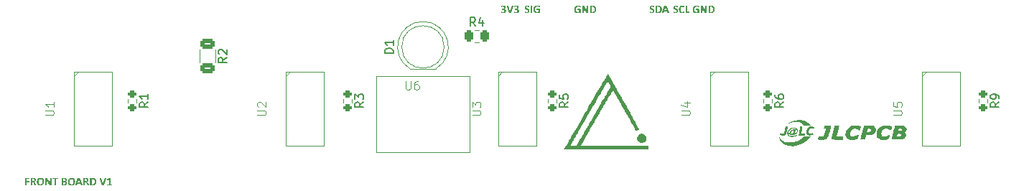
<source format=gbr>
%TF.GenerationSoftware,KiCad,Pcbnew,7.0.9*%
%TF.CreationDate,2024-03-23T08:09:54+09:00*%
%TF.ProjectId,03-front,30332d66-726f-46e7-942e-6b696361645f,rev?*%
%TF.SameCoordinates,Original*%
%TF.FileFunction,Legend,Top*%
%TF.FilePolarity,Positive*%
%FSLAX46Y46*%
G04 Gerber Fmt 4.6, Leading zero omitted, Abs format (unit mm)*
G04 Created by KiCad (PCBNEW 7.0.9) date 2024-03-23 08:09:54*
%MOMM*%
%LPD*%
G01*
G04 APERTURE LIST*
G04 Aperture macros list*
%AMRoundRect*
0 Rectangle with rounded corners*
0 $1 Rounding radius*
0 $2 $3 $4 $5 $6 $7 $8 $9 X,Y pos of 4 corners*
0 Add a 4 corners polygon primitive as box body*
4,1,4,$2,$3,$4,$5,$6,$7,$8,$9,$2,$3,0*
0 Add four circle primitives for the rounded corners*
1,1,$1+$1,$2,$3*
1,1,$1+$1,$4,$5*
1,1,$1+$1,$6,$7*
1,1,$1+$1,$8,$9*
0 Add four rect primitives between the rounded corners*
20,1,$1+$1,$2,$3,$4,$5,0*
20,1,$1+$1,$4,$5,$6,$7,0*
20,1,$1+$1,$6,$7,$8,$9,0*
20,1,$1+$1,$8,$9,$2,$3,0*%
G04 Aperture macros list end*
%ADD10C,0.200000*%
%ADD11C,0.150000*%
%ADD12C,0.100000*%
%ADD13C,0.120000*%
%ADD14R,1.800000X1.800000*%
%ADD15C,1.800000*%
%ADD16C,1.524000*%
%ADD17RoundRect,0.200000X-0.275000X0.200000X-0.275000X-0.200000X0.275000X-0.200000X0.275000X0.200000X0*%
%ADD18RoundRect,0.250000X-0.625000X0.312500X-0.625000X-0.312500X0.625000X-0.312500X0.625000X0.312500X0*%
%ADD19RoundRect,0.250000X-0.262500X-0.450000X0.262500X-0.450000X0.262500X0.450000X-0.262500X0.450000X0*%
%ADD20R,1.700000X1.700000*%
%ADD21O,1.700000X1.700000*%
G04 APERTURE END LIST*
D10*
G36*
X101461796Y-88462798D02*
G01*
X101461566Y-88475791D01*
X101460877Y-88488483D01*
X101459728Y-88500875D01*
X101458121Y-88512967D01*
X101456053Y-88524758D01*
X101453527Y-88536248D01*
X101450541Y-88547438D01*
X101447095Y-88558327D01*
X101443191Y-88568916D01*
X101438826Y-88579204D01*
X101435662Y-88585896D01*
X101430598Y-88595679D01*
X101425209Y-88605153D01*
X101419493Y-88614318D01*
X101413451Y-88623174D01*
X101407082Y-88631720D01*
X101400388Y-88639958D01*
X101393367Y-88647886D01*
X101386019Y-88655505D01*
X101378346Y-88662816D01*
X101370346Y-88669817D01*
X101364831Y-88674312D01*
X101356361Y-88680800D01*
X101347621Y-88686983D01*
X101338610Y-88692861D01*
X101329328Y-88698435D01*
X101319776Y-88703704D01*
X101309954Y-88708667D01*
X101299861Y-88713326D01*
X101289498Y-88717681D01*
X101278864Y-88721730D01*
X101267959Y-88725474D01*
X101260540Y-88727801D01*
X101249249Y-88730988D01*
X101237816Y-88733861D01*
X101226242Y-88736420D01*
X101214527Y-88738666D01*
X101202669Y-88740599D01*
X101190670Y-88742218D01*
X101178529Y-88743524D01*
X101166247Y-88744517D01*
X101153822Y-88745196D01*
X101141257Y-88745561D01*
X101132801Y-88745631D01*
X101121363Y-88745513D01*
X101110132Y-88745158D01*
X101099107Y-88744566D01*
X101088287Y-88743738D01*
X101077674Y-88742673D01*
X101067267Y-88741372D01*
X101057066Y-88739834D01*
X101047071Y-88738060D01*
X101037382Y-88736117D01*
X101025667Y-88733549D01*
X101014393Y-88730827D01*
X101003561Y-88727949D01*
X100993170Y-88724916D01*
X100983220Y-88721728D01*
X100977462Y-88719741D01*
X100968242Y-88716359D01*
X100957824Y-88712238D01*
X100948109Y-88708047D01*
X100939099Y-88703788D01*
X100929477Y-88698733D01*
X100926904Y-88697271D01*
X100917470Y-88691577D01*
X100908536Y-88685573D01*
X100900693Y-88679400D01*
X100897595Y-88676510D01*
X100891687Y-88668633D01*
X100887479Y-88659482D01*
X100884894Y-88650621D01*
X100883123Y-88639982D01*
X100882146Y-88630104D01*
X100881520Y-88618824D01*
X100881263Y-88608039D01*
X100881230Y-88602260D01*
X100881307Y-88592063D01*
X100881575Y-88581613D01*
X100882100Y-88571271D01*
X100882452Y-88566601D01*
X100883791Y-88556583D01*
X100885962Y-88546893D01*
X100887092Y-88543398D01*
X100891552Y-88534561D01*
X100895397Y-88530697D01*
X100904454Y-88526976D01*
X100907364Y-88526789D01*
X100917242Y-88529127D01*
X100926186Y-88533659D01*
X100934475Y-88539002D01*
X100942637Y-88544461D01*
X100951733Y-88550155D01*
X100960274Y-88555221D01*
X100969501Y-88560459D01*
X100979416Y-88565868D01*
X100988297Y-88570388D01*
X100997691Y-88574789D01*
X101007598Y-88579070D01*
X101018018Y-88583232D01*
X101028950Y-88587275D01*
X101040396Y-88591199D01*
X101045117Y-88592735D01*
X101054830Y-88595597D01*
X101064916Y-88598078D01*
X101075377Y-88600177D01*
X101086211Y-88601894D01*
X101097420Y-88603230D01*
X101109002Y-88604184D01*
X101120959Y-88604756D01*
X101133289Y-88604947D01*
X101143426Y-88604744D01*
X101153229Y-88604136D01*
X101164552Y-88602871D01*
X101175394Y-88601022D01*
X101185756Y-88598589D01*
X101192396Y-88596643D01*
X101201913Y-88593297D01*
X101212300Y-88588807D01*
X101221915Y-88583687D01*
X101230759Y-88577935D01*
X101236604Y-88573440D01*
X101244197Y-88566476D01*
X101250949Y-88558834D01*
X101256860Y-88550514D01*
X101261929Y-88541517D01*
X101264448Y-88536071D01*
X101268254Y-88526006D01*
X101271126Y-88515474D01*
X101273063Y-88504475D01*
X101273979Y-88494674D01*
X101274217Y-88486245D01*
X101273633Y-88475188D01*
X101271882Y-88464733D01*
X101268962Y-88454878D01*
X101264875Y-88445625D01*
X101259620Y-88436972D01*
X101257609Y-88434221D01*
X101251111Y-88426242D01*
X101243893Y-88418605D01*
X101235953Y-88411312D01*
X101227292Y-88404363D01*
X101217910Y-88397757D01*
X101214622Y-88395631D01*
X101206200Y-88390418D01*
X101197420Y-88385313D01*
X101188282Y-88380315D01*
X101178787Y-88375424D01*
X101168934Y-88370640D01*
X101158723Y-88365964D01*
X101154538Y-88364124D01*
X101144022Y-88359432D01*
X101133386Y-88354669D01*
X101122632Y-88349834D01*
X101111758Y-88344928D01*
X101100764Y-88339950D01*
X101089652Y-88334900D01*
X101085173Y-88332861D01*
X101076289Y-88328640D01*
X101067466Y-88324282D01*
X101058703Y-88319786D01*
X101050002Y-88315153D01*
X101041362Y-88310383D01*
X101032783Y-88305475D01*
X101024265Y-88300430D01*
X101015808Y-88295247D01*
X101007550Y-88289866D01*
X100999505Y-88284226D01*
X100991674Y-88278326D01*
X100984057Y-88272166D01*
X100976653Y-88265747D01*
X100969463Y-88259069D01*
X100962487Y-88252131D01*
X100955725Y-88244933D01*
X100949283Y-88237442D01*
X100943146Y-88229622D01*
X100937315Y-88221474D01*
X100931789Y-88212998D01*
X100926568Y-88204194D01*
X100921653Y-88195062D01*
X100917043Y-88185601D01*
X100912738Y-88175812D01*
X100908902Y-88165554D01*
X100905578Y-88154808D01*
X100902766Y-88143572D01*
X100900465Y-88131849D01*
X100898675Y-88119637D01*
X100897396Y-88106936D01*
X100896773Y-88097090D01*
X100896437Y-88086969D01*
X100896374Y-88080069D01*
X100896582Y-88068208D01*
X100897206Y-88056622D01*
X100898248Y-88045310D01*
X100899705Y-88034274D01*
X100901579Y-88023512D01*
X100903870Y-88013025D01*
X100906577Y-88002812D01*
X100909700Y-87992875D01*
X100913240Y-87983212D01*
X100917196Y-87973824D01*
X100920065Y-87967718D01*
X100924651Y-87958750D01*
X100929525Y-87950075D01*
X100934686Y-87941691D01*
X100942015Y-87930968D01*
X100949856Y-87920763D01*
X100958208Y-87911077D01*
X100967071Y-87901910D01*
X100976446Y-87893263D01*
X100983812Y-87887117D01*
X100994109Y-87879370D01*
X101004848Y-87872127D01*
X101013193Y-87867025D01*
X101021787Y-87862207D01*
X101030629Y-87857671D01*
X101039721Y-87853420D01*
X101049062Y-87849451D01*
X101058652Y-87845766D01*
X101068491Y-87842364D01*
X101078579Y-87839246D01*
X101088895Y-87836409D01*
X101099327Y-87833851D01*
X101109875Y-87831572D01*
X101120539Y-87829572D01*
X101131319Y-87827851D01*
X101142214Y-87826409D01*
X101153226Y-87825246D01*
X101164354Y-87824362D01*
X101175597Y-87823758D01*
X101186957Y-87823432D01*
X101194594Y-87823370D01*
X101204440Y-87823495D01*
X101214286Y-87823871D01*
X101224132Y-87824497D01*
X101233978Y-87825374D01*
X101243824Y-87826501D01*
X101253670Y-87827878D01*
X101257609Y-87828499D01*
X101267424Y-87830115D01*
X101278918Y-87832290D01*
X101290104Y-87834723D01*
X101300980Y-87837414D01*
X101311548Y-87840362D01*
X101316715Y-87841933D01*
X101326842Y-87845215D01*
X101336522Y-87848653D01*
X101345756Y-87852245D01*
X101355964Y-87856631D01*
X101365564Y-87861228D01*
X101375288Y-87866265D01*
X101384074Y-87871421D01*
X101392243Y-87877455D01*
X101393652Y-87878813D01*
X101400341Y-87886449D01*
X101402933Y-87890781D01*
X101406302Y-87900119D01*
X101407085Y-87903482D01*
X101408700Y-87913588D01*
X101409528Y-87923265D01*
X101409974Y-87933066D01*
X101410203Y-87943497D01*
X101410260Y-87953063D01*
X101410183Y-87963826D01*
X101409916Y-87974607D01*
X101409402Y-87985034D01*
X101409284Y-87986769D01*
X101408248Y-87997116D01*
X101406452Y-88007151D01*
X101405864Y-88009483D01*
X101401952Y-88018661D01*
X101398781Y-88022428D01*
X101389541Y-88026434D01*
X101386813Y-88026580D01*
X101376982Y-88024138D01*
X101367603Y-88019625D01*
X101362633Y-88016810D01*
X101353978Y-88011697D01*
X101344376Y-88006369D01*
X101335198Y-88001532D01*
X101325295Y-87996532D01*
X101322333Y-87995073D01*
X101313082Y-87990754D01*
X101303282Y-87986589D01*
X101292932Y-87982579D01*
X101282033Y-87978724D01*
X101272530Y-87975629D01*
X101266646Y-87973824D01*
X101256645Y-87971009D01*
X101246333Y-87968672D01*
X101235712Y-87966811D01*
X101224781Y-87965428D01*
X101213540Y-87964521D01*
X101201988Y-87964092D01*
X101197281Y-87964054D01*
X101186464Y-87964312D01*
X101176180Y-87965084D01*
X101166429Y-87966372D01*
X101155725Y-87968526D01*
X101145745Y-87971381D01*
X101136467Y-87974761D01*
X101126694Y-87979310D01*
X101117806Y-87984591D01*
X101109803Y-87990606D01*
X101108865Y-87991409D01*
X101101201Y-87998978D01*
X101094697Y-88007397D01*
X101089352Y-88016667D01*
X101086883Y-88022184D01*
X101083459Y-88032387D01*
X101081156Y-88042938D01*
X101079973Y-88053836D01*
X101079800Y-88060041D01*
X101080367Y-88070849D01*
X101082067Y-88081107D01*
X101084900Y-88090816D01*
X101088867Y-88099975D01*
X101093968Y-88108585D01*
X101095920Y-88111332D01*
X101102351Y-88119312D01*
X101109556Y-88126949D01*
X101117533Y-88134242D01*
X101126282Y-88141191D01*
X101135805Y-88147797D01*
X101139151Y-88149923D01*
X101147802Y-88155142D01*
X101156811Y-88160265D01*
X101166177Y-88165293D01*
X101175902Y-88170225D01*
X101185984Y-88175063D01*
X101196424Y-88179804D01*
X101200700Y-88181674D01*
X101211492Y-88186302D01*
X101222343Y-88191024D01*
X101233254Y-88195842D01*
X101244225Y-88200756D01*
X101255255Y-88205765D01*
X101266345Y-88210869D01*
X101270798Y-88212937D01*
X101279694Y-88217101D01*
X101288551Y-88221410D01*
X101297371Y-88225863D01*
X101306152Y-88230462D01*
X101314895Y-88235205D01*
X101323600Y-88240094D01*
X101332267Y-88245128D01*
X101340896Y-88250307D01*
X101349383Y-88255688D01*
X101357626Y-88261328D01*
X101365625Y-88267228D01*
X101373380Y-88273387D01*
X101380890Y-88279807D01*
X101388157Y-88286485D01*
X101395178Y-88293423D01*
X101401956Y-88300621D01*
X101408509Y-88308108D01*
X101414733Y-88315916D01*
X101420629Y-88324045D01*
X101426197Y-88332494D01*
X101431437Y-88341264D01*
X101436349Y-88350355D01*
X101440932Y-88359766D01*
X101445187Y-88369497D01*
X101449080Y-88379610D01*
X101452453Y-88390166D01*
X101455308Y-88401165D01*
X101457644Y-88412606D01*
X101459460Y-88424490D01*
X101460758Y-88436816D01*
X101461536Y-88449586D01*
X101461780Y-88459453D01*
X101461796Y-88462798D01*
G37*
G36*
X101777602Y-88701423D02*
G01*
X101774991Y-88710857D01*
X101772961Y-88713635D01*
X101765176Y-88719589D01*
X101758307Y-88722428D01*
X101748843Y-88725005D01*
X101739072Y-88726870D01*
X101730951Y-88728046D01*
X101720561Y-88728990D01*
X101710029Y-88729570D01*
X101699810Y-88729877D01*
X101688657Y-88729998D01*
X101686988Y-88730000D01*
X101675963Y-88729906D01*
X101665757Y-88729626D01*
X101655094Y-88729076D01*
X101644376Y-88728166D01*
X101643268Y-88728046D01*
X101633122Y-88726552D01*
X101622772Y-88724446D01*
X101615669Y-88722428D01*
X101606355Y-88718243D01*
X101600770Y-88713635D01*
X101596648Y-88704751D01*
X101596374Y-88701423D01*
X101596374Y-87867578D01*
X101599057Y-87857787D01*
X101600770Y-87855366D01*
X101608860Y-87849412D01*
X101615913Y-87846573D01*
X101625693Y-87844037D01*
X101635605Y-87842268D01*
X101643757Y-87841200D01*
X101654089Y-87840137D01*
X101664473Y-87839485D01*
X101674485Y-87839139D01*
X101685363Y-87839004D01*
X101686988Y-87839002D01*
X101698274Y-87839107D01*
X101708626Y-87839422D01*
X101719312Y-87840041D01*
X101729873Y-87841065D01*
X101730951Y-87841200D01*
X101740969Y-87842564D01*
X101751227Y-87844579D01*
X101758307Y-87846573D01*
X101767552Y-87850758D01*
X101772961Y-87855366D01*
X101777312Y-87864250D01*
X101777602Y-87867578D01*
X101777602Y-88701423D01*
G37*
G36*
X102682521Y-87970160D02*
G01*
X102682386Y-87980863D01*
X102681981Y-87990716D01*
X102681212Y-88000667D01*
X102680812Y-88004354D01*
X102679323Y-88014189D01*
X102676883Y-88024260D01*
X102675927Y-88027069D01*
X102671344Y-88035864D01*
X102668355Y-88038792D01*
X102658983Y-88042182D01*
X102657853Y-88042212D01*
X102647842Y-88039874D01*
X102638115Y-88035342D01*
X102628788Y-88030000D01*
X102619502Y-88024456D01*
X102610537Y-88019556D01*
X102600645Y-88014519D01*
X102591694Y-88010216D01*
X102582098Y-88005818D01*
X102576032Y-88003133D01*
X102565418Y-87998683D01*
X102554183Y-87994341D01*
X102544749Y-87990944D01*
X102534919Y-87987617D01*
X102524691Y-87984358D01*
X102514066Y-87981167D01*
X102503045Y-87978045D01*
X102497385Y-87976510D01*
X102485738Y-87973591D01*
X102473633Y-87971061D01*
X102461070Y-87968920D01*
X102451347Y-87967569D01*
X102441366Y-87966438D01*
X102431128Y-87965526D01*
X102420632Y-87964832D01*
X102409879Y-87964358D01*
X102398868Y-87964103D01*
X102391384Y-87964054D01*
X102379358Y-87964251D01*
X102367550Y-87964844D01*
X102355962Y-87965831D01*
X102344592Y-87967214D01*
X102333442Y-87968991D01*
X102322510Y-87971164D01*
X102311798Y-87973731D01*
X102301304Y-87976693D01*
X102291030Y-87980051D01*
X102280974Y-87983803D01*
X102274392Y-87986524D01*
X102264768Y-87990903D01*
X102255407Y-87995612D01*
X102246307Y-88000651D01*
X102237469Y-88006022D01*
X102228893Y-88011723D01*
X102220579Y-88017754D01*
X102212527Y-88024116D01*
X102204737Y-88030809D01*
X102197208Y-88037832D01*
X102189942Y-88045185D01*
X102185243Y-88050272D01*
X102178432Y-88058113D01*
X102171922Y-88066251D01*
X102165713Y-88074686D01*
X102159804Y-88083416D01*
X102154195Y-88092443D01*
X102148887Y-88101766D01*
X102143880Y-88111385D01*
X102139173Y-88121301D01*
X102134766Y-88131512D01*
X102130660Y-88142020D01*
X102128090Y-88149190D01*
X102124555Y-88160105D01*
X102121367Y-88171235D01*
X102118527Y-88182579D01*
X102116035Y-88194138D01*
X102113890Y-88205912D01*
X102112093Y-88217900D01*
X102110644Y-88230104D01*
X102109543Y-88242521D01*
X102108790Y-88255154D01*
X102108384Y-88268001D01*
X102108307Y-88276685D01*
X102108485Y-88290906D01*
X102109019Y-88304809D01*
X102109910Y-88318394D01*
X102111157Y-88331662D01*
X102112761Y-88344612D01*
X102114721Y-88357245D01*
X102117037Y-88369560D01*
X102119710Y-88381557D01*
X102122739Y-88393236D01*
X102126124Y-88404597D01*
X102128579Y-88411995D01*
X102132521Y-88422775D01*
X102136747Y-88433224D01*
X102141257Y-88443343D01*
X102146050Y-88453131D01*
X102151126Y-88462589D01*
X102156485Y-88471716D01*
X102162128Y-88480512D01*
X102168054Y-88488978D01*
X102174264Y-88497113D01*
X102180757Y-88504917D01*
X102185243Y-88509937D01*
X102192195Y-88517140D01*
X102199405Y-88524005D01*
X102206873Y-88530530D01*
X102214598Y-88536716D01*
X102222581Y-88542562D01*
X102230821Y-88548070D01*
X102239319Y-88553239D01*
X102248075Y-88558068D01*
X102257088Y-88562558D01*
X102266358Y-88566709D01*
X102272682Y-88569288D01*
X102282391Y-88572867D01*
X102292285Y-88576094D01*
X102302364Y-88578969D01*
X102312627Y-88581492D01*
X102323075Y-88583663D01*
X102333707Y-88585482D01*
X102344524Y-88586949D01*
X102355526Y-88588064D01*
X102366712Y-88588827D01*
X102378083Y-88589237D01*
X102385766Y-88589316D01*
X102397098Y-88589092D01*
X102408378Y-88588423D01*
X102419606Y-88587306D01*
X102430783Y-88585744D01*
X102441909Y-88583734D01*
X102445606Y-88582965D01*
X102456542Y-88580278D01*
X102467187Y-88577161D01*
X102477540Y-88573614D01*
X102487600Y-88569639D01*
X102497369Y-88565234D01*
X102500561Y-88563670D01*
X102500561Y-88370474D01*
X102332277Y-88370474D01*
X102322453Y-88367435D01*
X102315744Y-88359994D01*
X102312982Y-88354598D01*
X102309990Y-88345256D01*
X102308073Y-88334777D01*
X102306951Y-88324084D01*
X102306384Y-88313966D01*
X102306150Y-88302751D01*
X102306143Y-88300376D01*
X102306278Y-88289750D01*
X102306746Y-88279122D01*
X102307646Y-88268863D01*
X102307853Y-88267159D01*
X102309524Y-88257132D01*
X102312356Y-88247224D01*
X102312982Y-88245666D01*
X102318101Y-88236875D01*
X102321286Y-88233698D01*
X102330399Y-88229886D01*
X102332277Y-88229790D01*
X102632452Y-88229790D01*
X102642219Y-88230649D01*
X102651991Y-88233698D01*
X102660522Y-88238694D01*
X102667134Y-88244933D01*
X102672935Y-88253054D01*
X102676931Y-88262110D01*
X102677148Y-88262763D01*
X102679486Y-88272560D01*
X102680484Y-88282746D01*
X102680568Y-88286943D01*
X102680568Y-88637431D01*
X102680110Y-88647369D01*
X102678500Y-88657783D01*
X102675730Y-88667385D01*
X102673240Y-88673335D01*
X102667311Y-88682179D01*
X102659405Y-88689079D01*
X102650333Y-88694368D01*
X102643687Y-88697271D01*
X102633449Y-88701153D01*
X102623855Y-88704536D01*
X102613505Y-88707971D01*
X102602399Y-88711457D01*
X102592568Y-88714401D01*
X102588488Y-88715589D01*
X102578124Y-88718500D01*
X102567641Y-88721280D01*
X102557039Y-88723929D01*
X102546318Y-88726447D01*
X102535477Y-88728833D01*
X102524517Y-88731088D01*
X102520100Y-88731953D01*
X102509015Y-88734007D01*
X102497894Y-88735894D01*
X102486737Y-88737613D01*
X102475545Y-88739166D01*
X102464316Y-88740552D01*
X102453052Y-88741771D01*
X102448537Y-88742212D01*
X102437305Y-88743197D01*
X102426049Y-88744015D01*
X102414770Y-88744666D01*
X102403466Y-88745150D01*
X102392139Y-88745467D01*
X102380788Y-88745618D01*
X102376241Y-88745631D01*
X102363017Y-88745512D01*
X102349966Y-88745154D01*
X102337089Y-88744558D01*
X102324385Y-88743723D01*
X102311855Y-88742650D01*
X102299499Y-88741338D01*
X102287317Y-88739787D01*
X102275308Y-88737998D01*
X102263472Y-88735971D01*
X102251811Y-88733705D01*
X102240323Y-88731201D01*
X102229008Y-88728458D01*
X102217868Y-88725476D01*
X102206901Y-88722256D01*
X102196107Y-88718798D01*
X102185487Y-88715101D01*
X102175055Y-88711147D01*
X102164826Y-88706980D01*
X102154799Y-88702599D01*
X102144974Y-88698004D01*
X102135351Y-88693195D01*
X102125930Y-88688173D01*
X102116712Y-88682937D01*
X102107696Y-88677487D01*
X102098882Y-88671824D01*
X102090271Y-88665947D01*
X102081862Y-88659856D01*
X102073655Y-88653551D01*
X102065650Y-88647033D01*
X102057848Y-88640301D01*
X102050247Y-88633356D01*
X102042849Y-88626196D01*
X102035660Y-88618800D01*
X102028683Y-88611206D01*
X102021921Y-88603413D01*
X102015372Y-88595422D01*
X102009037Y-88587232D01*
X102002916Y-88578844D01*
X101997008Y-88570257D01*
X101991314Y-88561472D01*
X101985834Y-88552488D01*
X101980568Y-88543306D01*
X101975515Y-88533926D01*
X101970676Y-88524347D01*
X101966050Y-88514570D01*
X101961639Y-88504594D01*
X101957441Y-88494420D01*
X101953457Y-88484047D01*
X101949730Y-88473488D01*
X101946244Y-88462756D01*
X101942998Y-88451850D01*
X101939993Y-88440770D01*
X101937228Y-88429517D01*
X101934703Y-88418090D01*
X101932419Y-88406489D01*
X101930376Y-88394715D01*
X101928572Y-88382767D01*
X101927010Y-88370646D01*
X101925687Y-88358351D01*
X101924605Y-88345882D01*
X101923764Y-88333239D01*
X101923163Y-88320423D01*
X101922802Y-88307434D01*
X101922682Y-88294270D01*
X101922811Y-88280650D01*
X101923197Y-88267205D01*
X101923841Y-88253936D01*
X101924743Y-88240842D01*
X101925902Y-88227924D01*
X101927319Y-88215181D01*
X101928993Y-88202614D01*
X101930925Y-88190223D01*
X101933115Y-88178007D01*
X101935562Y-88165966D01*
X101938267Y-88154102D01*
X101941229Y-88142412D01*
X101944449Y-88130899D01*
X101947927Y-88119560D01*
X101951662Y-88108398D01*
X101955655Y-88097411D01*
X101959883Y-88086613D01*
X101964325Y-88076020D01*
X101968981Y-88065631D01*
X101973851Y-88055447D01*
X101978934Y-88045466D01*
X101984231Y-88035690D01*
X101989742Y-88026117D01*
X101995466Y-88016749D01*
X102001405Y-88007585D01*
X102007556Y-87998626D01*
X102013922Y-87989870D01*
X102020501Y-87981319D01*
X102027294Y-87972972D01*
X102034301Y-87964829D01*
X102041521Y-87956890D01*
X102048956Y-87949155D01*
X102056624Y-87941635D01*
X102064488Y-87934340D01*
X102072546Y-87927271D01*
X102080799Y-87920426D01*
X102089246Y-87913807D01*
X102097888Y-87907412D01*
X102106725Y-87901243D01*
X102115756Y-87895300D01*
X102124982Y-87889581D01*
X102134402Y-87884087D01*
X102144018Y-87878819D01*
X102153827Y-87873776D01*
X102163832Y-87868958D01*
X102174031Y-87864365D01*
X102184424Y-87859997D01*
X102195013Y-87855854D01*
X102205776Y-87851921D01*
X102216693Y-87848241D01*
X102227765Y-87844815D01*
X102238992Y-87841642D01*
X102250373Y-87838724D01*
X102261909Y-87836059D01*
X102273599Y-87833648D01*
X102285444Y-87831491D01*
X102297443Y-87829588D01*
X102309597Y-87827938D01*
X102321906Y-87826542D01*
X102334369Y-87825400D01*
X102346986Y-87824512D01*
X102359758Y-87823878D01*
X102372685Y-87823497D01*
X102385766Y-87823370D01*
X102396484Y-87823434D01*
X102407021Y-87823628D01*
X102417378Y-87823950D01*
X102427555Y-87824400D01*
X102437551Y-87824980D01*
X102447367Y-87825688D01*
X102460175Y-87826833D01*
X102472662Y-87828207D01*
X102484828Y-87829810D01*
X102490791Y-87830697D01*
X102502450Y-87832583D01*
X102513734Y-87834575D01*
X102524645Y-87836674D01*
X102535182Y-87838879D01*
X102545345Y-87841192D01*
X102555134Y-87843612D01*
X102566844Y-87846786D01*
X102573589Y-87848771D01*
X102584358Y-87852095D01*
X102594531Y-87855502D01*
X102604108Y-87858993D01*
X102614812Y-87863292D01*
X102624658Y-87867711D01*
X102632207Y-87871486D01*
X102641788Y-87876677D01*
X102651077Y-87882237D01*
X102659410Y-87888018D01*
X102664936Y-87892735D01*
X102671176Y-87900532D01*
X102675628Y-87909791D01*
X102678369Y-87918869D01*
X102680186Y-87928578D01*
X102681350Y-87938776D01*
X102682031Y-87948782D01*
X102682420Y-87959956D01*
X102682521Y-87970160D01*
G37*
G36*
X42505464Y-108229588D02*
G01*
X42505328Y-108240214D01*
X42504861Y-108250842D01*
X42503961Y-108261101D01*
X42503754Y-108262805D01*
X42502002Y-108272792D01*
X42498850Y-108282539D01*
X42498136Y-108284054D01*
X42492802Y-108292629D01*
X42489588Y-108295778D01*
X42480540Y-108299590D01*
X42478597Y-108299685D01*
X42188192Y-108299685D01*
X42188192Y-108549790D01*
X42460767Y-108549790D01*
X42470266Y-108552224D01*
X42471758Y-108553210D01*
X42478398Y-108560720D01*
X42480307Y-108564445D01*
X42483665Y-108573848D01*
X42485584Y-108583467D01*
X42485924Y-108585938D01*
X42486898Y-108595814D01*
X42487432Y-108606194D01*
X42487627Y-108616678D01*
X42487634Y-108619155D01*
X42487499Y-108629899D01*
X42487031Y-108640613D01*
X42486131Y-108650911D01*
X42485924Y-108652616D01*
X42484172Y-108662607D01*
X42481249Y-108672331D01*
X42480307Y-108674598D01*
X42475250Y-108683376D01*
X42471758Y-108686810D01*
X42462328Y-108690417D01*
X42460767Y-108690474D01*
X42188192Y-108690474D01*
X42188192Y-109019958D01*
X42186047Y-109029706D01*
X42184040Y-109032903D01*
X42176274Y-109039047D01*
X42169141Y-109042184D01*
X42159520Y-109044919D01*
X42149678Y-109046855D01*
X42141542Y-109048046D01*
X42131152Y-109048990D01*
X42120619Y-109049570D01*
X42110401Y-109049877D01*
X42099248Y-109049998D01*
X42097578Y-109050000D01*
X42086553Y-109049906D01*
X42076347Y-109049626D01*
X42065684Y-109049076D01*
X42054966Y-109048166D01*
X42053859Y-109048046D01*
X42043712Y-109046529D01*
X42034149Y-109044529D01*
X42026259Y-109042184D01*
X42017405Y-109037909D01*
X42011360Y-109032903D01*
X42007312Y-109023944D01*
X42006964Y-109019958D01*
X42006964Y-108215910D01*
X42007505Y-108205154D01*
X42009503Y-108194124D01*
X42012975Y-108184731D01*
X42018745Y-108175999D01*
X42022351Y-108172435D01*
X42030594Y-108166558D01*
X42039692Y-108162360D01*
X42049645Y-108159841D01*
X42060453Y-108159002D01*
X42478597Y-108159002D01*
X42488096Y-108161610D01*
X42489588Y-108162665D01*
X42495979Y-108170104D01*
X42498136Y-108174389D01*
X42501495Y-108183914D01*
X42503414Y-108193812D01*
X42503754Y-108196371D01*
X42504727Y-108206467D01*
X42505262Y-108216847D01*
X42505457Y-108227168D01*
X42505464Y-108229588D01*
G37*
G36*
X42943081Y-108159037D02*
G01*
X42953142Y-108159145D01*
X42964396Y-108159368D01*
X42974757Y-108159694D01*
X42985717Y-108160205D01*
X42990041Y-108160467D01*
X43001139Y-108161139D01*
X43011718Y-108161933D01*
X43021778Y-108162848D01*
X43031318Y-108163886D01*
X43041297Y-108165405D01*
X43051082Y-108167121D01*
X43060674Y-108169034D01*
X43073163Y-108171893D01*
X43085308Y-108175102D01*
X43097110Y-108178663D01*
X43108569Y-108182574D01*
X43119684Y-108186837D01*
X43127794Y-108190265D01*
X43138335Y-108195088D01*
X43148463Y-108200279D01*
X43158180Y-108205835D01*
X43167484Y-108211758D01*
X43176376Y-108218047D01*
X43184856Y-108224703D01*
X43192923Y-108231725D01*
X43200579Y-108239113D01*
X43207864Y-108246799D01*
X43214699Y-108254836D01*
X43221084Y-108263225D01*
X43227018Y-108271964D01*
X43232502Y-108281054D01*
X43237536Y-108290496D01*
X43242119Y-108300288D01*
X43246252Y-108310432D01*
X43249973Y-108320938D01*
X43253198Y-108331819D01*
X43255926Y-108343073D01*
X43258159Y-108354701D01*
X43259895Y-108366703D01*
X43261136Y-108379080D01*
X43261880Y-108391830D01*
X43262112Y-108401638D01*
X43262128Y-108404954D01*
X43261949Y-108416067D01*
X43261410Y-108426936D01*
X43260514Y-108437561D01*
X43259258Y-108447941D01*
X43257644Y-108458077D01*
X43255671Y-108467969D01*
X43253339Y-108477616D01*
X43250648Y-108487020D01*
X43246875Y-108498424D01*
X43242577Y-108509436D01*
X43237754Y-108520053D01*
X43232407Y-108530277D01*
X43226534Y-108540108D01*
X43220137Y-108549545D01*
X43217431Y-108553210D01*
X43210312Y-108562107D01*
X43202691Y-108570636D01*
X43194569Y-108578794D01*
X43185947Y-108586583D01*
X43176824Y-108594002D01*
X43167199Y-108601052D01*
X43163210Y-108603768D01*
X43152914Y-108610282D01*
X43144360Y-108615201D01*
X43135523Y-108619861D01*
X43126404Y-108624261D01*
X43117003Y-108628402D01*
X43107319Y-108632283D01*
X43097352Y-108635904D01*
X43089692Y-108638450D01*
X43099538Y-108643473D01*
X43109049Y-108649014D01*
X43118223Y-108655074D01*
X43127062Y-108661653D01*
X43134650Y-108667811D01*
X43142028Y-108674530D01*
X43149196Y-108681809D01*
X43156153Y-108689650D01*
X43160034Y-108694382D01*
X43166780Y-108703081D01*
X43173338Y-108712294D01*
X43178811Y-108720600D01*
X43184146Y-108729284D01*
X43189344Y-108738346D01*
X43194455Y-108747820D01*
X43199533Y-108757740D01*
X43204576Y-108768107D01*
X43208753Y-108777087D01*
X43212905Y-108786378D01*
X43216210Y-108794033D01*
X43291193Y-108966713D01*
X43294799Y-108975849D01*
X43298399Y-108985292D01*
X43302065Y-108995510D01*
X43304870Y-109004326D01*
X43307325Y-109014244D01*
X43308290Y-109022889D01*
X43306641Y-109032872D01*
X43305359Y-109035589D01*
X43297585Y-109041854D01*
X43292414Y-109043893D01*
X43282467Y-109046349D01*
X43272621Y-109047799D01*
X43262128Y-109048778D01*
X43251320Y-109049313D01*
X43240361Y-109049655D01*
X43229851Y-109049855D01*
X43218310Y-109049970D01*
X43207906Y-109050000D01*
X43197510Y-109049957D01*
X43186424Y-109049798D01*
X43176460Y-109049522D01*
X43166446Y-109049065D01*
X43161988Y-109048778D01*
X43151994Y-109047648D01*
X43141828Y-109045724D01*
X43134877Y-109043649D01*
X43125892Y-109039205D01*
X43120711Y-109034368D01*
X43115893Y-109025728D01*
X43113872Y-109020446D01*
X43034249Y-108826273D01*
X43029758Y-108816154D01*
X43025291Y-108806404D01*
X43020847Y-108797025D01*
X43016427Y-108788015D01*
X43011155Y-108777691D01*
X43005917Y-108767899D01*
X43000676Y-108758582D01*
X42995212Y-108749867D01*
X42989525Y-108741753D01*
X42982608Y-108733046D01*
X42975387Y-108725157D01*
X42967768Y-108718074D01*
X42959659Y-108711786D01*
X42951059Y-108706293D01*
X42941968Y-108701595D01*
X42936552Y-108699267D01*
X42926608Y-108695841D01*
X42916009Y-108693256D01*
X42904756Y-108691513D01*
X42894589Y-108690689D01*
X42885750Y-108690474D01*
X42829330Y-108690474D01*
X42829330Y-109021667D01*
X42826719Y-109031101D01*
X42824689Y-109033879D01*
X42816904Y-109039833D01*
X42810034Y-109042672D01*
X42799749Y-109045263D01*
X42789832Y-109047037D01*
X42782679Y-109048046D01*
X42772289Y-109048990D01*
X42761756Y-109049570D01*
X42751538Y-109049877D01*
X42740385Y-109049998D01*
X42738715Y-109050000D01*
X42727691Y-109049906D01*
X42717484Y-109049626D01*
X42706822Y-109049076D01*
X42696103Y-109048166D01*
X42694996Y-109048046D01*
X42684849Y-109046552D01*
X42674500Y-109044446D01*
X42667397Y-109042428D01*
X42658221Y-109038243D01*
X42652986Y-109033635D01*
X42649094Y-109024522D01*
X42648834Y-109021179D01*
X42648834Y-108299685D01*
X42829330Y-108299685D01*
X42829330Y-108549790D01*
X42921409Y-108549790D01*
X42933160Y-108549570D01*
X42944445Y-108548908D01*
X42955266Y-108547804D01*
X42965621Y-108546260D01*
X42975511Y-108544274D01*
X42986765Y-108541309D01*
X42988576Y-108540753D01*
X42999123Y-108537015D01*
X43008966Y-108532762D01*
X43018105Y-108527993D01*
X43026540Y-108522710D01*
X43035491Y-108515894D01*
X43036692Y-108514863D01*
X43044666Y-108507186D01*
X43051705Y-108498902D01*
X43057809Y-108490009D01*
X43062978Y-108480509D01*
X43065512Y-108474808D01*
X43069319Y-108464399D01*
X43072191Y-108453476D01*
X43073908Y-108443705D01*
X43074939Y-108433555D01*
X43075282Y-108423028D01*
X43074969Y-108412316D01*
X43074030Y-108402038D01*
X43072466Y-108392196D01*
X43069630Y-108380505D01*
X43065816Y-108369494D01*
X43061024Y-108359163D01*
X43055254Y-108349511D01*
X43048446Y-108340558D01*
X43040385Y-108332476D01*
X43031072Y-108325264D01*
X43022720Y-108320122D01*
X43013567Y-108315537D01*
X43003612Y-108311509D01*
X42992856Y-108308038D01*
X42990041Y-108307257D01*
X42980176Y-108305079D01*
X42970407Y-108303400D01*
X42959874Y-108302007D01*
X42958778Y-108301884D01*
X42947843Y-108300821D01*
X42937896Y-108300235D01*
X42926686Y-108299859D01*
X42916073Y-108299705D01*
X42910418Y-108299685D01*
X42829330Y-108299685D01*
X42648834Y-108299685D01*
X42648834Y-108215910D01*
X42649375Y-108205154D01*
X42651374Y-108194124D01*
X42654845Y-108184731D01*
X42660615Y-108175999D01*
X42664221Y-108172435D01*
X42672465Y-108166558D01*
X42681563Y-108162360D01*
X42691516Y-108159841D01*
X42702323Y-108159002D01*
X42932400Y-108159002D01*
X42943081Y-108159037D01*
G37*
G36*
X43822481Y-108143475D02*
G01*
X43834813Y-108143790D01*
X43846959Y-108144315D01*
X43858920Y-108145049D01*
X43870696Y-108145994D01*
X43882287Y-108147148D01*
X43893693Y-108148513D01*
X43904914Y-108150087D01*
X43915950Y-108151871D01*
X43926800Y-108153865D01*
X43937466Y-108156069D01*
X43947947Y-108158483D01*
X43958242Y-108161106D01*
X43968352Y-108163940D01*
X43978278Y-108166983D01*
X43988018Y-108170237D01*
X43997596Y-108173708D01*
X44006973Y-108177404D01*
X44016150Y-108181325D01*
X44025127Y-108185471D01*
X44033904Y-108189843D01*
X44046693Y-108196823D01*
X44059031Y-108204309D01*
X44070919Y-108212301D01*
X44082355Y-108220801D01*
X44093341Y-108229807D01*
X44103877Y-108239319D01*
X44113961Y-108249339D01*
X44117222Y-108252791D01*
X44126708Y-108263490D01*
X44135746Y-108274704D01*
X44144339Y-108286433D01*
X44149819Y-108294539D01*
X44155101Y-108302874D01*
X44160184Y-108311438D01*
X44165069Y-108320230D01*
X44169755Y-108329252D01*
X44174243Y-108338503D01*
X44178533Y-108347983D01*
X44182624Y-108357691D01*
X44186516Y-108367629D01*
X44190211Y-108377795D01*
X44193706Y-108388191D01*
X44195380Y-108393475D01*
X44198604Y-108404220D01*
X44201619Y-108415205D01*
X44204427Y-108426430D01*
X44207027Y-108437896D01*
X44209419Y-108449603D01*
X44211603Y-108461550D01*
X44213579Y-108473737D01*
X44215347Y-108486165D01*
X44216907Y-108498833D01*
X44218259Y-108511742D01*
X44219402Y-108524891D01*
X44220338Y-108538280D01*
X44221066Y-108551910D01*
X44221586Y-108565780D01*
X44221898Y-108579891D01*
X44222002Y-108594242D01*
X44221894Y-108607982D01*
X44221571Y-108621540D01*
X44221032Y-108634917D01*
X44220277Y-108648113D01*
X44219307Y-108661128D01*
X44218121Y-108673961D01*
X44216720Y-108686613D01*
X44215102Y-108699084D01*
X44213270Y-108711373D01*
X44211221Y-108723481D01*
X44208957Y-108735408D01*
X44206478Y-108747154D01*
X44203782Y-108758718D01*
X44200871Y-108770101D01*
X44197745Y-108781303D01*
X44194403Y-108792323D01*
X44190879Y-108803150D01*
X44187144Y-108813771D01*
X44183200Y-108824186D01*
X44179046Y-108834394D01*
X44174682Y-108844397D01*
X44170108Y-108854193D01*
X44165325Y-108863783D01*
X44160331Y-108873168D01*
X44155127Y-108882346D01*
X44149714Y-108891318D01*
X44144091Y-108900084D01*
X44138258Y-108908644D01*
X44132214Y-108916998D01*
X44125961Y-108925146D01*
X44119499Y-108933087D01*
X44112826Y-108940823D01*
X44105947Y-108948312D01*
X44098866Y-108955577D01*
X44091582Y-108962616D01*
X44084097Y-108969430D01*
X44076409Y-108976019D01*
X44068519Y-108982382D01*
X44060426Y-108988521D01*
X44052131Y-108994434D01*
X44043634Y-109000122D01*
X44034935Y-109005585D01*
X44026034Y-109010823D01*
X44016930Y-109015836D01*
X44007624Y-109020624D01*
X43998116Y-109025186D01*
X43988405Y-109029523D01*
X43978492Y-109033635D01*
X43968381Y-109037510D01*
X43958075Y-109041134D01*
X43947574Y-109044509D01*
X43936879Y-109047633D01*
X43925990Y-109050508D01*
X43914905Y-109053133D01*
X43903626Y-109055507D01*
X43892152Y-109057632D01*
X43880484Y-109059507D01*
X43868621Y-109061132D01*
X43856563Y-109062506D01*
X43844311Y-109063631D01*
X43831864Y-109064506D01*
X43819223Y-109065131D01*
X43806387Y-109065506D01*
X43793356Y-109065631D01*
X43780513Y-109065525D01*
X43767875Y-109065207D01*
X43755440Y-109064678D01*
X43743210Y-109063937D01*
X43731184Y-109062983D01*
X43719362Y-109061819D01*
X43707744Y-109060442D01*
X43696331Y-109058853D01*
X43685121Y-109057053D01*
X43674116Y-109055041D01*
X43663315Y-109052817D01*
X43652718Y-109050381D01*
X43642325Y-109047734D01*
X43632137Y-109044874D01*
X43622152Y-109041803D01*
X43612372Y-109038520D01*
X43602825Y-109034990D01*
X43593478Y-109031239D01*
X43584331Y-109027266D01*
X43575385Y-109023072D01*
X43566639Y-109018656D01*
X43553895Y-109011618D01*
X43541603Y-109004082D01*
X43529761Y-108996048D01*
X43518370Y-108987515D01*
X43507430Y-108978485D01*
X43496941Y-108968957D01*
X43486902Y-108958930D01*
X43483656Y-108955478D01*
X43474219Y-108944770D01*
X43465232Y-108933530D01*
X43456696Y-108921758D01*
X43451256Y-108913614D01*
X43446016Y-108905233D01*
X43440977Y-108896616D01*
X43436138Y-108887762D01*
X43431499Y-108878672D01*
X43427061Y-108869345D01*
X43422823Y-108859781D01*
X43418785Y-108849981D01*
X43414948Y-108839944D01*
X43411311Y-108829671D01*
X43407874Y-108819160D01*
X43406231Y-108813817D01*
X43403126Y-108802917D01*
X43400221Y-108791774D01*
X43397516Y-108780386D01*
X43395011Y-108768754D01*
X43392707Y-108756878D01*
X43390603Y-108744757D01*
X43388700Y-108732392D01*
X43386997Y-108719783D01*
X43385494Y-108706930D01*
X43384192Y-108693832D01*
X43383090Y-108680491D01*
X43382189Y-108666905D01*
X43381487Y-108653074D01*
X43380986Y-108639000D01*
X43380686Y-108624681D01*
X43380586Y-108610118D01*
X43380654Y-108601570D01*
X43570118Y-108601570D01*
X43570215Y-108614772D01*
X43570505Y-108627725D01*
X43570988Y-108640429D01*
X43571664Y-108652884D01*
X43572533Y-108665089D01*
X43573596Y-108677046D01*
X43574852Y-108688754D01*
X43576301Y-108700213D01*
X43577943Y-108711423D01*
X43579778Y-108722384D01*
X43581109Y-108729553D01*
X43583303Y-108740036D01*
X43585763Y-108750235D01*
X43588489Y-108760151D01*
X43591482Y-108769784D01*
X43594740Y-108779134D01*
X43599499Y-108791159D01*
X43604731Y-108802680D01*
X43610437Y-108813698D01*
X43616615Y-108824212D01*
X43618234Y-108826762D01*
X43625046Y-108836539D01*
X43632415Y-108845721D01*
X43640342Y-108854308D01*
X43648825Y-108862299D01*
X43657866Y-108869695D01*
X43667464Y-108876495D01*
X43677619Y-108882701D01*
X43688332Y-108888311D01*
X43699678Y-108893234D01*
X43711733Y-108897500D01*
X43721241Y-108900270D01*
X43731148Y-108902670D01*
X43741454Y-108904700D01*
X43752159Y-108906362D01*
X43763264Y-108907654D01*
X43774768Y-108908577D01*
X43786671Y-108909131D01*
X43798974Y-108909316D01*
X43811239Y-108909103D01*
X43823122Y-108908466D01*
X43834623Y-108907403D01*
X43845742Y-108905915D01*
X43856479Y-108904003D01*
X43866834Y-108901665D01*
X43876807Y-108898902D01*
X43886397Y-108895714D01*
X43895606Y-108892102D01*
X43907289Y-108886623D01*
X43910104Y-108885136D01*
X43921007Y-108878820D01*
X43931369Y-108871962D01*
X43941188Y-108864562D01*
X43950465Y-108856620D01*
X43959201Y-108848137D01*
X43967394Y-108839111D01*
X43975046Y-108829544D01*
X43982156Y-108819434D01*
X43988800Y-108808779D01*
X43994933Y-108797697D01*
X44000554Y-108786187D01*
X44005664Y-108774249D01*
X44009161Y-108765016D01*
X44012370Y-108755542D01*
X44015292Y-108745827D01*
X44017926Y-108735873D01*
X44020272Y-108725677D01*
X44020990Y-108722226D01*
X44023042Y-108711768D01*
X44024892Y-108701185D01*
X44026540Y-108690479D01*
X44027986Y-108679647D01*
X44029230Y-108668691D01*
X44030273Y-108657611D01*
X44031113Y-108646406D01*
X44031752Y-108635077D01*
X44032190Y-108623623D01*
X44032425Y-108612044D01*
X44032470Y-108604256D01*
X44032373Y-108591497D01*
X44032083Y-108578957D01*
X44031600Y-108566636D01*
X44030924Y-108554534D01*
X44030055Y-108542651D01*
X44028992Y-108530986D01*
X44027736Y-108519541D01*
X44026287Y-108508315D01*
X44024645Y-108497307D01*
X44022810Y-108486519D01*
X44021479Y-108479448D01*
X44019281Y-108469059D01*
X44016808Y-108458958D01*
X44014060Y-108449144D01*
X44011038Y-108439618D01*
X44007740Y-108430379D01*
X44002916Y-108418508D01*
X43997604Y-108407149D01*
X43991803Y-108396301D01*
X43985514Y-108385965D01*
X43983866Y-108383461D01*
X43976996Y-108373733D01*
X43969577Y-108364578D01*
X43961609Y-108355995D01*
X43953091Y-108347984D01*
X43944023Y-108340547D01*
X43934406Y-108333681D01*
X43924240Y-108327388D01*
X43913524Y-108321667D01*
X43902189Y-108316515D01*
X43890168Y-108312050D01*
X43880701Y-108309152D01*
X43870848Y-108306641D01*
X43860608Y-108304515D01*
X43849982Y-108302777D01*
X43838970Y-108301424D01*
X43827571Y-108300458D01*
X43815786Y-108299879D01*
X43803614Y-108299685D01*
X43791349Y-108299902D01*
X43779466Y-108300553D01*
X43767965Y-108301637D01*
X43756846Y-108303154D01*
X43746109Y-108305106D01*
X43735754Y-108307491D01*
X43725781Y-108310309D01*
X43716191Y-108313562D01*
X43706982Y-108317247D01*
X43695299Y-108322836D01*
X43692484Y-108324354D01*
X43681577Y-108330720D01*
X43671204Y-108337604D01*
X43661366Y-108345008D01*
X43652062Y-108352930D01*
X43643292Y-108361372D01*
X43635056Y-108370333D01*
X43627355Y-108379812D01*
X43620188Y-108389811D01*
X43613597Y-108400283D01*
X43607503Y-108411182D01*
X43601904Y-108422509D01*
X43596802Y-108434263D01*
X43592195Y-108446445D01*
X43589066Y-108455862D01*
X43586216Y-108465519D01*
X43583645Y-108475416D01*
X43581353Y-108485554D01*
X43579345Y-108495870D01*
X43577535Y-108506303D01*
X43575922Y-108516851D01*
X43574507Y-108527514D01*
X43573289Y-108538294D01*
X43572269Y-108549190D01*
X43571446Y-108560202D01*
X43570820Y-108571329D01*
X43570392Y-108582573D01*
X43570162Y-108593932D01*
X43570118Y-108601570D01*
X43380654Y-108601570D01*
X43380693Y-108596679D01*
X43381013Y-108583412D01*
X43381547Y-108570316D01*
X43382295Y-108557392D01*
X43383257Y-108544640D01*
X43384433Y-108532060D01*
X43385822Y-108519651D01*
X43387424Y-108507414D01*
X43389241Y-108495349D01*
X43391271Y-108483455D01*
X43393515Y-108471734D01*
X43395973Y-108460184D01*
X43398644Y-108448805D01*
X43401530Y-108437599D01*
X43404628Y-108426564D01*
X43407941Y-108415701D01*
X43411495Y-108404994D01*
X43415257Y-108394490D01*
X43419227Y-108384188D01*
X43423405Y-108374088D01*
X43427790Y-108364190D01*
X43432384Y-108354495D01*
X43437186Y-108345002D01*
X43442196Y-108335711D01*
X43447414Y-108326623D01*
X43452840Y-108317737D01*
X43458473Y-108309053D01*
X43464315Y-108300571D01*
X43470365Y-108292291D01*
X43476623Y-108284214D01*
X43483088Y-108276339D01*
X43489762Y-108268667D01*
X43496641Y-108261206D01*
X43503722Y-108253966D01*
X43511006Y-108246948D01*
X43518491Y-108240151D01*
X43526179Y-108233576D01*
X43534069Y-108227222D01*
X43542162Y-108221089D01*
X43550457Y-108215177D01*
X43558954Y-108209487D01*
X43567653Y-108204019D01*
X43576554Y-108198771D01*
X43585658Y-108193745D01*
X43594964Y-108188940D01*
X43604472Y-108184357D01*
X43614183Y-108179995D01*
X43624096Y-108175854D01*
X43634210Y-108171921D01*
X43644524Y-108168241D01*
X43655039Y-108164815D01*
X43665754Y-108161642D01*
X43676670Y-108158724D01*
X43687786Y-108156059D01*
X43699102Y-108153648D01*
X43710619Y-108151491D01*
X43722336Y-108149588D01*
X43734253Y-108147938D01*
X43746371Y-108146542D01*
X43758689Y-108145400D01*
X43771207Y-108144512D01*
X43783926Y-108143878D01*
X43796845Y-108143497D01*
X43809965Y-108143370D01*
X43822481Y-108143475D01*
G37*
G36*
X45102254Y-108985519D02*
G01*
X45101590Y-108996030D01*
X45099598Y-109005732D01*
X45096636Y-109013852D01*
X45091625Y-109023129D01*
X45085324Y-109031116D01*
X45081981Y-109034368D01*
X45073876Y-109040231D01*
X45064642Y-109044724D01*
X45060000Y-109046336D01*
X45050405Y-109048568D01*
X45040674Y-109049771D01*
X45034110Y-109050000D01*
X44957173Y-109050000D01*
X44947005Y-109049766D01*
X44936129Y-109048926D01*
X44926046Y-109047476D01*
X44915652Y-109045115D01*
X44905992Y-109041611D01*
X44896796Y-109036871D01*
X44888063Y-109030895D01*
X44883412Y-109027041D01*
X44876130Y-109019881D01*
X44868941Y-109011592D01*
X44862725Y-109003413D01*
X44856579Y-108994368D01*
X44854836Y-108991625D01*
X44849586Y-108982718D01*
X44844096Y-108972849D01*
X44839338Y-108963891D01*
X44834413Y-108954264D01*
X44829320Y-108943969D01*
X44824061Y-108933007D01*
X44602777Y-108500942D01*
X44597942Y-108491202D01*
X44593084Y-108481280D01*
X44588202Y-108471174D01*
X44583299Y-108460886D01*
X44578372Y-108450414D01*
X44573422Y-108439759D01*
X44568449Y-108428920D01*
X44563454Y-108417899D01*
X44558569Y-108406763D01*
X44553806Y-108395703D01*
X44549166Y-108384720D01*
X44544647Y-108373813D01*
X44540251Y-108362983D01*
X44535976Y-108352228D01*
X44531824Y-108341550D01*
X44527794Y-108330949D01*
X44526573Y-108330949D01*
X44527222Y-108343764D01*
X44527825Y-108356564D01*
X44528382Y-108369348D01*
X44528893Y-108382117D01*
X44529359Y-108394871D01*
X44529779Y-108407610D01*
X44530153Y-108420334D01*
X44530481Y-108433042D01*
X44530824Y-108445792D01*
X44531122Y-108458642D01*
X44531374Y-108471590D01*
X44531533Y-108481367D01*
X44531666Y-108491200D01*
X44531773Y-108501088D01*
X44531855Y-108511032D01*
X44531911Y-108521032D01*
X44531941Y-108531087D01*
X44531946Y-108537822D01*
X44531946Y-109019469D01*
X44529748Y-109029269D01*
X44528039Y-109032170D01*
X44520811Y-109038912D01*
X44515094Y-109041939D01*
X44505710Y-109045032D01*
X44495658Y-109047161D01*
X44489937Y-109048046D01*
X44479284Y-109049076D01*
X44469492Y-109049626D01*
X44458570Y-109049931D01*
X44449637Y-109050000D01*
X44439455Y-109049906D01*
X44428793Y-109049570D01*
X44418038Y-109048900D01*
X44409581Y-109048046D01*
X44399613Y-109046361D01*
X44389843Y-109043924D01*
X44384912Y-109042184D01*
X44376365Y-109037026D01*
X44372700Y-109032903D01*
X44369444Y-109023380D01*
X44369281Y-109020446D01*
X44369281Y-108223482D01*
X44369942Y-108211958D01*
X44371925Y-108201569D01*
X44375231Y-108192312D01*
X44380759Y-108182946D01*
X44388087Y-108175122D01*
X44396820Y-108168840D01*
X44406346Y-108164102D01*
X44416668Y-108160906D01*
X44427785Y-108159253D01*
X44434494Y-108159002D01*
X44531214Y-108159002D01*
X44542250Y-108159212D01*
X44552491Y-108159843D01*
X44563223Y-108161080D01*
X44572916Y-108162866D01*
X44575177Y-108163398D01*
X44585016Y-108166335D01*
X44594197Y-108170199D01*
X44602721Y-108174990D01*
X44607173Y-108178053D01*
X44614987Y-108184460D01*
X44622492Y-108192143D01*
X44628903Y-108200043D01*
X44633551Y-108206629D01*
X44639025Y-108214945D01*
X44644544Y-108224080D01*
X44650111Y-108234033D01*
X44654919Y-108243215D01*
X44658953Y-108251325D01*
X44832121Y-108574947D01*
X44836841Y-108584088D01*
X44841538Y-108593194D01*
X44846210Y-108602263D01*
X44850859Y-108611297D01*
X44855484Y-108620295D01*
X44860085Y-108629258D01*
X44861919Y-108632833D01*
X44866545Y-108641687D01*
X44871111Y-108650540D01*
X44875618Y-108659394D01*
X44880065Y-108668248D01*
X44884453Y-108677102D01*
X44888780Y-108685956D01*
X44890495Y-108689497D01*
X44894822Y-108698327D01*
X44899951Y-108708860D01*
X44905011Y-108719324D01*
X44910003Y-108729720D01*
X44914926Y-108740047D01*
X44917362Y-108745184D01*
X44922199Y-108755443D01*
X44927002Y-108765701D01*
X44931770Y-108775959D01*
X44936504Y-108786217D01*
X44941204Y-108796475D01*
X44942763Y-108799895D01*
X44943496Y-108799895D01*
X44942965Y-108787923D01*
X44942473Y-108775822D01*
X44942019Y-108763590D01*
X44941603Y-108751229D01*
X44941225Y-108738739D01*
X44940885Y-108726118D01*
X44940584Y-108713368D01*
X44940321Y-108700488D01*
X44940092Y-108687619D01*
X44939893Y-108674904D01*
X44939725Y-108662340D01*
X44939588Y-108649930D01*
X44939481Y-108637672D01*
X44939405Y-108625566D01*
X44939359Y-108613614D01*
X44939344Y-108601814D01*
X44939344Y-108188311D01*
X44941878Y-108178520D01*
X44943496Y-108176099D01*
X44951259Y-108169462D01*
X44957173Y-108166573D01*
X44966844Y-108163408D01*
X44976919Y-108161438D01*
X44982575Y-108160711D01*
X44993356Y-108159810D01*
X45003217Y-108159329D01*
X45014177Y-108159062D01*
X45023119Y-108159002D01*
X45033003Y-108159083D01*
X45043383Y-108159377D01*
X45053893Y-108159963D01*
X45062198Y-108160711D01*
X45072246Y-108162175D01*
X45081890Y-108164650D01*
X45086622Y-108166573D01*
X45095169Y-108172020D01*
X45098834Y-108176343D01*
X45102090Y-108185633D01*
X45102254Y-108188555D01*
X45102254Y-108985519D01*
G37*
G36*
X45882854Y-108229588D02*
G01*
X45882718Y-108239860D01*
X45882251Y-108250230D01*
X45881351Y-108260371D01*
X45881144Y-108262072D01*
X45879473Y-108272140D01*
X45876843Y-108281653D01*
X45876015Y-108283810D01*
X45871073Y-108292263D01*
X45867466Y-108295778D01*
X45858325Y-108299548D01*
X45855987Y-108299685D01*
X45633482Y-108299685D01*
X45633482Y-109020935D01*
X45630871Y-109030506D01*
X45628841Y-109033391D01*
X45621056Y-109039554D01*
X45614187Y-109042428D01*
X45604642Y-109045005D01*
X45594678Y-109046870D01*
X45586343Y-109048046D01*
X45575893Y-109048990D01*
X45565436Y-109049570D01*
X45555385Y-109049877D01*
X45544492Y-109049998D01*
X45542868Y-109050000D01*
X45531843Y-109049906D01*
X45521637Y-109049626D01*
X45510974Y-109049076D01*
X45500256Y-109048166D01*
X45499148Y-109048046D01*
X45489002Y-109046552D01*
X45478652Y-109044446D01*
X45471549Y-109042428D01*
X45462235Y-109038174D01*
X45456650Y-109033391D01*
X45452528Y-109024278D01*
X45452254Y-109020935D01*
X45452254Y-108299685D01*
X45229748Y-108299685D01*
X45220255Y-108297300D01*
X45218025Y-108295778D01*
X45211760Y-108288015D01*
X45209720Y-108283810D01*
X45206728Y-108274223D01*
X45204927Y-108264546D01*
X45204591Y-108262072D01*
X45203618Y-108252173D01*
X45203084Y-108242022D01*
X45202888Y-108231947D01*
X45202882Y-108229588D01*
X45203017Y-108219061D01*
X45203484Y-108208451D01*
X45204384Y-108198103D01*
X45204591Y-108196371D01*
X45206263Y-108186027D01*
X45208892Y-108176495D01*
X45209720Y-108174389D01*
X45214839Y-108165593D01*
X45218025Y-108162665D01*
X45227252Y-108159130D01*
X45229748Y-108159002D01*
X45855987Y-108159002D01*
X45865500Y-108161420D01*
X45867466Y-108162665D01*
X45873956Y-108170104D01*
X45876015Y-108174389D01*
X45879007Y-108183914D01*
X45880808Y-108193812D01*
X45881144Y-108196371D01*
X45882117Y-108206467D01*
X45882652Y-108216847D01*
X45882847Y-108227168D01*
X45882854Y-108229588D01*
G37*
G36*
X46587610Y-108159056D02*
G01*
X46597543Y-108159219D01*
X46612073Y-108159668D01*
X46626162Y-108160361D01*
X46639808Y-108161299D01*
X46653012Y-108162482D01*
X46665774Y-108163910D01*
X46678094Y-108165582D01*
X46689972Y-108167499D01*
X46701407Y-108169661D01*
X46712400Y-108172067D01*
X46715966Y-108172923D01*
X46726432Y-108175660D01*
X46736580Y-108178651D01*
X46746410Y-108181894D01*
X46755923Y-108185391D01*
X46765117Y-108189141D01*
X46776883Y-108194536D01*
X46788084Y-108200380D01*
X46798720Y-108206675D01*
X46808791Y-108213421D01*
X46811221Y-108215177D01*
X46820643Y-108222493D01*
X46829493Y-108230275D01*
X46837771Y-108238522D01*
X46845476Y-108247234D01*
X46852608Y-108256413D01*
X46859169Y-108266056D01*
X46865156Y-108276166D01*
X46870572Y-108286741D01*
X46875438Y-108297793D01*
X46879655Y-108309333D01*
X46883223Y-108321362D01*
X46886142Y-108333879D01*
X46887906Y-108343588D01*
X46889305Y-108353572D01*
X46890339Y-108363830D01*
X46891008Y-108374363D01*
X46891312Y-108385170D01*
X46891332Y-108388834D01*
X46891130Y-108398972D01*
X46890521Y-108408932D01*
X46889508Y-108418712D01*
X46887756Y-108430213D01*
X46885420Y-108441455D01*
X46883028Y-108450628D01*
X46879731Y-108461264D01*
X46875884Y-108471556D01*
X46871488Y-108481505D01*
X46866542Y-108491111D01*
X46861046Y-108500373D01*
X46859092Y-108503384D01*
X46852890Y-108512071D01*
X46846189Y-108520363D01*
X46838991Y-108528260D01*
X46831294Y-108535761D01*
X46823100Y-108542868D01*
X46820258Y-108545150D01*
X46811416Y-108551687D01*
X46802111Y-108557743D01*
X46792342Y-108563319D01*
X46782110Y-108568414D01*
X46771414Y-108573028D01*
X46767745Y-108574459D01*
X46779427Y-108576846D01*
X46790810Y-108579735D01*
X46801895Y-108583124D01*
X46812682Y-108587014D01*
X46823171Y-108591405D01*
X46833362Y-108596297D01*
X46837355Y-108598394D01*
X46847151Y-108603905D01*
X46856541Y-108609905D01*
X46865526Y-108616394D01*
X46874106Y-108623372D01*
X46882280Y-108630839D01*
X46890048Y-108638795D01*
X46893042Y-108642114D01*
X46900201Y-108650736D01*
X46906871Y-108659812D01*
X46913053Y-108669341D01*
X46918745Y-108679323D01*
X46923948Y-108689758D01*
X46928662Y-108700646D01*
X46930411Y-108705129D01*
X46934422Y-108716569D01*
X46937141Y-108726039D01*
X46939425Y-108735792D01*
X46941274Y-108745827D01*
X46942688Y-108756144D01*
X46943667Y-108766744D01*
X46944211Y-108777626D01*
X46944333Y-108785973D01*
X46944127Y-108797559D01*
X46943509Y-108808871D01*
X46942478Y-108819907D01*
X46941036Y-108830669D01*
X46939181Y-108841157D01*
X46936914Y-108851369D01*
X46934235Y-108861307D01*
X46931144Y-108870969D01*
X46927751Y-108880358D01*
X46924046Y-108889471D01*
X46918974Y-108900476D01*
X46913412Y-108911052D01*
X46907362Y-108921199D01*
X46900823Y-108930916D01*
X46895240Y-108938381D01*
X46887845Y-108947343D01*
X46880008Y-108955912D01*
X46871731Y-108964087D01*
X46863012Y-108971869D01*
X46853851Y-108979257D01*
X46844250Y-108986251D01*
X46840286Y-108988939D01*
X46830126Y-108995324D01*
X46819644Y-109001351D01*
X46808841Y-109007021D01*
X46799966Y-109011299D01*
X46790885Y-109015348D01*
X46781598Y-109019168D01*
X46772105Y-109022759D01*
X46769699Y-109023621D01*
X46760029Y-109026873D01*
X46750191Y-109029911D01*
X46740184Y-109032735D01*
X46730010Y-109035345D01*
X46719668Y-109037742D01*
X46709158Y-109039924D01*
X46698480Y-109041894D01*
X46687634Y-109043649D01*
X46676609Y-109045138D01*
X46665270Y-109046427D01*
X46653619Y-109047519D01*
X46641655Y-109048412D01*
X46629378Y-109049106D01*
X46616788Y-109049603D01*
X46603885Y-109049900D01*
X46594003Y-109049993D01*
X46590669Y-109050000D01*
X46354242Y-109050000D01*
X46343435Y-109049160D01*
X46333482Y-109046641D01*
X46324384Y-109042443D01*
X46316140Y-109036566D01*
X46309409Y-109028796D01*
X46304600Y-109018920D01*
X46301970Y-109008550D01*
X46300888Y-108998377D01*
X46300753Y-108992847D01*
X46300753Y-108659211D01*
X46477829Y-108659211D01*
X46477829Y-108909316D01*
X46608255Y-108909316D01*
X46619787Y-108909125D01*
X46630723Y-108908552D01*
X46641063Y-108907598D01*
X46650807Y-108906263D01*
X46661712Y-108904156D01*
X46671758Y-108901500D01*
X46681218Y-108898311D01*
X46691624Y-108893940D01*
X46701353Y-108888868D01*
X46710404Y-108883094D01*
X46716454Y-108878541D01*
X46724380Y-108871458D01*
X46731488Y-108863675D01*
X46737777Y-108855190D01*
X46743249Y-108846003D01*
X46746008Y-108840439D01*
X46750195Y-108830102D01*
X46753354Y-108819181D01*
X46755243Y-108809355D01*
X46756377Y-108799100D01*
X46756755Y-108788415D01*
X46756394Y-108777115D01*
X46755312Y-108766296D01*
X46753509Y-108755958D01*
X46750984Y-108746100D01*
X46747739Y-108736724D01*
X46746496Y-108733705D01*
X46741541Y-108723500D01*
X46735650Y-108714043D01*
X46728825Y-108705335D01*
X46721065Y-108697374D01*
X46716210Y-108693161D01*
X46708313Y-108687290D01*
X46699644Y-108681952D01*
X46690201Y-108677147D01*
X46679986Y-108672873D01*
X46668998Y-108669132D01*
X46665163Y-108668004D01*
X46655093Y-108665471D01*
X46644117Y-108663367D01*
X46632234Y-108661692D01*
X46622075Y-108660662D01*
X46611336Y-108659906D01*
X46600016Y-108659426D01*
X46588117Y-108659220D01*
X46585052Y-108659211D01*
X46477829Y-108659211D01*
X46300753Y-108659211D01*
X46300753Y-108299685D01*
X46477829Y-108299685D01*
X46477829Y-108534159D01*
X46578946Y-108534159D01*
X46590770Y-108533932D01*
X46601820Y-108533252D01*
X46612094Y-108532119D01*
X46623400Y-108530162D01*
X46633589Y-108527551D01*
X46641228Y-108524877D01*
X46651100Y-108520383D01*
X46660201Y-108515234D01*
X46668531Y-108509430D01*
X46676090Y-108502972D01*
X46680062Y-108498988D01*
X46686515Y-108491559D01*
X46692197Y-108483594D01*
X46697108Y-108475090D01*
X46701247Y-108466049D01*
X46703265Y-108460642D01*
X46706216Y-108450908D01*
X46708441Y-108440940D01*
X46709942Y-108430738D01*
X46710719Y-108420303D01*
X46710837Y-108414235D01*
X46710545Y-108404183D01*
X46709466Y-108392977D01*
X46707593Y-108382331D01*
X46704925Y-108372247D01*
X46702533Y-108365387D01*
X46698502Y-108356239D01*
X46692923Y-108346671D01*
X46686305Y-108338050D01*
X46678650Y-108330376D01*
X46677620Y-108329483D01*
X46668888Y-108322705D01*
X46660346Y-108317476D01*
X46650963Y-108312901D01*
X46640738Y-108308981D01*
X46636099Y-108307501D01*
X46626155Y-108304845D01*
X46615010Y-108302739D01*
X46604804Y-108301403D01*
X46593763Y-108300449D01*
X46581887Y-108299876D01*
X46571785Y-108299693D01*
X46569176Y-108299685D01*
X46477829Y-108299685D01*
X46300753Y-108299685D01*
X46300753Y-108216154D01*
X46301294Y-108205390D01*
X46303293Y-108194328D01*
X46306764Y-108184880D01*
X46312534Y-108176057D01*
X46316140Y-108172435D01*
X46324384Y-108166558D01*
X46333482Y-108162360D01*
X46343435Y-108159841D01*
X46354242Y-108159002D01*
X46577480Y-108159002D01*
X46587610Y-108159056D01*
G37*
G36*
X47485147Y-108143475D02*
G01*
X47497478Y-108143790D01*
X47509625Y-108144315D01*
X47521586Y-108145049D01*
X47533362Y-108145994D01*
X47544953Y-108147148D01*
X47556359Y-108148513D01*
X47567580Y-108150087D01*
X47578616Y-108151871D01*
X47589466Y-108153865D01*
X47600132Y-108156069D01*
X47610612Y-108158483D01*
X47620908Y-108161106D01*
X47631018Y-108163940D01*
X47640943Y-108166983D01*
X47650683Y-108170237D01*
X47660261Y-108173708D01*
X47669639Y-108177404D01*
X47678816Y-108181325D01*
X47687793Y-108185471D01*
X47696570Y-108189843D01*
X47709359Y-108196823D01*
X47721697Y-108204309D01*
X47733585Y-108212301D01*
X47745021Y-108220801D01*
X47756007Y-108229807D01*
X47766542Y-108239319D01*
X47776627Y-108249339D01*
X47779888Y-108252791D01*
X47789373Y-108263490D01*
X47798412Y-108274704D01*
X47807005Y-108286433D01*
X47812485Y-108294539D01*
X47817766Y-108302874D01*
X47822850Y-108311438D01*
X47827735Y-108320230D01*
X47832421Y-108329252D01*
X47836909Y-108338503D01*
X47841199Y-108347983D01*
X47845290Y-108357691D01*
X47849182Y-108367629D01*
X47852876Y-108377795D01*
X47856372Y-108388191D01*
X47858046Y-108393475D01*
X47861269Y-108404220D01*
X47864285Y-108415205D01*
X47867093Y-108426430D01*
X47869693Y-108437896D01*
X47872085Y-108449603D01*
X47874269Y-108461550D01*
X47876245Y-108473737D01*
X47878012Y-108486165D01*
X47879572Y-108498833D01*
X47880924Y-108511742D01*
X47882068Y-108524891D01*
X47883004Y-108538280D01*
X47883732Y-108551910D01*
X47884252Y-108565780D01*
X47884564Y-108579891D01*
X47884668Y-108594242D01*
X47884560Y-108607982D01*
X47884237Y-108621540D01*
X47883698Y-108634917D01*
X47882943Y-108648113D01*
X47881973Y-108661128D01*
X47880787Y-108673961D01*
X47879385Y-108686613D01*
X47877768Y-108699084D01*
X47875935Y-108711373D01*
X47873887Y-108723481D01*
X47871623Y-108735408D01*
X47869143Y-108747154D01*
X47866448Y-108758718D01*
X47863537Y-108770101D01*
X47860411Y-108781303D01*
X47857069Y-108792323D01*
X47853544Y-108803150D01*
X47849810Y-108813771D01*
X47845866Y-108824186D01*
X47841712Y-108834394D01*
X47837348Y-108844397D01*
X47832774Y-108854193D01*
X47827990Y-108863783D01*
X47822997Y-108873168D01*
X47817793Y-108882346D01*
X47812380Y-108891318D01*
X47806756Y-108900084D01*
X47800923Y-108908644D01*
X47794880Y-108916998D01*
X47788627Y-108925146D01*
X47782164Y-108933087D01*
X47775491Y-108940823D01*
X47768613Y-108948312D01*
X47761531Y-108955577D01*
X47754248Y-108962616D01*
X47746762Y-108969430D01*
X47739074Y-108976019D01*
X47731184Y-108982382D01*
X47723092Y-108988521D01*
X47714797Y-108994434D01*
X47706300Y-109000122D01*
X47697601Y-109005585D01*
X47688699Y-109010823D01*
X47679596Y-109015836D01*
X47670290Y-109020624D01*
X47660781Y-109025186D01*
X47651071Y-109029523D01*
X47641158Y-109033635D01*
X47631047Y-109037510D01*
X47620741Y-109041134D01*
X47610240Y-109044509D01*
X47599545Y-109047633D01*
X47588655Y-109050508D01*
X47577571Y-109053133D01*
X47566292Y-109055507D01*
X47554818Y-109057632D01*
X47543150Y-109059507D01*
X47531287Y-109061132D01*
X47519229Y-109062506D01*
X47506977Y-109063631D01*
X47494530Y-109064506D01*
X47481889Y-109065131D01*
X47469053Y-109065506D01*
X47456022Y-109065631D01*
X47443179Y-109065525D01*
X47430540Y-109065207D01*
X47418106Y-109064678D01*
X47405876Y-109063937D01*
X47393850Y-109062983D01*
X47382028Y-109061819D01*
X47370410Y-109060442D01*
X47358996Y-109058853D01*
X47347787Y-109057053D01*
X47336782Y-109055041D01*
X47325981Y-109052817D01*
X47315384Y-109050381D01*
X47304991Y-109047734D01*
X47294802Y-109044874D01*
X47284818Y-109041803D01*
X47275038Y-109038520D01*
X47265490Y-109034990D01*
X47256143Y-109031239D01*
X47246997Y-109027266D01*
X47238050Y-109023072D01*
X47229304Y-109018656D01*
X47216561Y-109011618D01*
X47204269Y-109004082D01*
X47192427Y-108996048D01*
X47181036Y-108987515D01*
X47170096Y-108978485D01*
X47159606Y-108968957D01*
X47149568Y-108958930D01*
X47146322Y-108955478D01*
X47136884Y-108944770D01*
X47127898Y-108933530D01*
X47119362Y-108921758D01*
X47113922Y-108913614D01*
X47108682Y-108905233D01*
X47103643Y-108896616D01*
X47098804Y-108887762D01*
X47094165Y-108878672D01*
X47089726Y-108869345D01*
X47085488Y-108859781D01*
X47081451Y-108849981D01*
X47077614Y-108839944D01*
X47073977Y-108829671D01*
X47070540Y-108819160D01*
X47068897Y-108813817D01*
X47065791Y-108802917D01*
X47062886Y-108791774D01*
X47060181Y-108780386D01*
X47057677Y-108768754D01*
X47055373Y-108756878D01*
X47053269Y-108744757D01*
X47051366Y-108732392D01*
X47049663Y-108719783D01*
X47048160Y-108706930D01*
X47046858Y-108693832D01*
X47045756Y-108680491D01*
X47044854Y-108666905D01*
X47044153Y-108653074D01*
X47043652Y-108639000D01*
X47043352Y-108624681D01*
X47043251Y-108610118D01*
X47043319Y-108601570D01*
X47232784Y-108601570D01*
X47232880Y-108614772D01*
X47233170Y-108627725D01*
X47233653Y-108640429D01*
X47234329Y-108652884D01*
X47235199Y-108665089D01*
X47236261Y-108677046D01*
X47237517Y-108688754D01*
X47238966Y-108700213D01*
X47240608Y-108711423D01*
X47242444Y-108722384D01*
X47243775Y-108729553D01*
X47245969Y-108740036D01*
X47248429Y-108750235D01*
X47251155Y-108760151D01*
X47254147Y-108769784D01*
X47257406Y-108779134D01*
X47262165Y-108791159D01*
X47267397Y-108802680D01*
X47273103Y-108813698D01*
X47279281Y-108824212D01*
X47280900Y-108826762D01*
X47287712Y-108836539D01*
X47295081Y-108845721D01*
X47303008Y-108854308D01*
X47311491Y-108862299D01*
X47320532Y-108869695D01*
X47330130Y-108876495D01*
X47340285Y-108882701D01*
X47350997Y-108888311D01*
X47362343Y-108893234D01*
X47374399Y-108897500D01*
X47383907Y-108900270D01*
X47393813Y-108902670D01*
X47404120Y-108904700D01*
X47414825Y-108906362D01*
X47425930Y-108907654D01*
X47437434Y-108908577D01*
X47449337Y-108909131D01*
X47461639Y-108909316D01*
X47473905Y-108909103D01*
X47485788Y-108908466D01*
X47497289Y-108907403D01*
X47508408Y-108905915D01*
X47519145Y-108904003D01*
X47529500Y-108901665D01*
X47539473Y-108898902D01*
X47549063Y-108895714D01*
X47558272Y-108892102D01*
X47569955Y-108886623D01*
X47572770Y-108885136D01*
X47583673Y-108878820D01*
X47594034Y-108871962D01*
X47603854Y-108864562D01*
X47613131Y-108856620D01*
X47621867Y-108848137D01*
X47630060Y-108839111D01*
X47637712Y-108829544D01*
X47644822Y-108819434D01*
X47651466Y-108808779D01*
X47657599Y-108797697D01*
X47663220Y-108786187D01*
X47668330Y-108774249D01*
X47671827Y-108765016D01*
X47675036Y-108755542D01*
X47677958Y-108745827D01*
X47680592Y-108735873D01*
X47682938Y-108725677D01*
X47683656Y-108722226D01*
X47685708Y-108711768D01*
X47687557Y-108701185D01*
X47689205Y-108690479D01*
X47690651Y-108679647D01*
X47691896Y-108668691D01*
X47692938Y-108657611D01*
X47693779Y-108646406D01*
X47694418Y-108635077D01*
X47694855Y-108623623D01*
X47695091Y-108612044D01*
X47695136Y-108604256D01*
X47695039Y-108591497D01*
X47694749Y-108578957D01*
X47694266Y-108566636D01*
X47693590Y-108554534D01*
X47692721Y-108542651D01*
X47691658Y-108530986D01*
X47690402Y-108519541D01*
X47688953Y-108508315D01*
X47687311Y-108497307D01*
X47685476Y-108486519D01*
X47684145Y-108479448D01*
X47681946Y-108469059D01*
X47679474Y-108458958D01*
X47676726Y-108449144D01*
X47673703Y-108439618D01*
X47670406Y-108430379D01*
X47665582Y-108418508D01*
X47660270Y-108407149D01*
X47654469Y-108396301D01*
X47648180Y-108385965D01*
X47646531Y-108383461D01*
X47639662Y-108373733D01*
X47632243Y-108364578D01*
X47624275Y-108355995D01*
X47615757Y-108347984D01*
X47606689Y-108340547D01*
X47597072Y-108333681D01*
X47586905Y-108327388D01*
X47576189Y-108321667D01*
X47564855Y-108316515D01*
X47552834Y-108312050D01*
X47543367Y-108309152D01*
X47533514Y-108306641D01*
X47523274Y-108304515D01*
X47512648Y-108302777D01*
X47501636Y-108301424D01*
X47490237Y-108300458D01*
X47478452Y-108299879D01*
X47466280Y-108299685D01*
X47454015Y-108299902D01*
X47442131Y-108300553D01*
X47430630Y-108301637D01*
X47419511Y-108303154D01*
X47408774Y-108305106D01*
X47398420Y-108307491D01*
X47388447Y-108310309D01*
X47378856Y-108313562D01*
X47369648Y-108317247D01*
X47357964Y-108322836D01*
X47355150Y-108324354D01*
X47344243Y-108330720D01*
X47333870Y-108337604D01*
X47324031Y-108345008D01*
X47314727Y-108352930D01*
X47305957Y-108361372D01*
X47297722Y-108370333D01*
X47290021Y-108379812D01*
X47282854Y-108389811D01*
X47276263Y-108400283D01*
X47270168Y-108411182D01*
X47264570Y-108422509D01*
X47259467Y-108434263D01*
X47254861Y-108446445D01*
X47251732Y-108455862D01*
X47248882Y-108465519D01*
X47246311Y-108475416D01*
X47244019Y-108485554D01*
X47242011Y-108495870D01*
X47240201Y-108506303D01*
X47238588Y-108516851D01*
X47237173Y-108527514D01*
X47235955Y-108538294D01*
X47234934Y-108549190D01*
X47234111Y-108560202D01*
X47233486Y-108571329D01*
X47233058Y-108582573D01*
X47232828Y-108593932D01*
X47232784Y-108601570D01*
X47043319Y-108601570D01*
X47043358Y-108596679D01*
X47043679Y-108583412D01*
X47044213Y-108570316D01*
X47044961Y-108557392D01*
X47045923Y-108544640D01*
X47047098Y-108532060D01*
X47048487Y-108519651D01*
X47050090Y-108507414D01*
X47051907Y-108495349D01*
X47053937Y-108483455D01*
X47056181Y-108471734D01*
X47058639Y-108460184D01*
X47061310Y-108448805D01*
X47064195Y-108437599D01*
X47067294Y-108426564D01*
X47070607Y-108415701D01*
X47074161Y-108404994D01*
X47077922Y-108394490D01*
X47081892Y-108384188D01*
X47086070Y-108374088D01*
X47090456Y-108364190D01*
X47095050Y-108354495D01*
X47099852Y-108345002D01*
X47104862Y-108335711D01*
X47110080Y-108326623D01*
X47115505Y-108317737D01*
X47121139Y-108309053D01*
X47126981Y-108300571D01*
X47133031Y-108292291D01*
X47139288Y-108284214D01*
X47145754Y-108276339D01*
X47152428Y-108268667D01*
X47159307Y-108261206D01*
X47166388Y-108253966D01*
X47173671Y-108246948D01*
X47181157Y-108240151D01*
X47188845Y-108233576D01*
X47196735Y-108227222D01*
X47204828Y-108221089D01*
X47213122Y-108215177D01*
X47221619Y-108209487D01*
X47230319Y-108204019D01*
X47239220Y-108198771D01*
X47248324Y-108193745D01*
X47257630Y-108188940D01*
X47267138Y-108184357D01*
X47276849Y-108179995D01*
X47286762Y-108175854D01*
X47296876Y-108171921D01*
X47307190Y-108168241D01*
X47317705Y-108164815D01*
X47328420Y-108161642D01*
X47339336Y-108158724D01*
X47350452Y-108156059D01*
X47361768Y-108153648D01*
X47373285Y-108151491D01*
X47385002Y-108149588D01*
X47396919Y-108147938D01*
X47409037Y-108146542D01*
X47421355Y-108145400D01*
X47433873Y-108144512D01*
X47446592Y-108143878D01*
X47459511Y-108143497D01*
X47472630Y-108143370D01*
X47485147Y-108143475D01*
G37*
G36*
X48344440Y-108159017D02*
G01*
X48356056Y-108159079D01*
X48366861Y-108159189D01*
X48376855Y-108159346D01*
X48387777Y-108159598D01*
X48399043Y-108159979D01*
X48409096Y-108160546D01*
X48419297Y-108161538D01*
X48429131Y-108163093D01*
X48436413Y-108164863D01*
X48446078Y-108168485D01*
X48454124Y-108174267D01*
X48455708Y-108176099D01*
X48461142Y-108185013D01*
X48464928Y-108194235D01*
X48465722Y-108196615D01*
X48740495Y-108979169D01*
X48743824Y-108989376D01*
X48746885Y-108999867D01*
X48749379Y-109010173D01*
X48750753Y-109018004D01*
X48750769Y-109028385D01*
X48746880Y-109037558D01*
X48745136Y-109039497D01*
X48736433Y-109044666D01*
X48726382Y-109047285D01*
X48718513Y-109048290D01*
X48707965Y-109049038D01*
X48697258Y-109049517D01*
X48686982Y-109049797D01*
X48675694Y-109049958D01*
X48665512Y-109050000D01*
X48654968Y-109049976D01*
X48645162Y-109049904D01*
X48634371Y-109049755D01*
X48623128Y-109049495D01*
X48613334Y-109049141D01*
X48610802Y-109049023D01*
X48600545Y-109048299D01*
X48590003Y-109046943D01*
X48581004Y-109044870D01*
X48571828Y-109040876D01*
X48566594Y-109036322D01*
X48561776Y-109027581D01*
X48559755Y-109021912D01*
X48499916Y-108846789D01*
X48166280Y-108846789D01*
X48109860Y-109017271D01*
X48106454Y-109026565D01*
X48102533Y-109033391D01*
X48095332Y-109040071D01*
X48088122Y-109043649D01*
X48077938Y-109046434D01*
X48067640Y-109048032D01*
X48060034Y-109048778D01*
X48048960Y-109049369D01*
X48039091Y-109049694D01*
X48028123Y-109049903D01*
X48017847Y-109049989D01*
X48012407Y-109050000D01*
X48001064Y-109049931D01*
X47990666Y-109049725D01*
X47979728Y-109049311D01*
X47968802Y-109048608D01*
X47962826Y-109048046D01*
X47952755Y-109046123D01*
X47943505Y-109042368D01*
X47938157Y-109038032D01*
X47933678Y-109029309D01*
X47932921Y-109019492D01*
X47933272Y-109016050D01*
X47935243Y-109006113D01*
X47938035Y-108995579D01*
X47941329Y-108984951D01*
X47943775Y-108977704D01*
X48038796Y-108706106D01*
X48206092Y-108706106D01*
X48458150Y-108706106D01*
X48332365Y-108324354D01*
X48331632Y-108324354D01*
X48206092Y-108706106D01*
X48038796Y-108706106D01*
X48217815Y-108194417D01*
X48221682Y-108185214D01*
X48226674Y-108176757D01*
X48227341Y-108175854D01*
X48235102Y-108169103D01*
X48244184Y-108165096D01*
X48244926Y-108164863D01*
X48255207Y-108162345D01*
X48265769Y-108160875D01*
X48275523Y-108160112D01*
X48278143Y-108159979D01*
X48288189Y-108159598D01*
X48299521Y-108159311D01*
X48310257Y-108159139D01*
X48321938Y-108159036D01*
X48332394Y-108159003D01*
X48334563Y-108159002D01*
X48344440Y-108159017D01*
G37*
G36*
X49154665Y-108159037D02*
G01*
X49164726Y-108159145D01*
X49175980Y-108159368D01*
X49186341Y-108159694D01*
X49197301Y-108160205D01*
X49201625Y-108160467D01*
X49212723Y-108161139D01*
X49223302Y-108161933D01*
X49233362Y-108162848D01*
X49242903Y-108163886D01*
X49252881Y-108165405D01*
X49262666Y-108167121D01*
X49272258Y-108169034D01*
X49284747Y-108171893D01*
X49296892Y-108175102D01*
X49308694Y-108178663D01*
X49320153Y-108182574D01*
X49331268Y-108186837D01*
X49339378Y-108190265D01*
X49349919Y-108195088D01*
X49360047Y-108200279D01*
X49369764Y-108205835D01*
X49379068Y-108211758D01*
X49387960Y-108218047D01*
X49396440Y-108224703D01*
X49404507Y-108231725D01*
X49412163Y-108239113D01*
X49419448Y-108246799D01*
X49426283Y-108254836D01*
X49432668Y-108263225D01*
X49438602Y-108271964D01*
X49444086Y-108281054D01*
X49449120Y-108290496D01*
X49453703Y-108300288D01*
X49457836Y-108310432D01*
X49461557Y-108320938D01*
X49464782Y-108331819D01*
X49467511Y-108343073D01*
X49469743Y-108354701D01*
X49471479Y-108366703D01*
X49472720Y-108379080D01*
X49473464Y-108391830D01*
X49473696Y-108401638D01*
X49473712Y-108404954D01*
X49473533Y-108416067D01*
X49472995Y-108426936D01*
X49472098Y-108437561D01*
X49470842Y-108447941D01*
X49469228Y-108458077D01*
X49467255Y-108467969D01*
X49464923Y-108477616D01*
X49462233Y-108487020D01*
X49458459Y-108498424D01*
X49454161Y-108509436D01*
X49449338Y-108520053D01*
X49443991Y-108530277D01*
X49438118Y-108540108D01*
X49431721Y-108549545D01*
X49429016Y-108553210D01*
X49421896Y-108562107D01*
X49414275Y-108570636D01*
X49406154Y-108578794D01*
X49397531Y-108586583D01*
X49388408Y-108594002D01*
X49378784Y-108601052D01*
X49374794Y-108603768D01*
X49364498Y-108610282D01*
X49355944Y-108615201D01*
X49347107Y-108619861D01*
X49337988Y-108624261D01*
X49328587Y-108628402D01*
X49318903Y-108632283D01*
X49308937Y-108635904D01*
X49301277Y-108638450D01*
X49311123Y-108643473D01*
X49320633Y-108649014D01*
X49329807Y-108655074D01*
X49338646Y-108661653D01*
X49346234Y-108667811D01*
X49353612Y-108674530D01*
X49360780Y-108681809D01*
X49367737Y-108689650D01*
X49371618Y-108694382D01*
X49378364Y-108703081D01*
X49384922Y-108712294D01*
X49390395Y-108720600D01*
X49395730Y-108729284D01*
X49400928Y-108738346D01*
X49406040Y-108747820D01*
X49411117Y-108757740D01*
X49416160Y-108768107D01*
X49420337Y-108777087D01*
X49424489Y-108786378D01*
X49427794Y-108794033D01*
X49502777Y-108966713D01*
X49506383Y-108975849D01*
X49509983Y-108985292D01*
X49513650Y-108995510D01*
X49516454Y-109004326D01*
X49518909Y-109014244D01*
X49519874Y-109022889D01*
X49518225Y-109032872D01*
X49516943Y-109035589D01*
X49509169Y-109041854D01*
X49503998Y-109043893D01*
X49494051Y-109046349D01*
X49484205Y-109047799D01*
X49473712Y-109048778D01*
X49462904Y-109049313D01*
X49451945Y-109049655D01*
X49441435Y-109049855D01*
X49429894Y-109049970D01*
X49419490Y-109050000D01*
X49409094Y-109049957D01*
X49398008Y-109049798D01*
X49388044Y-109049522D01*
X49378030Y-109049065D01*
X49373572Y-109048778D01*
X49363579Y-109047648D01*
X49353412Y-109045724D01*
X49346461Y-109043649D01*
X49337476Y-109039205D01*
X49332295Y-109034368D01*
X49327477Y-109025728D01*
X49325457Y-109020446D01*
X49245833Y-108826273D01*
X49241342Y-108816154D01*
X49236875Y-108806404D01*
X49232431Y-108797025D01*
X49228011Y-108788015D01*
X49222739Y-108777691D01*
X49217501Y-108767899D01*
X49212261Y-108758582D01*
X49206797Y-108749867D01*
X49201109Y-108741753D01*
X49194192Y-108733046D01*
X49186971Y-108725157D01*
X49179352Y-108718074D01*
X49171243Y-108711786D01*
X49162643Y-108706293D01*
X49153552Y-108701595D01*
X49148136Y-108699267D01*
X49138192Y-108695841D01*
X49127593Y-108693256D01*
X49116340Y-108691513D01*
X49106173Y-108690689D01*
X49097334Y-108690474D01*
X49040914Y-108690474D01*
X49040914Y-109021667D01*
X49038303Y-109031101D01*
X49036273Y-109033879D01*
X49028488Y-109039833D01*
X49021618Y-109042672D01*
X49011334Y-109045263D01*
X49001416Y-109047037D01*
X48994263Y-109048046D01*
X48983873Y-109048990D01*
X48973340Y-109049570D01*
X48963122Y-109049877D01*
X48951969Y-109049998D01*
X48950300Y-109050000D01*
X48939275Y-109049906D01*
X48929069Y-109049626D01*
X48918406Y-109049076D01*
X48907688Y-109048166D01*
X48906580Y-109048046D01*
X48896434Y-109046552D01*
X48886084Y-109044446D01*
X48878981Y-109042428D01*
X48869805Y-109038243D01*
X48864570Y-109033635D01*
X48860678Y-109024522D01*
X48860418Y-109021179D01*
X48860418Y-108299685D01*
X49040914Y-108299685D01*
X49040914Y-108549790D01*
X49132993Y-108549790D01*
X49144744Y-108549570D01*
X49156029Y-108548908D01*
X49166850Y-108547804D01*
X49177205Y-108546260D01*
X49187095Y-108544274D01*
X49198349Y-108541309D01*
X49200160Y-108540753D01*
X49210707Y-108537015D01*
X49220550Y-108532762D01*
X49229690Y-108527993D01*
X49238125Y-108522710D01*
X49247075Y-108515894D01*
X49248276Y-108514863D01*
X49256250Y-108507186D01*
X49263289Y-108498902D01*
X49269393Y-108490009D01*
X49274562Y-108480509D01*
X49277096Y-108474808D01*
X49280903Y-108464399D01*
X49283775Y-108453476D01*
X49285492Y-108443705D01*
X49286523Y-108433555D01*
X49286866Y-108423028D01*
X49286553Y-108412316D01*
X49285614Y-108402038D01*
X49284050Y-108392196D01*
X49281214Y-108380505D01*
X49277400Y-108369494D01*
X49272608Y-108359163D01*
X49266838Y-108349511D01*
X49260030Y-108340558D01*
X49251969Y-108332476D01*
X49242656Y-108325264D01*
X49234304Y-108320122D01*
X49225151Y-108315537D01*
X49215196Y-108311509D01*
X49204440Y-108308038D01*
X49201625Y-108307257D01*
X49191760Y-108305079D01*
X49181991Y-108303400D01*
X49171458Y-108302007D01*
X49170362Y-108301884D01*
X49159427Y-108300821D01*
X49149480Y-108300235D01*
X49138270Y-108299859D01*
X49127657Y-108299705D01*
X49122002Y-108299685D01*
X49040914Y-108299685D01*
X48860418Y-108299685D01*
X48860418Y-108215910D01*
X48860959Y-108205154D01*
X48862958Y-108194124D01*
X48866429Y-108184731D01*
X48872199Y-108175999D01*
X48875806Y-108172435D01*
X48884049Y-108166558D01*
X48893147Y-108162360D01*
X48903100Y-108159841D01*
X48913907Y-108159002D01*
X49143984Y-108159002D01*
X49154665Y-108159037D01*
G37*
G36*
X49944167Y-108159110D02*
G01*
X49958584Y-108159437D01*
X49972720Y-108159980D01*
X49986576Y-108160742D01*
X50000152Y-108161721D01*
X50013447Y-108162917D01*
X50026461Y-108164331D01*
X50039195Y-108165963D01*
X50051649Y-108167812D01*
X50063822Y-108169878D01*
X50075714Y-108172162D01*
X50087326Y-108174664D01*
X50098658Y-108177383D01*
X50109709Y-108180319D01*
X50120479Y-108183474D01*
X50130969Y-108186845D01*
X50141217Y-108190432D01*
X50151261Y-108194230D01*
X50161100Y-108198240D01*
X50170735Y-108202462D01*
X50180166Y-108206895D01*
X50189393Y-108211541D01*
X50198416Y-108216398D01*
X50207234Y-108221467D01*
X50215849Y-108226747D01*
X50224259Y-108232240D01*
X50232465Y-108237945D01*
X50240467Y-108243861D01*
X50248264Y-108249989D01*
X50255858Y-108256329D01*
X50263247Y-108262880D01*
X50270432Y-108269644D01*
X50277409Y-108276584D01*
X50284175Y-108283726D01*
X50290728Y-108291070D01*
X50297070Y-108298617D01*
X50303200Y-108306366D01*
X50309118Y-108314317D01*
X50314824Y-108322471D01*
X50320319Y-108330826D01*
X50325601Y-108339384D01*
X50330672Y-108348145D01*
X50335531Y-108357107D01*
X50340179Y-108366272D01*
X50344614Y-108375639D01*
X50348838Y-108385209D01*
X50352850Y-108394980D01*
X50356650Y-108404954D01*
X50360229Y-108415099D01*
X50363576Y-108425444D01*
X50366693Y-108435989D01*
X50369579Y-108446735D01*
X50372235Y-108457681D01*
X50374659Y-108468827D01*
X50376852Y-108480174D01*
X50378815Y-108491721D01*
X50380547Y-108503469D01*
X50382047Y-108515417D01*
X50383317Y-108527565D01*
X50384356Y-108539914D01*
X50385164Y-108552463D01*
X50385741Y-108565212D01*
X50386088Y-108578161D01*
X50386203Y-108591311D01*
X50386078Y-108606499D01*
X50385703Y-108621411D01*
X50385078Y-108636045D01*
X50384204Y-108650403D01*
X50383079Y-108664484D01*
X50381704Y-108678289D01*
X50380079Y-108691816D01*
X50378204Y-108705068D01*
X50376080Y-108718042D01*
X50373705Y-108730740D01*
X50371080Y-108743161D01*
X50368206Y-108755305D01*
X50365081Y-108767173D01*
X50361706Y-108778764D01*
X50358082Y-108790078D01*
X50354207Y-108801116D01*
X50350099Y-108811861D01*
X50345773Y-108822358D01*
X50341230Y-108832606D01*
X50336469Y-108842607D01*
X50331491Y-108852359D01*
X50326295Y-108861864D01*
X50320882Y-108871120D01*
X50315251Y-108880129D01*
X50309402Y-108888889D01*
X50303336Y-108897401D01*
X50297053Y-108905665D01*
X50290552Y-108913681D01*
X50283833Y-108921450D01*
X50276897Y-108928970D01*
X50269743Y-108936241D01*
X50262372Y-108943265D01*
X50254822Y-108950051D01*
X50247069Y-108956607D01*
X50239114Y-108962935D01*
X50230956Y-108969033D01*
X50222597Y-108974902D01*
X50214035Y-108980543D01*
X50205271Y-108985954D01*
X50196304Y-108991137D01*
X50187136Y-108996091D01*
X50177765Y-109000815D01*
X50168192Y-109005311D01*
X50158416Y-109009577D01*
X50148439Y-109013615D01*
X50138259Y-109017424D01*
X50127876Y-109021003D01*
X50117292Y-109024354D01*
X50106478Y-109027460D01*
X50095409Y-109030365D01*
X50084084Y-109033069D01*
X50072504Y-109035574D01*
X50060668Y-109037878D01*
X50048576Y-109039982D01*
X50036228Y-109041885D01*
X50023625Y-109043588D01*
X50010766Y-109045091D01*
X49997651Y-109046393D01*
X49984281Y-109047495D01*
X49970655Y-109048397D01*
X49956773Y-109049098D01*
X49942635Y-109049599D01*
X49928242Y-109049899D01*
X49913593Y-109050000D01*
X49701346Y-109050000D01*
X49690539Y-109049160D01*
X49680586Y-109046641D01*
X49671488Y-109042443D01*
X49663244Y-109036566D01*
X49656512Y-109028796D01*
X49651704Y-109018920D01*
X49649074Y-109008550D01*
X49647992Y-108998377D01*
X49647857Y-108992847D01*
X49647857Y-108299685D01*
X49827620Y-108299685D01*
X49827620Y-108909316D01*
X49921653Y-108909316D01*
X49935369Y-108909146D01*
X49948673Y-108908637D01*
X49961564Y-108907789D01*
X49974043Y-108906602D01*
X49986111Y-108905076D01*
X49997766Y-108903211D01*
X50009008Y-108901006D01*
X50019839Y-108898462D01*
X50030257Y-108895579D01*
X50040264Y-108892357D01*
X50046706Y-108890020D01*
X50056127Y-108886185D01*
X50065247Y-108882006D01*
X50074067Y-108877484D01*
X50082587Y-108872618D01*
X50093478Y-108865596D01*
X50103836Y-108857964D01*
X50113659Y-108849720D01*
X50122948Y-108840867D01*
X50131702Y-108831402D01*
X50139923Y-108821335D01*
X50145737Y-108813394D01*
X50151251Y-108805117D01*
X50156465Y-108796506D01*
X50161378Y-108787561D01*
X50165990Y-108778280D01*
X50170302Y-108768664D01*
X50174314Y-108758714D01*
X50178024Y-108748428D01*
X50181435Y-108737808D01*
X50182505Y-108734193D01*
X50185517Y-108723079D01*
X50188232Y-108711625D01*
X50190651Y-108699832D01*
X50192774Y-108687700D01*
X50194601Y-108675228D01*
X50196132Y-108662418D01*
X50197366Y-108649268D01*
X50198304Y-108635779D01*
X50198946Y-108621951D01*
X50199292Y-108607784D01*
X50199357Y-108598150D01*
X50199227Y-108586321D01*
X50198834Y-108574646D01*
X50198179Y-108563125D01*
X50197262Y-108551759D01*
X50196084Y-108540548D01*
X50194643Y-108529491D01*
X50192941Y-108518589D01*
X50190977Y-108507841D01*
X50188751Y-108497248D01*
X50186263Y-108486810D01*
X50184459Y-108479937D01*
X50181552Y-108469764D01*
X50178328Y-108459852D01*
X50174786Y-108450203D01*
X50170926Y-108440816D01*
X50166749Y-108431690D01*
X50162254Y-108422827D01*
X50157441Y-108414225D01*
X50152310Y-108405885D01*
X50144975Y-108395173D01*
X50137076Y-108384926D01*
X50128661Y-108375130D01*
X50119658Y-108365891D01*
X50110068Y-108357208D01*
X50099890Y-108349084D01*
X50091870Y-108343356D01*
X50083521Y-108337941D01*
X50074840Y-108332840D01*
X50065829Y-108328052D01*
X50056488Y-108323578D01*
X50053300Y-108322156D01*
X50043446Y-108318140D01*
X50033024Y-108314519D01*
X50022036Y-108311294D01*
X50010481Y-108308463D01*
X49998360Y-108306027D01*
X49985672Y-108303986D01*
X49972417Y-108302341D01*
X49958595Y-108301090D01*
X49944207Y-108300234D01*
X49934300Y-108299883D01*
X49924141Y-108299707D01*
X49918967Y-108299685D01*
X49827620Y-108299685D01*
X49647857Y-108299685D01*
X49647857Y-108216154D01*
X49648398Y-108205390D01*
X49650397Y-108194328D01*
X49653868Y-108184880D01*
X49659638Y-108176057D01*
X49663244Y-108172435D01*
X49671488Y-108166558D01*
X49680586Y-108162360D01*
X49690539Y-108159841D01*
X49701346Y-108159002D01*
X49929469Y-108159002D01*
X49944167Y-108159110D01*
G37*
G36*
X51288925Y-109014584D02*
G01*
X51285512Y-109023834D01*
X51280581Y-109032459D01*
X51279888Y-109033391D01*
X51272180Y-109040021D01*
X51262830Y-109044135D01*
X51262058Y-109044382D01*
X51251594Y-109046752D01*
X51240880Y-109048150D01*
X51231003Y-109048890D01*
X51228353Y-109049023D01*
X51218437Y-109049403D01*
X51207282Y-109049690D01*
X51196735Y-109049862D01*
X51185277Y-109049965D01*
X51175034Y-109049999D01*
X51172909Y-109050000D01*
X51162843Y-109049991D01*
X51151815Y-109049959D01*
X51141559Y-109049904D01*
X51130781Y-109049813D01*
X51125771Y-109049755D01*
X51115243Y-109049423D01*
X51104634Y-109048917D01*
X51094286Y-109048195D01*
X51092554Y-109048046D01*
X51082247Y-109046653D01*
X51072358Y-109044546D01*
X51070083Y-109043893D01*
X51060879Y-109040186D01*
X51055673Y-109037055D01*
X51048620Y-109030002D01*
X51046880Y-109027285D01*
X51042923Y-109018224D01*
X51041018Y-109012386D01*
X50776503Y-108230076D01*
X50773186Y-108219786D01*
X50770167Y-108209257D01*
X50767756Y-108198981D01*
X50766489Y-108191242D01*
X50766650Y-108181464D01*
X50770907Y-108172141D01*
X50773328Y-108169748D01*
X50782249Y-108164722D01*
X50791799Y-108162117D01*
X50802393Y-108160711D01*
X50812259Y-108160045D01*
X50823691Y-108159543D01*
X50834736Y-108159242D01*
X50844820Y-108159083D01*
X50855702Y-108159008D01*
X50860279Y-108159002D01*
X50871613Y-108159053D01*
X50881986Y-108159208D01*
X50892872Y-108159518D01*
X50903710Y-108160045D01*
X50909616Y-108160467D01*
X50919948Y-108161445D01*
X50930207Y-108163185D01*
X50936971Y-108165108D01*
X50945628Y-108169706D01*
X50950404Y-108175366D01*
X50954873Y-108184692D01*
X50957732Y-108192463D01*
X51174131Y-108873412D01*
X51174863Y-108873412D01*
X51387110Y-108195882D01*
X51389951Y-108185911D01*
X51393949Y-108177076D01*
X51400860Y-108169698D01*
X51407871Y-108165840D01*
X51417418Y-108162951D01*
X51427701Y-108161261D01*
X51436448Y-108160467D01*
X51446584Y-108159826D01*
X51456855Y-108159415D01*
X51466701Y-108159175D01*
X51477509Y-108159037D01*
X51487250Y-108159002D01*
X51498650Y-108159079D01*
X51509037Y-108159311D01*
X51519875Y-108159777D01*
X51530572Y-108160567D01*
X51536343Y-108161200D01*
X51546260Y-108162993D01*
X51555328Y-108166657D01*
X51560523Y-108170969D01*
X51564858Y-108180434D01*
X51565054Y-108190552D01*
X51564675Y-108193196D01*
X51562576Y-108203003D01*
X51559708Y-108213462D01*
X51556380Y-108224056D01*
X51553928Y-108231297D01*
X51288925Y-109014584D01*
G37*
G36*
X52225596Y-108980635D02*
G01*
X52225422Y-108991142D01*
X52224821Y-109001685D01*
X52223664Y-109011904D01*
X52223398Y-109013607D01*
X52221488Y-109023635D01*
X52218483Y-109033002D01*
X52217536Y-109035101D01*
X52212202Y-109043681D01*
X52208988Y-109046580D01*
X52199745Y-109049946D01*
X52198241Y-109050000D01*
X51707801Y-109050000D01*
X51698221Y-109047191D01*
X51697299Y-109046580D01*
X51690750Y-109038841D01*
X51688750Y-109035101D01*
X51685453Y-109025697D01*
X51683314Y-109016079D01*
X51682889Y-109013607D01*
X51681776Y-109003650D01*
X51681165Y-108993346D01*
X51680942Y-108983053D01*
X51680935Y-108980635D01*
X51681070Y-108969890D01*
X51681537Y-108959176D01*
X51682437Y-108948878D01*
X51682644Y-108947173D01*
X51684356Y-108936947D01*
X51687132Y-108927351D01*
X51688018Y-108925191D01*
X51693189Y-108916624D01*
X51696566Y-108913224D01*
X51705853Y-108909411D01*
X51707801Y-108909316D01*
X51873154Y-108909316D01*
X51873154Y-108330949D01*
X51730272Y-108409106D01*
X51720922Y-108413266D01*
X51711213Y-108416746D01*
X51704382Y-108418387D01*
X51694158Y-108417749D01*
X51688750Y-108414235D01*
X51683556Y-108405732D01*
X51680979Y-108396160D01*
X51680690Y-108394452D01*
X51679660Y-108384501D01*
X51679059Y-108373669D01*
X51678784Y-108362548D01*
X51678736Y-108354884D01*
X51678823Y-108344494D01*
X51679149Y-108334002D01*
X51679469Y-108328506D01*
X51680690Y-108318797D01*
X51682889Y-108310676D01*
X51687506Y-108301651D01*
X51690216Y-108298464D01*
X51698100Y-108292058D01*
X51703405Y-108288450D01*
X51894403Y-108167794D01*
X51902951Y-108163398D01*
X51912904Y-108161174D01*
X51916385Y-108160711D01*
X51926656Y-108159880D01*
X51936463Y-108159523D01*
X51938122Y-108159490D01*
X51948281Y-108159212D01*
X51959120Y-108159059D01*
X51968889Y-108159006D01*
X51972805Y-108159002D01*
X51983759Y-108159048D01*
X51993755Y-108159189D01*
X52004006Y-108159463D01*
X52014042Y-108159918D01*
X52015059Y-108159979D01*
X52025189Y-108160823D01*
X52035327Y-108162400D01*
X52039239Y-108163398D01*
X52048274Y-108167792D01*
X52050230Y-108169993D01*
X52053149Y-108179466D01*
X52053161Y-108180251D01*
X52053161Y-108909316D01*
X52197997Y-108909316D01*
X52207510Y-108911895D01*
X52209476Y-108913224D01*
X52216092Y-108920887D01*
X52218269Y-108925191D01*
X52221627Y-108934839D01*
X52223547Y-108944656D01*
X52223886Y-108947173D01*
X52224860Y-108957188D01*
X52225394Y-108967645D01*
X52225589Y-108978157D01*
X52225596Y-108980635D01*
G37*
G36*
X118987796Y-88462798D02*
G01*
X118987566Y-88475791D01*
X118986877Y-88488483D01*
X118985728Y-88500875D01*
X118984121Y-88512967D01*
X118982053Y-88524758D01*
X118979527Y-88536248D01*
X118976541Y-88547438D01*
X118973095Y-88558327D01*
X118969191Y-88568916D01*
X118964826Y-88579204D01*
X118961662Y-88585896D01*
X118956598Y-88595679D01*
X118951209Y-88605153D01*
X118945493Y-88614318D01*
X118939451Y-88623174D01*
X118933082Y-88631720D01*
X118926388Y-88639958D01*
X118919367Y-88647886D01*
X118912019Y-88655505D01*
X118904346Y-88662816D01*
X118896346Y-88669817D01*
X118890831Y-88674312D01*
X118882361Y-88680800D01*
X118873621Y-88686983D01*
X118864610Y-88692861D01*
X118855328Y-88698435D01*
X118845776Y-88703704D01*
X118835954Y-88708667D01*
X118825861Y-88713326D01*
X118815498Y-88717681D01*
X118804864Y-88721730D01*
X118793959Y-88725474D01*
X118786540Y-88727801D01*
X118775249Y-88730988D01*
X118763816Y-88733861D01*
X118752242Y-88736420D01*
X118740527Y-88738666D01*
X118728669Y-88740599D01*
X118716670Y-88742218D01*
X118704529Y-88743524D01*
X118692247Y-88744517D01*
X118679822Y-88745196D01*
X118667257Y-88745561D01*
X118658801Y-88745631D01*
X118647363Y-88745513D01*
X118636132Y-88745158D01*
X118625107Y-88744566D01*
X118614287Y-88743738D01*
X118603674Y-88742673D01*
X118593267Y-88741372D01*
X118583066Y-88739834D01*
X118573071Y-88738060D01*
X118563382Y-88736117D01*
X118551667Y-88733549D01*
X118540393Y-88730827D01*
X118529561Y-88727949D01*
X118519170Y-88724916D01*
X118509220Y-88721728D01*
X118503462Y-88719741D01*
X118494242Y-88716359D01*
X118483824Y-88712238D01*
X118474109Y-88708047D01*
X118465099Y-88703788D01*
X118455477Y-88698733D01*
X118452904Y-88697271D01*
X118443470Y-88691577D01*
X118434536Y-88685573D01*
X118426693Y-88679400D01*
X118423595Y-88676510D01*
X118417687Y-88668633D01*
X118413479Y-88659482D01*
X118410894Y-88650621D01*
X118409123Y-88639982D01*
X118408146Y-88630104D01*
X118407520Y-88618824D01*
X118407263Y-88608039D01*
X118407230Y-88602260D01*
X118407307Y-88592063D01*
X118407575Y-88581613D01*
X118408100Y-88571271D01*
X118408452Y-88566601D01*
X118409791Y-88556583D01*
X118411962Y-88546893D01*
X118413092Y-88543398D01*
X118417552Y-88534561D01*
X118421397Y-88530697D01*
X118430454Y-88526976D01*
X118433364Y-88526789D01*
X118443242Y-88529127D01*
X118452186Y-88533659D01*
X118460475Y-88539002D01*
X118468637Y-88544461D01*
X118477733Y-88550155D01*
X118486274Y-88555221D01*
X118495501Y-88560459D01*
X118505416Y-88565868D01*
X118514297Y-88570388D01*
X118523691Y-88574789D01*
X118533598Y-88579070D01*
X118544018Y-88583232D01*
X118554950Y-88587275D01*
X118566396Y-88591199D01*
X118571117Y-88592735D01*
X118580830Y-88595597D01*
X118590916Y-88598078D01*
X118601377Y-88600177D01*
X118612211Y-88601894D01*
X118623420Y-88603230D01*
X118635002Y-88604184D01*
X118646959Y-88604756D01*
X118659289Y-88604947D01*
X118669426Y-88604744D01*
X118679229Y-88604136D01*
X118690552Y-88602871D01*
X118701394Y-88601022D01*
X118711756Y-88598589D01*
X118718396Y-88596643D01*
X118727913Y-88593297D01*
X118738300Y-88588807D01*
X118747915Y-88583687D01*
X118756759Y-88577935D01*
X118762604Y-88573440D01*
X118770197Y-88566476D01*
X118776949Y-88558834D01*
X118782860Y-88550514D01*
X118787929Y-88541517D01*
X118790448Y-88536071D01*
X118794254Y-88526006D01*
X118797126Y-88515474D01*
X118799063Y-88504475D01*
X118799979Y-88494674D01*
X118800217Y-88486245D01*
X118799633Y-88475188D01*
X118797882Y-88464733D01*
X118794962Y-88454878D01*
X118790875Y-88445625D01*
X118785620Y-88436972D01*
X118783609Y-88434221D01*
X118777111Y-88426242D01*
X118769893Y-88418605D01*
X118761953Y-88411312D01*
X118753292Y-88404363D01*
X118743910Y-88397757D01*
X118740622Y-88395631D01*
X118732200Y-88390418D01*
X118723420Y-88385313D01*
X118714282Y-88380315D01*
X118704787Y-88375424D01*
X118694934Y-88370640D01*
X118684723Y-88365964D01*
X118680538Y-88364124D01*
X118670022Y-88359432D01*
X118659386Y-88354669D01*
X118648632Y-88349834D01*
X118637758Y-88344928D01*
X118626764Y-88339950D01*
X118615652Y-88334900D01*
X118611173Y-88332861D01*
X118602289Y-88328640D01*
X118593466Y-88324282D01*
X118584703Y-88319786D01*
X118576002Y-88315153D01*
X118567362Y-88310383D01*
X118558783Y-88305475D01*
X118550265Y-88300430D01*
X118541808Y-88295247D01*
X118533550Y-88289866D01*
X118525505Y-88284226D01*
X118517674Y-88278326D01*
X118510057Y-88272166D01*
X118502653Y-88265747D01*
X118495463Y-88259069D01*
X118488487Y-88252131D01*
X118481725Y-88244933D01*
X118475283Y-88237442D01*
X118469146Y-88229622D01*
X118463315Y-88221474D01*
X118457789Y-88212998D01*
X118452568Y-88204194D01*
X118447653Y-88195062D01*
X118443043Y-88185601D01*
X118438738Y-88175812D01*
X118434902Y-88165554D01*
X118431578Y-88154808D01*
X118428766Y-88143572D01*
X118426465Y-88131849D01*
X118424675Y-88119637D01*
X118423396Y-88106936D01*
X118422773Y-88097090D01*
X118422437Y-88086969D01*
X118422374Y-88080069D01*
X118422582Y-88068208D01*
X118423206Y-88056622D01*
X118424248Y-88045310D01*
X118425705Y-88034274D01*
X118427579Y-88023512D01*
X118429870Y-88013025D01*
X118432577Y-88002812D01*
X118435700Y-87992875D01*
X118439240Y-87983212D01*
X118443196Y-87973824D01*
X118446065Y-87967718D01*
X118450651Y-87958750D01*
X118455525Y-87950075D01*
X118460686Y-87941691D01*
X118468015Y-87930968D01*
X118475856Y-87920763D01*
X118484208Y-87911077D01*
X118493071Y-87901910D01*
X118502446Y-87893263D01*
X118509812Y-87887117D01*
X118520109Y-87879370D01*
X118530848Y-87872127D01*
X118539193Y-87867025D01*
X118547787Y-87862207D01*
X118556629Y-87857671D01*
X118565721Y-87853420D01*
X118575062Y-87849451D01*
X118584652Y-87845766D01*
X118594491Y-87842364D01*
X118604579Y-87839246D01*
X118614895Y-87836409D01*
X118625327Y-87833851D01*
X118635875Y-87831572D01*
X118646539Y-87829572D01*
X118657319Y-87827851D01*
X118668214Y-87826409D01*
X118679226Y-87825246D01*
X118690354Y-87824362D01*
X118701597Y-87823758D01*
X118712957Y-87823432D01*
X118720594Y-87823370D01*
X118730440Y-87823495D01*
X118740286Y-87823871D01*
X118750132Y-87824497D01*
X118759978Y-87825374D01*
X118769824Y-87826501D01*
X118779670Y-87827878D01*
X118783609Y-87828499D01*
X118793424Y-87830115D01*
X118804918Y-87832290D01*
X118816104Y-87834723D01*
X118826980Y-87837414D01*
X118837548Y-87840362D01*
X118842715Y-87841933D01*
X118852842Y-87845215D01*
X118862522Y-87848653D01*
X118871756Y-87852245D01*
X118881964Y-87856631D01*
X118891564Y-87861228D01*
X118901288Y-87866265D01*
X118910074Y-87871421D01*
X118918243Y-87877455D01*
X118919652Y-87878813D01*
X118926341Y-87886449D01*
X118928933Y-87890781D01*
X118932302Y-87900119D01*
X118933085Y-87903482D01*
X118934700Y-87913588D01*
X118935528Y-87923265D01*
X118935974Y-87933066D01*
X118936203Y-87943497D01*
X118936260Y-87953063D01*
X118936183Y-87963826D01*
X118935916Y-87974607D01*
X118935402Y-87985034D01*
X118935284Y-87986769D01*
X118934248Y-87997116D01*
X118932452Y-88007151D01*
X118931864Y-88009483D01*
X118927952Y-88018661D01*
X118924781Y-88022428D01*
X118915541Y-88026434D01*
X118912813Y-88026580D01*
X118902982Y-88024138D01*
X118893603Y-88019625D01*
X118888633Y-88016810D01*
X118879978Y-88011697D01*
X118870376Y-88006369D01*
X118861198Y-88001532D01*
X118851295Y-87996532D01*
X118848333Y-87995073D01*
X118839082Y-87990754D01*
X118829282Y-87986589D01*
X118818932Y-87982579D01*
X118808033Y-87978724D01*
X118798530Y-87975629D01*
X118792646Y-87973824D01*
X118782645Y-87971009D01*
X118772333Y-87968672D01*
X118761712Y-87966811D01*
X118750781Y-87965428D01*
X118739540Y-87964521D01*
X118727988Y-87964092D01*
X118723281Y-87964054D01*
X118712464Y-87964312D01*
X118702180Y-87965084D01*
X118692429Y-87966372D01*
X118681725Y-87968526D01*
X118671745Y-87971381D01*
X118662467Y-87974761D01*
X118652694Y-87979310D01*
X118643806Y-87984591D01*
X118635803Y-87990606D01*
X118634865Y-87991409D01*
X118627201Y-87998978D01*
X118620697Y-88007397D01*
X118615352Y-88016667D01*
X118612883Y-88022184D01*
X118609459Y-88032387D01*
X118607156Y-88042938D01*
X118605973Y-88053836D01*
X118605800Y-88060041D01*
X118606367Y-88070849D01*
X118608067Y-88081107D01*
X118610900Y-88090816D01*
X118614867Y-88099975D01*
X118619968Y-88108585D01*
X118621920Y-88111332D01*
X118628351Y-88119312D01*
X118635556Y-88126949D01*
X118643533Y-88134242D01*
X118652282Y-88141191D01*
X118661805Y-88147797D01*
X118665151Y-88149923D01*
X118673802Y-88155142D01*
X118682811Y-88160265D01*
X118692177Y-88165293D01*
X118701902Y-88170225D01*
X118711984Y-88175063D01*
X118722424Y-88179804D01*
X118726700Y-88181674D01*
X118737492Y-88186302D01*
X118748343Y-88191024D01*
X118759254Y-88195842D01*
X118770225Y-88200756D01*
X118781255Y-88205765D01*
X118792345Y-88210869D01*
X118796798Y-88212937D01*
X118805694Y-88217101D01*
X118814551Y-88221410D01*
X118823371Y-88225863D01*
X118832152Y-88230462D01*
X118840895Y-88235205D01*
X118849600Y-88240094D01*
X118858267Y-88245128D01*
X118866896Y-88250307D01*
X118875383Y-88255688D01*
X118883626Y-88261328D01*
X118891625Y-88267228D01*
X118899380Y-88273387D01*
X118906890Y-88279807D01*
X118914157Y-88286485D01*
X118921178Y-88293423D01*
X118927956Y-88300621D01*
X118934509Y-88308108D01*
X118940733Y-88315916D01*
X118946629Y-88324045D01*
X118952197Y-88332494D01*
X118957437Y-88341264D01*
X118962349Y-88350355D01*
X118966932Y-88359766D01*
X118971187Y-88369497D01*
X118975080Y-88379610D01*
X118978453Y-88390166D01*
X118981308Y-88401165D01*
X118983644Y-88412606D01*
X118985460Y-88424490D01*
X118986758Y-88436816D01*
X118987536Y-88449586D01*
X118987780Y-88459453D01*
X118987796Y-88462798D01*
G37*
G36*
X119737133Y-88584187D02*
G01*
X119737017Y-88594860D01*
X119736628Y-88605187D01*
X119736156Y-88612030D01*
X119734972Y-88622094D01*
X119732981Y-88631814D01*
X119729966Y-88641240D01*
X119727607Y-88645980D01*
X119722083Y-88654232D01*
X119716616Y-88661367D01*
X119709737Y-88668412D01*
X119701618Y-88675163D01*
X119693754Y-88681029D01*
X119687307Y-88685547D01*
X119678821Y-88691091D01*
X119669665Y-88696550D01*
X119659839Y-88701922D01*
X119649343Y-88707209D01*
X119640085Y-88711548D01*
X119634307Y-88714124D01*
X119624316Y-88718214D01*
X119613885Y-88722090D01*
X119603012Y-88725751D01*
X119591698Y-88729198D01*
X119579942Y-88732430D01*
X119570220Y-88734861D01*
X119562743Y-88736594D01*
X119552626Y-88738712D01*
X119542303Y-88740548D01*
X119531774Y-88742101D01*
X119521039Y-88743372D01*
X119510098Y-88744360D01*
X119498950Y-88745066D01*
X119487597Y-88745490D01*
X119476037Y-88745631D01*
X119464688Y-88745520D01*
X119453479Y-88745188D01*
X119442409Y-88744635D01*
X119431478Y-88743860D01*
X119420687Y-88742864D01*
X119410034Y-88741647D01*
X119399521Y-88740208D01*
X119389148Y-88738548D01*
X119378913Y-88736667D01*
X119368818Y-88734564D01*
X119358863Y-88732240D01*
X119349046Y-88729694D01*
X119339369Y-88726927D01*
X119329831Y-88723939D01*
X119320433Y-88720730D01*
X119311173Y-88717299D01*
X119302069Y-88713649D01*
X119288736Y-88707765D01*
X119275789Y-88701393D01*
X119263228Y-88694530D01*
X119251053Y-88687179D01*
X119239265Y-88679338D01*
X119227864Y-88671007D01*
X119216848Y-88662187D01*
X119206219Y-88652878D01*
X119195977Y-88643079D01*
X119186121Y-88632791D01*
X119176668Y-88622011D01*
X119167637Y-88610737D01*
X119159026Y-88598970D01*
X119153519Y-88590851D01*
X119148199Y-88582512D01*
X119143066Y-88573954D01*
X119138120Y-88565177D01*
X119133361Y-88556180D01*
X119128789Y-88546964D01*
X119124404Y-88537528D01*
X119120206Y-88527873D01*
X119116195Y-88517998D01*
X119112372Y-88507904D01*
X119108735Y-88497590D01*
X119106986Y-88492351D01*
X119103674Y-88481710D01*
X119100575Y-88470854D01*
X119097690Y-88459782D01*
X119095018Y-88448494D01*
X119092561Y-88436991D01*
X119090317Y-88425272D01*
X119088286Y-88413338D01*
X119086470Y-88401188D01*
X119084867Y-88388822D01*
X119083478Y-88376240D01*
X119082302Y-88363443D01*
X119081341Y-88350431D01*
X119080593Y-88337203D01*
X119080058Y-88323759D01*
X119079738Y-88310099D01*
X119079631Y-88296224D01*
X119079749Y-88282096D01*
X119080104Y-88268167D01*
X119080696Y-88254436D01*
X119081524Y-88240903D01*
X119082589Y-88227569D01*
X119083890Y-88214433D01*
X119085428Y-88201496D01*
X119087203Y-88188757D01*
X119089214Y-88176217D01*
X119091462Y-88163875D01*
X119093946Y-88151732D01*
X119096667Y-88139787D01*
X119099625Y-88128040D01*
X119102819Y-88116492D01*
X119106250Y-88105142D01*
X119109917Y-88093991D01*
X119113796Y-88083050D01*
X119117863Y-88072330D01*
X119122116Y-88061831D01*
X119126556Y-88051554D01*
X119131183Y-88041498D01*
X119135998Y-88031663D01*
X119140999Y-88022050D01*
X119146187Y-88012658D01*
X119151562Y-88003488D01*
X119157125Y-87994538D01*
X119162874Y-87985811D01*
X119168810Y-87977304D01*
X119174933Y-87969019D01*
X119181244Y-87960955D01*
X119187741Y-87953113D01*
X119194425Y-87945491D01*
X119201288Y-87938095D01*
X119208320Y-87930925D01*
X119215523Y-87923982D01*
X119222895Y-87917266D01*
X119230437Y-87910778D01*
X119238148Y-87904516D01*
X119246030Y-87898481D01*
X119254081Y-87892674D01*
X119262303Y-87887094D01*
X119270694Y-87881740D01*
X119279255Y-87876614D01*
X119287985Y-87871715D01*
X119296886Y-87867043D01*
X119305956Y-87862598D01*
X119315197Y-87858380D01*
X119324607Y-87854389D01*
X119334162Y-87850633D01*
X119343837Y-87847119D01*
X119353632Y-87843847D01*
X119363548Y-87840818D01*
X119373584Y-87838031D01*
X119383740Y-87835487D01*
X119394016Y-87833185D01*
X119404413Y-87831125D01*
X119414930Y-87829307D01*
X119425567Y-87827732D01*
X119436324Y-87826399D01*
X119447201Y-87825309D01*
X119458199Y-87824461D01*
X119469317Y-87823855D01*
X119480555Y-87823491D01*
X119491913Y-87823370D01*
X119503443Y-87823525D01*
X119514830Y-87823990D01*
X119526074Y-87824765D01*
X119537174Y-87825851D01*
X119548132Y-87827246D01*
X119558946Y-87828951D01*
X119563232Y-87829720D01*
X119573863Y-87831730D01*
X119584231Y-87833942D01*
X119594337Y-87836357D01*
X119604181Y-87838975D01*
X119613762Y-87841795D01*
X119623081Y-87844819D01*
X119626735Y-87846085D01*
X119637520Y-87849960D01*
X119647893Y-87854076D01*
X119657853Y-87858432D01*
X119667401Y-87863029D01*
X119676538Y-87867866D01*
X119679491Y-87869532D01*
X119689072Y-87875127D01*
X119698361Y-87881092D01*
X119706694Y-87887255D01*
X119712220Y-87892247D01*
X119719219Y-87899807D01*
X119724921Y-87907878D01*
X119728622Y-87917247D01*
X119730294Y-87924242D01*
X119732086Y-87934206D01*
X119733206Y-87944144D01*
X119733469Y-87947445D01*
X119734025Y-87957292D01*
X119734331Y-87967596D01*
X119734442Y-87977971D01*
X119734446Y-87980418D01*
X119734355Y-87990539D01*
X119734033Y-88001013D01*
X119733403Y-88011517D01*
X119732981Y-88016322D01*
X119731756Y-88026557D01*
X119729545Y-88036588D01*
X119728340Y-88040258D01*
X119723763Y-88049353D01*
X119720036Y-88053691D01*
X119710923Y-88057742D01*
X119709045Y-88057843D01*
X119698994Y-88055552D01*
X119689588Y-88050539D01*
X119682911Y-88045875D01*
X119674393Y-88039601D01*
X119665988Y-88033836D01*
X119656695Y-88027814D01*
X119648022Y-88022447D01*
X119641878Y-88018764D01*
X119632192Y-88013280D01*
X119621820Y-88008002D01*
X119612651Y-88003762D01*
X119603005Y-87999664D01*
X119592883Y-87995709D01*
X119582283Y-87991898D01*
X119571117Y-87988379D01*
X119559294Y-87985458D01*
X119549364Y-87983549D01*
X119539015Y-87982023D01*
X119528245Y-87980878D01*
X119517056Y-87980115D01*
X119505447Y-87979733D01*
X119499484Y-87979685D01*
X119489648Y-87979874D01*
X119476846Y-87980714D01*
X119464403Y-87982225D01*
X119452319Y-87984408D01*
X119440593Y-87987263D01*
X119429226Y-87990789D01*
X119418218Y-87994987D01*
X119407569Y-87999856D01*
X119404963Y-88001179D01*
X119394773Y-88006842D01*
X119384965Y-88013086D01*
X119375539Y-88019909D01*
X119366494Y-88027313D01*
X119357831Y-88035297D01*
X119349550Y-88043860D01*
X119341650Y-88053004D01*
X119334132Y-88062728D01*
X119327083Y-88073002D01*
X119320470Y-88083794D01*
X119314291Y-88095105D01*
X119309943Y-88103930D01*
X119305839Y-88113046D01*
X119301980Y-88122454D01*
X119298366Y-88132154D01*
X119294996Y-88142146D01*
X119291871Y-88152430D01*
X119289924Y-88159448D01*
X119287218Y-88170199D01*
X119284778Y-88181204D01*
X119282604Y-88192462D01*
X119280696Y-88203973D01*
X119279055Y-88215737D01*
X119277680Y-88227755D01*
X119276570Y-88240026D01*
X119275728Y-88252551D01*
X119275151Y-88265328D01*
X119274840Y-88278359D01*
X119274781Y-88287187D01*
X119274923Y-88301614D01*
X119275348Y-88315675D01*
X119276056Y-88329371D01*
X119277048Y-88342703D01*
X119278323Y-88355669D01*
X119279882Y-88368271D01*
X119281723Y-88380508D01*
X119283849Y-88392380D01*
X119286257Y-88403886D01*
X119288949Y-88415028D01*
X119290901Y-88422254D01*
X119294044Y-88432750D01*
X119297427Y-88442899D01*
X119301051Y-88452700D01*
X119304915Y-88462153D01*
X119309019Y-88471258D01*
X119313364Y-88480016D01*
X119319531Y-88491152D01*
X119326126Y-88501670D01*
X119333147Y-88511569D01*
X119336819Y-88516287D01*
X119344520Y-88525213D01*
X119352603Y-88533552D01*
X119361067Y-88541303D01*
X119369914Y-88548466D01*
X119379141Y-88555041D01*
X119388751Y-88561029D01*
X119398742Y-88566429D01*
X119409115Y-88571242D01*
X119419842Y-88575478D01*
X119430898Y-88579149D01*
X119442282Y-88582255D01*
X119453994Y-88584797D01*
X119466035Y-88586774D01*
X119478403Y-88588186D01*
X119491100Y-88589033D01*
X119504125Y-88589316D01*
X119515948Y-88589125D01*
X119527359Y-88588552D01*
X119538357Y-88587598D01*
X119548944Y-88586263D01*
X119559118Y-88584545D01*
X119568880Y-88582446D01*
X119580503Y-88579286D01*
X119587168Y-88577103D01*
X119597914Y-88573157D01*
X119608172Y-88569104D01*
X119617940Y-88564943D01*
X119627220Y-88560674D01*
X119636010Y-88556299D01*
X119645914Y-88550906D01*
X119647496Y-88549993D01*
X119656612Y-88544509D01*
X119665093Y-88539231D01*
X119674184Y-88533333D01*
X119682410Y-88527717D01*
X119688773Y-88523126D01*
X119697261Y-88517341D01*
X119706061Y-88512841D01*
X119713685Y-88511158D01*
X119723313Y-88513071D01*
X119724676Y-88513845D01*
X119730640Y-88522030D01*
X119731515Y-88524347D01*
X119734147Y-88534444D01*
X119735508Y-88544583D01*
X119735667Y-88546329D01*
X119736440Y-88556113D01*
X119736891Y-88566509D01*
X119737097Y-88577015D01*
X119737133Y-88584187D01*
G37*
G36*
X120351159Y-88650865D02*
G01*
X120351052Y-88661199D01*
X120350677Y-88671840D01*
X120349942Y-88682440D01*
X120349450Y-88687257D01*
X120347927Y-88697561D01*
X120345735Y-88707173D01*
X120344321Y-88711681D01*
X120340205Y-88720545D01*
X120335772Y-88725847D01*
X120326714Y-88729801D01*
X120323804Y-88730000D01*
X119916407Y-88730000D01*
X119905599Y-88729175D01*
X119895646Y-88726702D01*
X119886548Y-88722581D01*
X119878305Y-88716810D01*
X119871573Y-88709040D01*
X119866765Y-88699164D01*
X119864135Y-88688794D01*
X119863053Y-88678621D01*
X119862918Y-88673091D01*
X119862918Y-87867822D01*
X119865601Y-87858031D01*
X119867314Y-87855610D01*
X119875309Y-87849447D01*
X119882213Y-87846573D01*
X119891717Y-87844037D01*
X119901585Y-87842268D01*
X119909812Y-87841200D01*
X119920381Y-87840137D01*
X119930910Y-87839485D01*
X119940999Y-87839139D01*
X119951907Y-87839004D01*
X119953532Y-87839002D01*
X119964819Y-87839107D01*
X119975170Y-87839422D01*
X119985856Y-87840041D01*
X119996418Y-87841065D01*
X119997496Y-87841200D01*
X120007513Y-87842564D01*
X120017772Y-87844579D01*
X120024851Y-87846573D01*
X120034096Y-87850636D01*
X120039505Y-87855366D01*
X120043856Y-87864250D01*
X120044146Y-87867578D01*
X120044146Y-88573684D01*
X120323804Y-88573684D01*
X120333446Y-88576069D01*
X120335772Y-88577592D01*
X120342016Y-88585390D01*
X120344321Y-88590537D01*
X120347151Y-88600297D01*
X120348874Y-88609960D01*
X120349450Y-88614473D01*
X120350351Y-88624323D01*
X120350877Y-88634372D01*
X120351118Y-88644245D01*
X120351159Y-88650865D01*
G37*
G36*
X107489909Y-87970160D02*
G01*
X107489774Y-87980863D01*
X107489368Y-87990716D01*
X107488600Y-88000667D01*
X107488199Y-88004354D01*
X107486711Y-88014189D01*
X107484271Y-88024260D01*
X107483314Y-88027069D01*
X107478731Y-88035864D01*
X107475743Y-88038792D01*
X107466370Y-88042182D01*
X107465240Y-88042212D01*
X107455229Y-88039874D01*
X107445502Y-88035342D01*
X107436175Y-88030000D01*
X107426889Y-88024456D01*
X107417924Y-88019556D01*
X107408033Y-88014519D01*
X107399081Y-88010216D01*
X107389485Y-88005818D01*
X107383419Y-88003133D01*
X107372805Y-87998683D01*
X107361571Y-87994341D01*
X107352137Y-87990944D01*
X107342306Y-87987617D01*
X107332078Y-87984358D01*
X107321454Y-87981167D01*
X107310432Y-87978045D01*
X107304773Y-87976510D01*
X107293125Y-87973591D01*
X107281020Y-87971061D01*
X107268457Y-87968920D01*
X107258734Y-87967569D01*
X107248753Y-87966438D01*
X107238515Y-87965526D01*
X107228019Y-87964832D01*
X107217266Y-87964358D01*
X107206255Y-87964103D01*
X107198771Y-87964054D01*
X107186745Y-87964251D01*
X107174938Y-87964844D01*
X107163349Y-87965831D01*
X107151980Y-87967214D01*
X107140829Y-87968991D01*
X107129898Y-87971164D01*
X107119185Y-87973731D01*
X107108691Y-87976693D01*
X107098417Y-87980051D01*
X107088361Y-87983803D01*
X107081779Y-87986524D01*
X107072155Y-87990903D01*
X107062794Y-87995612D01*
X107053694Y-88000651D01*
X107044856Y-88006022D01*
X107036280Y-88011723D01*
X107027966Y-88017754D01*
X107019914Y-88024116D01*
X107012124Y-88030809D01*
X107004596Y-88037832D01*
X106997329Y-88045185D01*
X106992630Y-88050272D01*
X106985820Y-88058113D01*
X106979310Y-88066251D01*
X106973100Y-88074686D01*
X106967191Y-88083416D01*
X106961582Y-88092443D01*
X106956274Y-88101766D01*
X106951267Y-88111385D01*
X106946560Y-88121301D01*
X106942154Y-88131512D01*
X106938048Y-88142020D01*
X106935478Y-88149190D01*
X106931942Y-88160105D01*
X106928754Y-88171235D01*
X106925914Y-88182579D01*
X106923422Y-88194138D01*
X106921277Y-88205912D01*
X106919481Y-88217900D01*
X106918032Y-88230104D01*
X106916930Y-88242521D01*
X106916177Y-88255154D01*
X106915771Y-88268001D01*
X106915694Y-88276685D01*
X106915872Y-88290906D01*
X106916407Y-88304809D01*
X106917297Y-88318394D01*
X106918545Y-88331662D01*
X106920148Y-88344612D01*
X106922108Y-88357245D01*
X106924424Y-88369560D01*
X106927097Y-88381557D01*
X106930126Y-88393236D01*
X106933511Y-88404597D01*
X106935966Y-88411995D01*
X106939909Y-88422775D01*
X106944135Y-88433224D01*
X106948644Y-88443343D01*
X106953437Y-88453131D01*
X106958513Y-88462589D01*
X106963873Y-88471716D01*
X106969516Y-88480512D01*
X106975442Y-88488978D01*
X106981651Y-88497113D01*
X106988144Y-88504917D01*
X106992630Y-88509937D01*
X106999583Y-88517140D01*
X107006793Y-88524005D01*
X107014260Y-88530530D01*
X107021985Y-88536716D01*
X107029968Y-88542562D01*
X107038208Y-88548070D01*
X107046706Y-88553239D01*
X107055462Y-88558068D01*
X107064475Y-88562558D01*
X107073746Y-88566709D01*
X107080069Y-88569288D01*
X107089779Y-88572867D01*
X107099673Y-88576094D01*
X107109751Y-88578969D01*
X107120014Y-88581492D01*
X107130462Y-88583663D01*
X107141095Y-88585482D01*
X107151912Y-88586949D01*
X107162913Y-88588064D01*
X107174100Y-88588827D01*
X107185471Y-88589237D01*
X107193154Y-88589316D01*
X107204485Y-88589092D01*
X107215765Y-88588423D01*
X107226994Y-88587306D01*
X107238171Y-88585744D01*
X107249296Y-88583734D01*
X107252993Y-88582965D01*
X107263930Y-88580278D01*
X107274574Y-88577161D01*
X107284927Y-88573614D01*
X107294988Y-88569639D01*
X107304756Y-88565234D01*
X107307948Y-88563670D01*
X107307948Y-88370474D01*
X107139665Y-88370474D01*
X107129840Y-88367435D01*
X107123131Y-88359994D01*
X107120369Y-88354598D01*
X107117377Y-88345256D01*
X107115461Y-88334777D01*
X107114339Y-88324084D01*
X107113771Y-88313966D01*
X107113537Y-88302751D01*
X107113531Y-88300376D01*
X107113666Y-88289750D01*
X107114133Y-88279122D01*
X107115033Y-88268863D01*
X107115240Y-88267159D01*
X107116912Y-88257132D01*
X107119743Y-88247224D01*
X107120369Y-88245666D01*
X107125488Y-88236875D01*
X107128674Y-88233698D01*
X107137786Y-88229886D01*
X107139665Y-88229790D01*
X107439839Y-88229790D01*
X107449606Y-88230649D01*
X107459378Y-88233698D01*
X107467910Y-88238694D01*
X107474521Y-88244933D01*
X107480322Y-88253054D01*
X107484319Y-88262110D01*
X107484535Y-88262763D01*
X107486873Y-88272560D01*
X107487871Y-88282746D01*
X107487955Y-88286943D01*
X107487955Y-88637431D01*
X107487497Y-88647369D01*
X107485887Y-88657783D01*
X107483118Y-88667385D01*
X107480628Y-88673335D01*
X107474698Y-88682179D01*
X107466792Y-88689079D01*
X107457720Y-88694368D01*
X107451074Y-88697271D01*
X107440836Y-88701153D01*
X107431242Y-88704536D01*
X107420892Y-88707971D01*
X107409787Y-88711457D01*
X107399955Y-88714401D01*
X107395875Y-88715589D01*
X107385512Y-88718500D01*
X107375029Y-88721280D01*
X107364427Y-88723929D01*
X107353705Y-88726447D01*
X107342865Y-88728833D01*
X107331905Y-88731088D01*
X107327487Y-88731953D01*
X107316402Y-88734007D01*
X107305281Y-88735894D01*
X107294125Y-88737613D01*
X107282932Y-88739166D01*
X107271704Y-88740552D01*
X107260440Y-88741771D01*
X107255924Y-88742212D01*
X107244692Y-88743197D01*
X107233437Y-88744015D01*
X107222157Y-88744666D01*
X107210854Y-88745150D01*
X107199526Y-88745467D01*
X107188175Y-88745618D01*
X107183628Y-88745631D01*
X107170404Y-88745512D01*
X107157353Y-88745154D01*
X107144476Y-88744558D01*
X107131772Y-88743723D01*
X107119243Y-88742650D01*
X107106886Y-88741338D01*
X107094704Y-88739787D01*
X107082695Y-88737998D01*
X107070860Y-88735971D01*
X107059198Y-88733705D01*
X107047710Y-88731201D01*
X107036396Y-88728458D01*
X107025255Y-88725476D01*
X107014288Y-88722256D01*
X107003494Y-88718798D01*
X106992875Y-88715101D01*
X106982443Y-88711147D01*
X106972213Y-88706980D01*
X106962186Y-88702599D01*
X106952361Y-88698004D01*
X106942738Y-88693195D01*
X106933317Y-88688173D01*
X106924099Y-88682937D01*
X106915083Y-88677487D01*
X106906270Y-88671824D01*
X106897658Y-88665947D01*
X106889249Y-88659856D01*
X106881042Y-88653551D01*
X106873037Y-88647033D01*
X106865235Y-88640301D01*
X106857635Y-88633356D01*
X106850237Y-88626196D01*
X106843047Y-88618800D01*
X106836071Y-88611206D01*
X106829308Y-88603413D01*
X106822759Y-88595422D01*
X106816424Y-88587232D01*
X106810303Y-88578844D01*
X106804395Y-88570257D01*
X106798702Y-88561472D01*
X106793221Y-88552488D01*
X106787955Y-88543306D01*
X106782902Y-88533926D01*
X106778063Y-88524347D01*
X106773438Y-88514570D01*
X106769026Y-88504594D01*
X106764828Y-88494420D01*
X106760844Y-88484047D01*
X106757117Y-88473488D01*
X106753631Y-88462756D01*
X106750385Y-88451850D01*
X106747380Y-88440770D01*
X106744615Y-88429517D01*
X106742091Y-88418090D01*
X106739807Y-88406489D01*
X106737763Y-88394715D01*
X106735960Y-88382767D01*
X106734397Y-88370646D01*
X106733075Y-88358351D01*
X106731993Y-88345882D01*
X106731151Y-88333239D01*
X106730550Y-88320423D01*
X106730189Y-88307434D01*
X106730069Y-88294270D01*
X106730198Y-88280650D01*
X106730584Y-88267205D01*
X106731228Y-88253936D01*
X106732130Y-88240842D01*
X106733289Y-88227924D01*
X106734706Y-88215181D01*
X106736380Y-88202614D01*
X106738312Y-88190223D01*
X106740502Y-88178007D01*
X106742949Y-88165966D01*
X106745654Y-88154102D01*
X106748616Y-88142412D01*
X106751836Y-88130899D01*
X106755314Y-88119560D01*
X106759049Y-88108398D01*
X106763042Y-88097411D01*
X106767271Y-88086613D01*
X106771713Y-88076020D01*
X106776369Y-88065631D01*
X106781238Y-88055447D01*
X106786321Y-88045466D01*
X106791618Y-88035690D01*
X106797129Y-88026117D01*
X106802854Y-88016749D01*
X106808792Y-88007585D01*
X106814944Y-87998626D01*
X106821309Y-87989870D01*
X106827889Y-87981319D01*
X106834682Y-87972972D01*
X106841688Y-87964829D01*
X106848909Y-87956890D01*
X106856343Y-87949155D01*
X106864012Y-87941635D01*
X106871875Y-87934340D01*
X106879933Y-87927271D01*
X106888186Y-87920426D01*
X106896633Y-87913807D01*
X106905275Y-87907412D01*
X106914112Y-87901243D01*
X106923143Y-87895300D01*
X106932369Y-87889581D01*
X106941790Y-87884087D01*
X106951405Y-87878819D01*
X106961215Y-87873776D01*
X106971219Y-87868958D01*
X106981418Y-87864365D01*
X106991812Y-87859997D01*
X107002400Y-87855854D01*
X107013163Y-87851921D01*
X107024080Y-87848241D01*
X107035152Y-87844815D01*
X107046379Y-87841642D01*
X107057760Y-87838724D01*
X107069296Y-87836059D01*
X107080986Y-87833648D01*
X107092831Y-87831491D01*
X107104830Y-87829588D01*
X107116984Y-87827938D01*
X107129293Y-87826542D01*
X107141756Y-87825400D01*
X107154373Y-87824512D01*
X107167146Y-87823878D01*
X107180072Y-87823497D01*
X107193154Y-87823370D01*
X107203871Y-87823434D01*
X107214409Y-87823628D01*
X107224766Y-87823950D01*
X107234942Y-87824400D01*
X107244938Y-87824980D01*
X107254754Y-87825688D01*
X107267562Y-87826833D01*
X107280049Y-87828207D01*
X107292215Y-87829810D01*
X107298178Y-87830697D01*
X107309837Y-87832583D01*
X107321122Y-87834575D01*
X107332032Y-87836674D01*
X107342569Y-87838879D01*
X107352732Y-87841192D01*
X107362521Y-87843612D01*
X107374231Y-87846786D01*
X107380976Y-87848771D01*
X107391746Y-87852095D01*
X107401918Y-87855502D01*
X107411495Y-87858993D01*
X107422200Y-87863292D01*
X107432046Y-87867711D01*
X107439595Y-87871486D01*
X107449175Y-87876677D01*
X107458464Y-87882237D01*
X107466797Y-87888018D01*
X107472323Y-87892735D01*
X107478563Y-87900532D01*
X107483015Y-87909791D01*
X107485757Y-87918869D01*
X107487573Y-87928578D01*
X107488737Y-87938776D01*
X107489418Y-87948782D01*
X107489807Y-87959956D01*
X107489909Y-87970160D01*
G37*
G36*
X108401912Y-88665519D02*
G01*
X108401248Y-88676030D01*
X108399256Y-88685732D01*
X108396294Y-88693852D01*
X108391283Y-88703129D01*
X108384982Y-88711116D01*
X108381639Y-88714368D01*
X108373534Y-88720231D01*
X108364300Y-88724724D01*
X108359658Y-88726336D01*
X108350063Y-88728568D01*
X108340332Y-88729771D01*
X108333768Y-88730000D01*
X108256831Y-88730000D01*
X108246663Y-88729766D01*
X108235787Y-88728926D01*
X108225704Y-88727476D01*
X108215310Y-88725115D01*
X108205650Y-88721611D01*
X108196454Y-88716871D01*
X108187721Y-88710895D01*
X108183070Y-88707041D01*
X108175788Y-88699881D01*
X108168599Y-88691592D01*
X108162383Y-88683413D01*
X108156237Y-88674368D01*
X108154494Y-88671625D01*
X108149244Y-88662718D01*
X108143755Y-88652849D01*
X108138996Y-88643891D01*
X108134071Y-88634264D01*
X108128978Y-88623969D01*
X108123719Y-88613007D01*
X107902435Y-88180942D01*
X107897600Y-88171202D01*
X107892742Y-88161280D01*
X107887861Y-88151174D01*
X107882957Y-88140886D01*
X107878030Y-88130414D01*
X107873080Y-88119759D01*
X107868107Y-88108920D01*
X107863112Y-88097899D01*
X107858227Y-88086763D01*
X107853464Y-88075703D01*
X107848824Y-88064720D01*
X107844305Y-88053813D01*
X107839909Y-88042983D01*
X107835635Y-88032228D01*
X107831482Y-88021550D01*
X107827452Y-88010949D01*
X107826231Y-88010949D01*
X107826880Y-88023764D01*
X107827483Y-88036564D01*
X107828040Y-88049348D01*
X107828551Y-88062117D01*
X107829017Y-88074871D01*
X107829437Y-88087610D01*
X107829811Y-88100334D01*
X107830139Y-88113042D01*
X107830483Y-88125792D01*
X107830780Y-88138642D01*
X107831032Y-88151590D01*
X107831191Y-88161367D01*
X107831324Y-88171200D01*
X107831431Y-88181088D01*
X107831513Y-88191032D01*
X107831569Y-88201032D01*
X107831599Y-88211087D01*
X107831605Y-88217822D01*
X107831605Y-88699469D01*
X107829406Y-88709269D01*
X107827697Y-88712170D01*
X107820469Y-88718912D01*
X107814752Y-88721939D01*
X107805368Y-88725032D01*
X107795316Y-88727161D01*
X107789595Y-88728046D01*
X107778943Y-88729076D01*
X107769150Y-88729626D01*
X107758228Y-88729931D01*
X107749295Y-88730000D01*
X107739113Y-88729906D01*
X107728451Y-88729570D01*
X107717696Y-88728900D01*
X107709239Y-88728046D01*
X107699271Y-88726361D01*
X107689501Y-88723924D01*
X107684570Y-88722184D01*
X107676023Y-88717026D01*
X107672358Y-88712903D01*
X107669102Y-88703380D01*
X107668939Y-88700446D01*
X107668939Y-87903482D01*
X107669600Y-87891958D01*
X107671583Y-87881569D01*
X107674889Y-87872312D01*
X107680417Y-87862946D01*
X107687745Y-87855122D01*
X107696478Y-87848840D01*
X107706005Y-87844102D01*
X107716326Y-87840906D01*
X107727443Y-87839253D01*
X107734152Y-87839002D01*
X107830872Y-87839002D01*
X107841908Y-87839212D01*
X107852150Y-87839843D01*
X107862881Y-87841080D01*
X107872574Y-87842866D01*
X107874836Y-87843398D01*
X107884674Y-87846335D01*
X107893855Y-87850199D01*
X107902379Y-87854990D01*
X107906831Y-87858053D01*
X107914645Y-87864460D01*
X107922150Y-87872143D01*
X107928561Y-87880043D01*
X107933210Y-87886629D01*
X107938683Y-87894945D01*
X107944202Y-87904080D01*
X107949769Y-87914033D01*
X107954577Y-87923215D01*
X107958611Y-87931325D01*
X108131779Y-88254947D01*
X108136499Y-88264088D01*
X108141196Y-88273194D01*
X108145868Y-88282263D01*
X108150517Y-88291297D01*
X108155142Y-88300295D01*
X108159743Y-88309258D01*
X108161577Y-88312833D01*
X108166203Y-88321687D01*
X108170769Y-88330540D01*
X108175276Y-88339394D01*
X108179723Y-88348248D01*
X108184111Y-88357102D01*
X108188439Y-88365956D01*
X108190153Y-88369497D01*
X108194480Y-88378327D01*
X108199609Y-88388860D01*
X108204669Y-88399324D01*
X108209661Y-88409720D01*
X108214584Y-88420047D01*
X108217020Y-88425184D01*
X108221857Y-88435443D01*
X108226660Y-88445701D01*
X108231428Y-88455959D01*
X108236162Y-88466217D01*
X108240862Y-88476475D01*
X108242421Y-88479895D01*
X108243154Y-88479895D01*
X108242623Y-88467923D01*
X108242131Y-88455822D01*
X108241677Y-88443590D01*
X108241261Y-88431229D01*
X108240883Y-88418739D01*
X108240543Y-88406118D01*
X108240242Y-88393368D01*
X108239979Y-88380488D01*
X108239750Y-88367619D01*
X108239551Y-88354904D01*
X108239383Y-88342340D01*
X108239246Y-88329930D01*
X108239139Y-88317672D01*
X108239063Y-88305566D01*
X108239017Y-88293614D01*
X108239002Y-88281814D01*
X108239002Y-87868311D01*
X108241536Y-87858520D01*
X108243154Y-87856099D01*
X108250917Y-87849462D01*
X108256831Y-87846573D01*
X108266502Y-87843408D01*
X108276577Y-87841438D01*
X108282233Y-87840711D01*
X108293014Y-87839810D01*
X108302875Y-87839329D01*
X108313835Y-87839062D01*
X108322777Y-87839002D01*
X108332661Y-87839083D01*
X108343041Y-87839377D01*
X108353551Y-87839963D01*
X108361856Y-87840711D01*
X108371905Y-87842175D01*
X108381548Y-87844650D01*
X108386280Y-87846573D01*
X108394827Y-87852020D01*
X108398492Y-87856343D01*
X108401748Y-87865633D01*
X108401912Y-87868555D01*
X108401912Y-88665519D01*
G37*
G36*
X108887509Y-87839110D02*
G01*
X108901926Y-87839437D01*
X108916063Y-87839980D01*
X108929919Y-87840742D01*
X108943494Y-87841721D01*
X108956789Y-87842917D01*
X108969804Y-87844331D01*
X108982538Y-87845963D01*
X108994991Y-87847812D01*
X109007164Y-87849878D01*
X109019057Y-87852162D01*
X109030669Y-87854664D01*
X109042001Y-87857383D01*
X109053052Y-87860319D01*
X109063822Y-87863474D01*
X109074312Y-87866845D01*
X109084560Y-87870432D01*
X109094603Y-87874230D01*
X109104443Y-87878240D01*
X109114078Y-87882462D01*
X109123509Y-87886895D01*
X109132736Y-87891541D01*
X109141758Y-87896398D01*
X109150577Y-87901467D01*
X109159191Y-87906747D01*
X109167601Y-87912240D01*
X109175807Y-87917945D01*
X109183809Y-87923861D01*
X109191607Y-87929989D01*
X109199200Y-87936329D01*
X109206590Y-87942880D01*
X109213775Y-87949644D01*
X109220752Y-87956584D01*
X109227517Y-87963726D01*
X109234071Y-87971070D01*
X109240413Y-87978617D01*
X109246542Y-87986366D01*
X109252461Y-87994317D01*
X109258167Y-88002471D01*
X109263661Y-88010826D01*
X109268944Y-88019384D01*
X109274015Y-88028145D01*
X109278874Y-88037107D01*
X109283521Y-88046272D01*
X109287957Y-88055639D01*
X109292181Y-88065209D01*
X109296192Y-88074980D01*
X109299993Y-88084954D01*
X109303571Y-88095099D01*
X109306919Y-88105444D01*
X109310036Y-88115989D01*
X109312922Y-88126735D01*
X109315577Y-88137681D01*
X109318002Y-88148827D01*
X109320195Y-88160174D01*
X109322158Y-88171721D01*
X109323889Y-88183469D01*
X109325390Y-88195417D01*
X109326660Y-88207565D01*
X109327699Y-88219914D01*
X109328507Y-88232463D01*
X109329084Y-88245212D01*
X109329430Y-88258161D01*
X109329546Y-88271311D01*
X109329421Y-88286499D01*
X109329046Y-88301411D01*
X109328421Y-88316045D01*
X109327546Y-88330403D01*
X109326421Y-88344484D01*
X109325046Y-88358289D01*
X109323422Y-88371816D01*
X109321547Y-88385068D01*
X109319422Y-88398042D01*
X109317048Y-88410740D01*
X109314423Y-88423161D01*
X109311548Y-88435305D01*
X109308424Y-88447173D01*
X109305049Y-88458764D01*
X109301425Y-88470078D01*
X109297550Y-88481116D01*
X109293442Y-88491861D01*
X109289116Y-88502358D01*
X109284573Y-88512606D01*
X109279812Y-88522607D01*
X109274834Y-88532359D01*
X109269638Y-88541864D01*
X109264224Y-88551120D01*
X109258593Y-88560129D01*
X109252745Y-88568889D01*
X109246679Y-88577401D01*
X109240395Y-88585665D01*
X109233894Y-88593681D01*
X109227176Y-88601450D01*
X109220240Y-88608970D01*
X109213086Y-88616241D01*
X109205715Y-88623265D01*
X109198164Y-88630051D01*
X109190411Y-88636607D01*
X109182456Y-88642935D01*
X109174299Y-88649033D01*
X109165939Y-88654902D01*
X109157378Y-88660543D01*
X109148613Y-88665954D01*
X109139647Y-88671137D01*
X109130478Y-88676091D01*
X109121108Y-88680815D01*
X109111534Y-88685311D01*
X109101759Y-88689577D01*
X109091781Y-88693615D01*
X109081601Y-88697424D01*
X109071219Y-88701003D01*
X109060635Y-88704354D01*
X109049821Y-88707460D01*
X109038752Y-88710365D01*
X109027427Y-88713069D01*
X109015846Y-88715574D01*
X109004010Y-88717878D01*
X108991918Y-88719982D01*
X108979571Y-88721885D01*
X108966967Y-88723588D01*
X108954108Y-88725091D01*
X108940994Y-88726393D01*
X108927623Y-88727495D01*
X108913997Y-88728397D01*
X108900115Y-88729098D01*
X108885978Y-88729599D01*
X108871585Y-88729899D01*
X108856936Y-88730000D01*
X108644689Y-88730000D01*
X108633881Y-88729160D01*
X108623928Y-88726641D01*
X108614830Y-88722443D01*
X108606587Y-88716566D01*
X108599855Y-88708796D01*
X108595047Y-88698920D01*
X108592417Y-88688550D01*
X108591335Y-88678377D01*
X108591200Y-88672847D01*
X108591200Y-87979685D01*
X108770963Y-87979685D01*
X108770963Y-88589316D01*
X108864996Y-88589316D01*
X108878712Y-88589146D01*
X108892015Y-88588637D01*
X108904907Y-88587789D01*
X108917386Y-88586602D01*
X108929453Y-88585076D01*
X108941108Y-88583211D01*
X108952351Y-88581006D01*
X108963182Y-88578462D01*
X108973600Y-88575579D01*
X108983606Y-88572357D01*
X108990048Y-88570020D01*
X108999469Y-88566185D01*
X109008590Y-88562006D01*
X109017410Y-88557484D01*
X109025929Y-88552618D01*
X109036821Y-88545596D01*
X109047178Y-88537964D01*
X109057001Y-88529720D01*
X109066290Y-88520867D01*
X109075045Y-88511402D01*
X109083265Y-88501335D01*
X109089080Y-88493394D01*
X109094594Y-88485117D01*
X109099807Y-88476506D01*
X109104720Y-88467561D01*
X109109333Y-88458280D01*
X109113645Y-88448664D01*
X109117656Y-88438714D01*
X109121367Y-88428428D01*
X109124777Y-88417808D01*
X109125847Y-88414193D01*
X109128859Y-88403079D01*
X109131575Y-88391625D01*
X109133994Y-88379832D01*
X109136117Y-88367700D01*
X109137944Y-88355228D01*
X109139474Y-88342418D01*
X109140709Y-88329268D01*
X109141647Y-88315779D01*
X109142289Y-88301951D01*
X109142634Y-88287784D01*
X109142700Y-88278150D01*
X109142569Y-88266321D01*
X109142176Y-88254646D01*
X109141522Y-88243125D01*
X109140605Y-88231759D01*
X109139426Y-88220548D01*
X109137986Y-88209491D01*
X109136284Y-88198589D01*
X109134320Y-88187841D01*
X109132093Y-88177248D01*
X109129605Y-88166810D01*
X109127801Y-88159937D01*
X109124895Y-88149764D01*
X109121670Y-88139852D01*
X109118128Y-88130203D01*
X109114269Y-88120816D01*
X109110091Y-88111690D01*
X109105596Y-88102827D01*
X109100783Y-88094225D01*
X109095653Y-88085885D01*
X109088318Y-88075173D01*
X109080418Y-88064926D01*
X109072003Y-88055130D01*
X109063001Y-88045891D01*
X109053410Y-88037208D01*
X109043232Y-88029084D01*
X109035213Y-88023356D01*
X109026863Y-88017941D01*
X109018183Y-88012840D01*
X109009172Y-88008052D01*
X108999830Y-88003578D01*
X108996643Y-88002156D01*
X108986788Y-87998140D01*
X108976367Y-87994519D01*
X108965379Y-87991294D01*
X108953824Y-87988463D01*
X108941703Y-87986027D01*
X108929014Y-87983986D01*
X108915759Y-87982341D01*
X108901938Y-87981090D01*
X108887549Y-87980234D01*
X108877642Y-87979883D01*
X108867483Y-87979707D01*
X108862309Y-87979685D01*
X108770963Y-87979685D01*
X108591200Y-87979685D01*
X108591200Y-87896154D01*
X108591741Y-87885390D01*
X108593739Y-87874328D01*
X108597210Y-87864880D01*
X108602981Y-87856057D01*
X108606587Y-87852435D01*
X108614830Y-87846558D01*
X108623928Y-87842360D01*
X108633881Y-87839841D01*
X108644689Y-87839002D01*
X108872812Y-87839002D01*
X108887509Y-87839110D01*
G37*
G36*
X116193796Y-88462798D02*
G01*
X116193566Y-88475791D01*
X116192877Y-88488483D01*
X116191728Y-88500875D01*
X116190121Y-88512967D01*
X116188053Y-88524758D01*
X116185527Y-88536248D01*
X116182541Y-88547438D01*
X116179095Y-88558327D01*
X116175191Y-88568916D01*
X116170826Y-88579204D01*
X116167662Y-88585896D01*
X116162598Y-88595679D01*
X116157209Y-88605153D01*
X116151493Y-88614318D01*
X116145451Y-88623174D01*
X116139082Y-88631720D01*
X116132388Y-88639958D01*
X116125367Y-88647886D01*
X116118019Y-88655505D01*
X116110346Y-88662816D01*
X116102346Y-88669817D01*
X116096831Y-88674312D01*
X116088361Y-88680800D01*
X116079621Y-88686983D01*
X116070610Y-88692861D01*
X116061328Y-88698435D01*
X116051776Y-88703704D01*
X116041954Y-88708667D01*
X116031861Y-88713326D01*
X116021498Y-88717681D01*
X116010864Y-88721730D01*
X115999959Y-88725474D01*
X115992540Y-88727801D01*
X115981249Y-88730988D01*
X115969816Y-88733861D01*
X115958242Y-88736420D01*
X115946527Y-88738666D01*
X115934669Y-88740599D01*
X115922670Y-88742218D01*
X115910529Y-88743524D01*
X115898247Y-88744517D01*
X115885822Y-88745196D01*
X115873257Y-88745561D01*
X115864801Y-88745631D01*
X115853363Y-88745513D01*
X115842132Y-88745158D01*
X115831107Y-88744566D01*
X115820287Y-88743738D01*
X115809674Y-88742673D01*
X115799267Y-88741372D01*
X115789066Y-88739834D01*
X115779071Y-88738060D01*
X115769382Y-88736117D01*
X115757667Y-88733549D01*
X115746393Y-88730827D01*
X115735561Y-88727949D01*
X115725170Y-88724916D01*
X115715220Y-88721728D01*
X115709462Y-88719741D01*
X115700242Y-88716359D01*
X115689824Y-88712238D01*
X115680109Y-88708047D01*
X115671099Y-88703788D01*
X115661477Y-88698733D01*
X115658904Y-88697271D01*
X115649470Y-88691577D01*
X115640536Y-88685573D01*
X115632693Y-88679400D01*
X115629595Y-88676510D01*
X115623687Y-88668633D01*
X115619479Y-88659482D01*
X115616894Y-88650621D01*
X115615123Y-88639982D01*
X115614146Y-88630104D01*
X115613520Y-88618824D01*
X115613263Y-88608039D01*
X115613230Y-88602260D01*
X115613307Y-88592063D01*
X115613575Y-88581613D01*
X115614100Y-88571271D01*
X115614452Y-88566601D01*
X115615791Y-88556583D01*
X115617962Y-88546893D01*
X115619092Y-88543398D01*
X115623552Y-88534561D01*
X115627397Y-88530697D01*
X115636454Y-88526976D01*
X115639364Y-88526789D01*
X115649242Y-88529127D01*
X115658186Y-88533659D01*
X115666475Y-88539002D01*
X115674637Y-88544461D01*
X115683733Y-88550155D01*
X115692274Y-88555221D01*
X115701501Y-88560459D01*
X115711416Y-88565868D01*
X115720297Y-88570388D01*
X115729691Y-88574789D01*
X115739598Y-88579070D01*
X115750018Y-88583232D01*
X115760950Y-88587275D01*
X115772396Y-88591199D01*
X115777117Y-88592735D01*
X115786830Y-88595597D01*
X115796916Y-88598078D01*
X115807377Y-88600177D01*
X115818211Y-88601894D01*
X115829420Y-88603230D01*
X115841002Y-88604184D01*
X115852959Y-88604756D01*
X115865289Y-88604947D01*
X115875426Y-88604744D01*
X115885229Y-88604136D01*
X115896552Y-88602871D01*
X115907394Y-88601022D01*
X115917756Y-88598589D01*
X115924396Y-88596643D01*
X115933913Y-88593297D01*
X115944300Y-88588807D01*
X115953915Y-88583687D01*
X115962759Y-88577935D01*
X115968604Y-88573440D01*
X115976197Y-88566476D01*
X115982949Y-88558834D01*
X115988860Y-88550514D01*
X115993929Y-88541517D01*
X115996448Y-88536071D01*
X116000254Y-88526006D01*
X116003126Y-88515474D01*
X116005063Y-88504475D01*
X116005979Y-88494674D01*
X116006217Y-88486245D01*
X116005633Y-88475188D01*
X116003882Y-88464733D01*
X116000962Y-88454878D01*
X115996875Y-88445625D01*
X115991620Y-88436972D01*
X115989609Y-88434221D01*
X115983111Y-88426242D01*
X115975893Y-88418605D01*
X115967953Y-88411312D01*
X115959292Y-88404363D01*
X115949910Y-88397757D01*
X115946622Y-88395631D01*
X115938200Y-88390418D01*
X115929420Y-88385313D01*
X115920282Y-88380315D01*
X115910787Y-88375424D01*
X115900934Y-88370640D01*
X115890723Y-88365964D01*
X115886538Y-88364124D01*
X115876022Y-88359432D01*
X115865386Y-88354669D01*
X115854632Y-88349834D01*
X115843758Y-88344928D01*
X115832764Y-88339950D01*
X115821652Y-88334900D01*
X115817173Y-88332861D01*
X115808289Y-88328640D01*
X115799466Y-88324282D01*
X115790703Y-88319786D01*
X115782002Y-88315153D01*
X115773362Y-88310383D01*
X115764783Y-88305475D01*
X115756265Y-88300430D01*
X115747808Y-88295247D01*
X115739550Y-88289866D01*
X115731505Y-88284226D01*
X115723674Y-88278326D01*
X115716057Y-88272166D01*
X115708653Y-88265747D01*
X115701463Y-88259069D01*
X115694487Y-88252131D01*
X115687725Y-88244933D01*
X115681283Y-88237442D01*
X115675146Y-88229622D01*
X115669315Y-88221474D01*
X115663789Y-88212998D01*
X115658568Y-88204194D01*
X115653653Y-88195062D01*
X115649043Y-88185601D01*
X115644738Y-88175812D01*
X115640902Y-88165554D01*
X115637578Y-88154808D01*
X115634766Y-88143572D01*
X115632465Y-88131849D01*
X115630675Y-88119637D01*
X115629396Y-88106936D01*
X115628773Y-88097090D01*
X115628437Y-88086969D01*
X115628374Y-88080069D01*
X115628582Y-88068208D01*
X115629206Y-88056622D01*
X115630248Y-88045310D01*
X115631705Y-88034274D01*
X115633579Y-88023512D01*
X115635870Y-88013025D01*
X115638577Y-88002812D01*
X115641700Y-87992875D01*
X115645240Y-87983212D01*
X115649196Y-87973824D01*
X115652065Y-87967718D01*
X115656651Y-87958750D01*
X115661525Y-87950075D01*
X115666686Y-87941691D01*
X115674015Y-87930968D01*
X115681856Y-87920763D01*
X115690208Y-87911077D01*
X115699071Y-87901910D01*
X115708446Y-87893263D01*
X115715812Y-87887117D01*
X115726109Y-87879370D01*
X115736848Y-87872127D01*
X115745193Y-87867025D01*
X115753787Y-87862207D01*
X115762629Y-87857671D01*
X115771721Y-87853420D01*
X115781062Y-87849451D01*
X115790652Y-87845766D01*
X115800491Y-87842364D01*
X115810579Y-87839246D01*
X115820895Y-87836409D01*
X115831327Y-87833851D01*
X115841875Y-87831572D01*
X115852539Y-87829572D01*
X115863319Y-87827851D01*
X115874214Y-87826409D01*
X115885226Y-87825246D01*
X115896354Y-87824362D01*
X115907597Y-87823758D01*
X115918957Y-87823432D01*
X115926594Y-87823370D01*
X115936440Y-87823495D01*
X115946286Y-87823871D01*
X115956132Y-87824497D01*
X115965978Y-87825374D01*
X115975824Y-87826501D01*
X115985670Y-87827878D01*
X115989609Y-87828499D01*
X115999424Y-87830115D01*
X116010918Y-87832290D01*
X116022104Y-87834723D01*
X116032980Y-87837414D01*
X116043548Y-87840362D01*
X116048715Y-87841933D01*
X116058842Y-87845215D01*
X116068522Y-87848653D01*
X116077756Y-87852245D01*
X116087964Y-87856631D01*
X116097564Y-87861228D01*
X116107288Y-87866265D01*
X116116074Y-87871421D01*
X116124243Y-87877455D01*
X116125652Y-87878813D01*
X116132341Y-87886449D01*
X116134933Y-87890781D01*
X116138302Y-87900119D01*
X116139085Y-87903482D01*
X116140700Y-87913588D01*
X116141528Y-87923265D01*
X116141974Y-87933066D01*
X116142203Y-87943497D01*
X116142260Y-87953063D01*
X116142183Y-87963826D01*
X116141916Y-87974607D01*
X116141402Y-87985034D01*
X116141284Y-87986769D01*
X116140248Y-87997116D01*
X116138452Y-88007151D01*
X116137864Y-88009483D01*
X116133952Y-88018661D01*
X116130781Y-88022428D01*
X116121541Y-88026434D01*
X116118813Y-88026580D01*
X116108982Y-88024138D01*
X116099603Y-88019625D01*
X116094633Y-88016810D01*
X116085978Y-88011697D01*
X116076376Y-88006369D01*
X116067198Y-88001532D01*
X116057295Y-87996532D01*
X116054333Y-87995073D01*
X116045082Y-87990754D01*
X116035282Y-87986589D01*
X116024932Y-87982579D01*
X116014033Y-87978724D01*
X116004530Y-87975629D01*
X115998646Y-87973824D01*
X115988645Y-87971009D01*
X115978333Y-87968672D01*
X115967712Y-87966811D01*
X115956781Y-87965428D01*
X115945540Y-87964521D01*
X115933988Y-87964092D01*
X115929281Y-87964054D01*
X115918464Y-87964312D01*
X115908180Y-87965084D01*
X115898429Y-87966372D01*
X115887725Y-87968526D01*
X115877745Y-87971381D01*
X115868467Y-87974761D01*
X115858694Y-87979310D01*
X115849806Y-87984591D01*
X115841803Y-87990606D01*
X115840865Y-87991409D01*
X115833201Y-87998978D01*
X115826697Y-88007397D01*
X115821352Y-88016667D01*
X115818883Y-88022184D01*
X115815459Y-88032387D01*
X115813156Y-88042938D01*
X115811973Y-88053836D01*
X115811800Y-88060041D01*
X115812367Y-88070849D01*
X115814067Y-88081107D01*
X115816900Y-88090816D01*
X115820867Y-88099975D01*
X115825968Y-88108585D01*
X115827920Y-88111332D01*
X115834351Y-88119312D01*
X115841556Y-88126949D01*
X115849533Y-88134242D01*
X115858282Y-88141191D01*
X115867805Y-88147797D01*
X115871151Y-88149923D01*
X115879802Y-88155142D01*
X115888811Y-88160265D01*
X115898177Y-88165293D01*
X115907902Y-88170225D01*
X115917984Y-88175063D01*
X115928424Y-88179804D01*
X115932700Y-88181674D01*
X115943492Y-88186302D01*
X115954343Y-88191024D01*
X115965254Y-88195842D01*
X115976225Y-88200756D01*
X115987255Y-88205765D01*
X115998345Y-88210869D01*
X116002798Y-88212937D01*
X116011694Y-88217101D01*
X116020551Y-88221410D01*
X116029371Y-88225863D01*
X116038152Y-88230462D01*
X116046895Y-88235205D01*
X116055600Y-88240094D01*
X116064267Y-88245128D01*
X116072896Y-88250307D01*
X116081383Y-88255688D01*
X116089626Y-88261328D01*
X116097625Y-88267228D01*
X116105380Y-88273387D01*
X116112890Y-88279807D01*
X116120157Y-88286485D01*
X116127178Y-88293423D01*
X116133956Y-88300621D01*
X116140509Y-88308108D01*
X116146733Y-88315916D01*
X116152629Y-88324045D01*
X116158197Y-88332494D01*
X116163437Y-88341264D01*
X116168349Y-88350355D01*
X116172932Y-88359766D01*
X116177187Y-88369497D01*
X116181080Y-88379610D01*
X116184453Y-88390166D01*
X116187308Y-88401165D01*
X116189644Y-88412606D01*
X116191460Y-88424490D01*
X116192758Y-88436816D01*
X116193536Y-88449586D01*
X116193780Y-88459453D01*
X116193796Y-88462798D01*
G37*
G36*
X116624683Y-87839110D02*
G01*
X116639100Y-87839437D01*
X116653237Y-87839980D01*
X116667093Y-87840742D01*
X116680668Y-87841721D01*
X116693963Y-87842917D01*
X116706978Y-87844331D01*
X116719712Y-87845963D01*
X116732165Y-87847812D01*
X116744338Y-87849878D01*
X116756231Y-87852162D01*
X116767843Y-87854664D01*
X116779174Y-87857383D01*
X116790225Y-87860319D01*
X116800996Y-87863474D01*
X116811486Y-87866845D01*
X116821734Y-87870432D01*
X116831777Y-87874230D01*
X116841616Y-87878240D01*
X116851252Y-87882462D01*
X116860683Y-87886895D01*
X116869910Y-87891541D01*
X116878932Y-87896398D01*
X116887751Y-87901467D01*
X116896365Y-87906747D01*
X116904775Y-87912240D01*
X116912981Y-87917945D01*
X116920983Y-87923861D01*
X116928781Y-87929989D01*
X116936374Y-87936329D01*
X116943763Y-87942880D01*
X116950949Y-87949644D01*
X116957926Y-87956584D01*
X116964691Y-87963726D01*
X116971245Y-87971070D01*
X116977586Y-87978617D01*
X116983716Y-87986366D01*
X116989634Y-87994317D01*
X116995341Y-88002471D01*
X117000835Y-88010826D01*
X117006118Y-88019384D01*
X117011189Y-88028145D01*
X117016048Y-88037107D01*
X117020695Y-88046272D01*
X117025131Y-88055639D01*
X117029354Y-88065209D01*
X117033366Y-88074980D01*
X117037166Y-88084954D01*
X117040745Y-88095099D01*
X117044093Y-88105444D01*
X117047210Y-88115989D01*
X117050096Y-88126735D01*
X117052751Y-88137681D01*
X117055175Y-88148827D01*
X117057369Y-88160174D01*
X117059331Y-88171721D01*
X117061063Y-88183469D01*
X117062564Y-88195417D01*
X117063834Y-88207565D01*
X117064873Y-88219914D01*
X117065681Y-88232463D01*
X117066258Y-88245212D01*
X117066604Y-88258161D01*
X117066720Y-88271311D01*
X117066595Y-88286499D01*
X117066220Y-88301411D01*
X117065595Y-88316045D01*
X117064720Y-88330403D01*
X117063595Y-88344484D01*
X117062220Y-88358289D01*
X117060595Y-88371816D01*
X117058721Y-88385068D01*
X117056596Y-88398042D01*
X117054221Y-88410740D01*
X117051597Y-88423161D01*
X117048722Y-88435305D01*
X117045597Y-88447173D01*
X117042223Y-88458764D01*
X117038598Y-88470078D01*
X117034724Y-88481116D01*
X117030616Y-88491861D01*
X117026290Y-88502358D01*
X117021747Y-88512606D01*
X117016986Y-88522607D01*
X117012007Y-88532359D01*
X117006811Y-88541864D01*
X117001398Y-88551120D01*
X116995767Y-88560129D01*
X116989919Y-88568889D01*
X116983853Y-88577401D01*
X116977569Y-88585665D01*
X116971068Y-88593681D01*
X116964349Y-88601450D01*
X116957413Y-88608970D01*
X116950260Y-88616241D01*
X116942889Y-88623265D01*
X116935338Y-88630051D01*
X116927585Y-88636607D01*
X116919630Y-88642935D01*
X116911473Y-88649033D01*
X116903113Y-88654902D01*
X116894551Y-88660543D01*
X116885787Y-88665954D01*
X116876821Y-88671137D01*
X116867652Y-88676091D01*
X116858281Y-88680815D01*
X116848708Y-88685311D01*
X116838933Y-88689577D01*
X116828955Y-88693615D01*
X116818775Y-88697424D01*
X116808393Y-88701003D01*
X116797808Y-88704354D01*
X116786995Y-88707460D01*
X116775926Y-88710365D01*
X116764601Y-88713069D01*
X116753020Y-88715574D01*
X116741184Y-88717878D01*
X116729092Y-88719982D01*
X116716744Y-88721885D01*
X116704141Y-88723588D01*
X116691282Y-88725091D01*
X116678167Y-88726393D01*
X116664797Y-88727495D01*
X116651171Y-88728397D01*
X116637289Y-88729098D01*
X116623152Y-88729599D01*
X116608759Y-88729899D01*
X116594110Y-88730000D01*
X116381863Y-88730000D01*
X116371055Y-88729160D01*
X116361102Y-88726641D01*
X116352004Y-88722443D01*
X116343761Y-88716566D01*
X116337029Y-88708796D01*
X116332220Y-88698920D01*
X116329591Y-88688550D01*
X116328509Y-88678377D01*
X116328374Y-88672847D01*
X116328374Y-87979685D01*
X116508136Y-87979685D01*
X116508136Y-88589316D01*
X116602170Y-88589316D01*
X116615886Y-88589146D01*
X116629189Y-88588637D01*
X116642081Y-88587789D01*
X116654560Y-88586602D01*
X116666627Y-88585076D01*
X116678282Y-88583211D01*
X116689525Y-88581006D01*
X116700355Y-88578462D01*
X116710774Y-88575579D01*
X116720780Y-88572357D01*
X116727222Y-88570020D01*
X116736643Y-88566185D01*
X116745764Y-88562006D01*
X116754584Y-88557484D01*
X116763103Y-88552618D01*
X116773995Y-88545596D01*
X116784352Y-88537964D01*
X116794175Y-88529720D01*
X116803464Y-88520867D01*
X116812219Y-88511402D01*
X116820439Y-88501335D01*
X116826254Y-88493394D01*
X116831768Y-88485117D01*
X116836981Y-88476506D01*
X116841894Y-88467561D01*
X116846507Y-88458280D01*
X116850819Y-88448664D01*
X116854830Y-88438714D01*
X116858541Y-88428428D01*
X116861951Y-88417808D01*
X116863021Y-88414193D01*
X116866033Y-88403079D01*
X116868748Y-88391625D01*
X116871168Y-88379832D01*
X116873291Y-88367700D01*
X116875118Y-88355228D01*
X116876648Y-88342418D01*
X116877882Y-88329268D01*
X116878821Y-88315779D01*
X116879462Y-88301951D01*
X116879808Y-88287784D01*
X116879874Y-88278150D01*
X116879743Y-88266321D01*
X116879350Y-88254646D01*
X116878695Y-88243125D01*
X116877779Y-88231759D01*
X116876600Y-88220548D01*
X116875160Y-88209491D01*
X116873458Y-88198589D01*
X116871493Y-88187841D01*
X116869267Y-88177248D01*
X116866779Y-88166810D01*
X116864975Y-88159937D01*
X116862068Y-88149764D01*
X116858844Y-88139852D01*
X116855302Y-88130203D01*
X116851442Y-88120816D01*
X116847265Y-88111690D01*
X116842770Y-88102827D01*
X116837957Y-88094225D01*
X116832827Y-88085885D01*
X116825492Y-88075173D01*
X116817592Y-88064926D01*
X116809177Y-88055130D01*
X116800174Y-88045891D01*
X116790584Y-88037208D01*
X116780406Y-88029084D01*
X116772387Y-88023356D01*
X116764037Y-88017941D01*
X116755357Y-88012840D01*
X116746346Y-88008052D01*
X116737004Y-88003578D01*
X116733817Y-88002156D01*
X116723962Y-87998140D01*
X116713541Y-87994519D01*
X116702553Y-87991294D01*
X116690998Y-87988463D01*
X116678876Y-87986027D01*
X116666188Y-87983986D01*
X116652933Y-87982341D01*
X116639112Y-87981090D01*
X116624723Y-87980234D01*
X116614816Y-87979883D01*
X116604657Y-87979707D01*
X116599483Y-87979685D01*
X116508136Y-87979685D01*
X116328374Y-87979685D01*
X116328374Y-87896154D01*
X116328915Y-87885390D01*
X116330913Y-87874328D01*
X116334384Y-87864880D01*
X116340154Y-87856057D01*
X116343761Y-87852435D01*
X116352004Y-87846558D01*
X116361102Y-87842360D01*
X116371055Y-87839841D01*
X116381863Y-87839002D01*
X116609986Y-87839002D01*
X116624683Y-87839110D01*
G37*
G36*
X117509395Y-87839017D02*
G01*
X117521010Y-87839079D01*
X117531815Y-87839189D01*
X117541809Y-87839346D01*
X117552731Y-87839598D01*
X117563998Y-87839979D01*
X117574051Y-87840546D01*
X117584252Y-87841538D01*
X117594086Y-87843093D01*
X117601367Y-87844863D01*
X117611032Y-87848485D01*
X117619079Y-87854267D01*
X117620662Y-87856099D01*
X117626097Y-87865013D01*
X117629883Y-87874235D01*
X117630676Y-87876615D01*
X117905450Y-88659169D01*
X117908779Y-88669376D01*
X117911840Y-88679867D01*
X117914334Y-88690173D01*
X117915708Y-88698004D01*
X117915723Y-88708385D01*
X117911834Y-88717558D01*
X117910090Y-88719497D01*
X117901388Y-88724666D01*
X117891337Y-88727285D01*
X117883468Y-88728290D01*
X117872920Y-88729038D01*
X117862212Y-88729517D01*
X117851937Y-88729797D01*
X117840648Y-88729958D01*
X117830467Y-88730000D01*
X117819922Y-88729976D01*
X117810117Y-88729904D01*
X117799326Y-88729755D01*
X117788083Y-88729495D01*
X117778289Y-88729141D01*
X117775757Y-88729023D01*
X117765500Y-88728299D01*
X117754958Y-88726943D01*
X117745959Y-88724870D01*
X117736783Y-88720876D01*
X117731549Y-88716322D01*
X117726730Y-88707581D01*
X117724710Y-88701912D01*
X117664870Y-88526789D01*
X117331235Y-88526789D01*
X117274815Y-88697271D01*
X117271409Y-88706565D01*
X117267487Y-88713391D01*
X117260286Y-88720071D01*
X117253077Y-88723649D01*
X117242892Y-88726434D01*
X117232594Y-88728032D01*
X117224989Y-88728778D01*
X117213914Y-88729369D01*
X117204045Y-88729694D01*
X117193077Y-88729903D01*
X117182802Y-88729989D01*
X117177362Y-88730000D01*
X117166019Y-88729931D01*
X117155620Y-88729725D01*
X117144683Y-88729311D01*
X117133756Y-88728608D01*
X117127780Y-88728046D01*
X117117710Y-88726123D01*
X117108459Y-88722368D01*
X117103112Y-88718032D01*
X117098632Y-88709309D01*
X117097876Y-88699492D01*
X117098227Y-88696050D01*
X117100197Y-88686113D01*
X117102990Y-88675579D01*
X117106283Y-88664951D01*
X117108729Y-88657704D01*
X117203750Y-88386106D01*
X117371046Y-88386106D01*
X117623105Y-88386106D01*
X117497320Y-88004354D01*
X117496587Y-88004354D01*
X117371046Y-88386106D01*
X117203750Y-88386106D01*
X117382770Y-87874417D01*
X117386637Y-87865214D01*
X117391628Y-87856757D01*
X117392295Y-87855854D01*
X117400056Y-87849103D01*
X117409139Y-87845096D01*
X117409881Y-87844863D01*
X117420162Y-87842345D01*
X117430724Y-87840875D01*
X117440478Y-87840112D01*
X117443098Y-87839979D01*
X117453144Y-87839598D01*
X117464476Y-87839311D01*
X117475212Y-87839139D01*
X117486893Y-87839036D01*
X117497348Y-87839003D01*
X117499518Y-87839002D01*
X117509395Y-87839017D01*
G37*
G36*
X121459909Y-87970160D02*
G01*
X121459774Y-87980863D01*
X121459368Y-87990716D01*
X121458600Y-88000667D01*
X121458199Y-88004354D01*
X121456711Y-88014189D01*
X121454271Y-88024260D01*
X121453314Y-88027069D01*
X121448731Y-88035864D01*
X121445743Y-88038792D01*
X121436370Y-88042182D01*
X121435240Y-88042212D01*
X121425229Y-88039874D01*
X121415502Y-88035342D01*
X121406175Y-88030000D01*
X121396889Y-88024456D01*
X121387924Y-88019556D01*
X121378033Y-88014519D01*
X121369081Y-88010216D01*
X121359485Y-88005818D01*
X121353419Y-88003133D01*
X121342805Y-87998683D01*
X121331571Y-87994341D01*
X121322137Y-87990944D01*
X121312306Y-87987617D01*
X121302078Y-87984358D01*
X121291454Y-87981167D01*
X121280432Y-87978045D01*
X121274773Y-87976510D01*
X121263125Y-87973591D01*
X121251020Y-87971061D01*
X121238457Y-87968920D01*
X121228734Y-87967569D01*
X121218753Y-87966438D01*
X121208515Y-87965526D01*
X121198019Y-87964832D01*
X121187266Y-87964358D01*
X121176255Y-87964103D01*
X121168771Y-87964054D01*
X121156745Y-87964251D01*
X121144938Y-87964844D01*
X121133349Y-87965831D01*
X121121980Y-87967214D01*
X121110829Y-87968991D01*
X121099898Y-87971164D01*
X121089185Y-87973731D01*
X121078691Y-87976693D01*
X121068417Y-87980051D01*
X121058361Y-87983803D01*
X121051779Y-87986524D01*
X121042155Y-87990903D01*
X121032794Y-87995612D01*
X121023694Y-88000651D01*
X121014856Y-88006022D01*
X121006280Y-88011723D01*
X120997966Y-88017754D01*
X120989914Y-88024116D01*
X120982124Y-88030809D01*
X120974596Y-88037832D01*
X120967329Y-88045185D01*
X120962630Y-88050272D01*
X120955820Y-88058113D01*
X120949310Y-88066251D01*
X120943100Y-88074686D01*
X120937191Y-88083416D01*
X120931582Y-88092443D01*
X120926274Y-88101766D01*
X120921267Y-88111385D01*
X120916560Y-88121301D01*
X120912154Y-88131512D01*
X120908048Y-88142020D01*
X120905478Y-88149190D01*
X120901942Y-88160105D01*
X120898754Y-88171235D01*
X120895914Y-88182579D01*
X120893422Y-88194138D01*
X120891277Y-88205912D01*
X120889481Y-88217900D01*
X120888032Y-88230104D01*
X120886930Y-88242521D01*
X120886177Y-88255154D01*
X120885771Y-88268001D01*
X120885694Y-88276685D01*
X120885872Y-88290906D01*
X120886407Y-88304809D01*
X120887297Y-88318394D01*
X120888545Y-88331662D01*
X120890148Y-88344612D01*
X120892108Y-88357245D01*
X120894424Y-88369560D01*
X120897097Y-88381557D01*
X120900126Y-88393236D01*
X120903511Y-88404597D01*
X120905966Y-88411995D01*
X120909909Y-88422775D01*
X120914135Y-88433224D01*
X120918644Y-88443343D01*
X120923437Y-88453131D01*
X120928513Y-88462589D01*
X120933873Y-88471716D01*
X120939516Y-88480512D01*
X120945442Y-88488978D01*
X120951651Y-88497113D01*
X120958144Y-88504917D01*
X120962630Y-88509937D01*
X120969583Y-88517140D01*
X120976793Y-88524005D01*
X120984260Y-88530530D01*
X120991985Y-88536716D01*
X120999968Y-88542562D01*
X121008208Y-88548070D01*
X121016706Y-88553239D01*
X121025462Y-88558068D01*
X121034475Y-88562558D01*
X121043746Y-88566709D01*
X121050069Y-88569288D01*
X121059779Y-88572867D01*
X121069673Y-88576094D01*
X121079751Y-88578969D01*
X121090014Y-88581492D01*
X121100462Y-88583663D01*
X121111095Y-88585482D01*
X121121912Y-88586949D01*
X121132913Y-88588064D01*
X121144100Y-88588827D01*
X121155471Y-88589237D01*
X121163154Y-88589316D01*
X121174485Y-88589092D01*
X121185765Y-88588423D01*
X121196994Y-88587306D01*
X121208171Y-88585744D01*
X121219296Y-88583734D01*
X121222993Y-88582965D01*
X121233930Y-88580278D01*
X121244574Y-88577161D01*
X121254927Y-88573614D01*
X121264988Y-88569639D01*
X121274756Y-88565234D01*
X121277948Y-88563670D01*
X121277948Y-88370474D01*
X121109665Y-88370474D01*
X121099840Y-88367435D01*
X121093131Y-88359994D01*
X121090369Y-88354598D01*
X121087377Y-88345256D01*
X121085461Y-88334777D01*
X121084339Y-88324084D01*
X121083771Y-88313966D01*
X121083537Y-88302751D01*
X121083531Y-88300376D01*
X121083666Y-88289750D01*
X121084133Y-88279122D01*
X121085033Y-88268863D01*
X121085240Y-88267159D01*
X121086912Y-88257132D01*
X121089743Y-88247224D01*
X121090369Y-88245666D01*
X121095488Y-88236875D01*
X121098674Y-88233698D01*
X121107786Y-88229886D01*
X121109665Y-88229790D01*
X121409839Y-88229790D01*
X121419606Y-88230649D01*
X121429378Y-88233698D01*
X121437910Y-88238694D01*
X121444521Y-88244933D01*
X121450322Y-88253054D01*
X121454319Y-88262110D01*
X121454535Y-88262763D01*
X121456873Y-88272560D01*
X121457871Y-88282746D01*
X121457955Y-88286943D01*
X121457955Y-88637431D01*
X121457497Y-88647369D01*
X121455887Y-88657783D01*
X121453118Y-88667385D01*
X121450628Y-88673335D01*
X121444698Y-88682179D01*
X121436792Y-88689079D01*
X121427720Y-88694368D01*
X121421074Y-88697271D01*
X121410836Y-88701153D01*
X121401242Y-88704536D01*
X121390892Y-88707971D01*
X121379787Y-88711457D01*
X121369955Y-88714401D01*
X121365875Y-88715589D01*
X121355512Y-88718500D01*
X121345029Y-88721280D01*
X121334427Y-88723929D01*
X121323705Y-88726447D01*
X121312865Y-88728833D01*
X121301905Y-88731088D01*
X121297487Y-88731953D01*
X121286402Y-88734007D01*
X121275281Y-88735894D01*
X121264125Y-88737613D01*
X121252932Y-88739166D01*
X121241704Y-88740552D01*
X121230440Y-88741771D01*
X121225924Y-88742212D01*
X121214692Y-88743197D01*
X121203437Y-88744015D01*
X121192157Y-88744666D01*
X121180854Y-88745150D01*
X121169526Y-88745467D01*
X121158175Y-88745618D01*
X121153628Y-88745631D01*
X121140404Y-88745512D01*
X121127353Y-88745154D01*
X121114476Y-88744558D01*
X121101772Y-88743723D01*
X121089243Y-88742650D01*
X121076886Y-88741338D01*
X121064704Y-88739787D01*
X121052695Y-88737998D01*
X121040860Y-88735971D01*
X121029198Y-88733705D01*
X121017710Y-88731201D01*
X121006396Y-88728458D01*
X120995255Y-88725476D01*
X120984288Y-88722256D01*
X120973494Y-88718798D01*
X120962875Y-88715101D01*
X120952443Y-88711147D01*
X120942213Y-88706980D01*
X120932186Y-88702599D01*
X120922361Y-88698004D01*
X120912738Y-88693195D01*
X120903317Y-88688173D01*
X120894099Y-88682937D01*
X120885083Y-88677487D01*
X120876270Y-88671824D01*
X120867658Y-88665947D01*
X120859249Y-88659856D01*
X120851042Y-88653551D01*
X120843037Y-88647033D01*
X120835235Y-88640301D01*
X120827635Y-88633356D01*
X120820237Y-88626196D01*
X120813047Y-88618800D01*
X120806071Y-88611206D01*
X120799308Y-88603413D01*
X120792759Y-88595422D01*
X120786424Y-88587232D01*
X120780303Y-88578844D01*
X120774395Y-88570257D01*
X120768702Y-88561472D01*
X120763221Y-88552488D01*
X120757955Y-88543306D01*
X120752902Y-88533926D01*
X120748063Y-88524347D01*
X120743438Y-88514570D01*
X120739026Y-88504594D01*
X120734828Y-88494420D01*
X120730844Y-88484047D01*
X120727117Y-88473488D01*
X120723631Y-88462756D01*
X120720385Y-88451850D01*
X120717380Y-88440770D01*
X120714615Y-88429517D01*
X120712091Y-88418090D01*
X120709807Y-88406489D01*
X120707763Y-88394715D01*
X120705960Y-88382767D01*
X120704397Y-88370646D01*
X120703075Y-88358351D01*
X120701993Y-88345882D01*
X120701151Y-88333239D01*
X120700550Y-88320423D01*
X120700189Y-88307434D01*
X120700069Y-88294270D01*
X120700198Y-88280650D01*
X120700584Y-88267205D01*
X120701228Y-88253936D01*
X120702130Y-88240842D01*
X120703289Y-88227924D01*
X120704706Y-88215181D01*
X120706380Y-88202614D01*
X120708312Y-88190223D01*
X120710502Y-88178007D01*
X120712949Y-88165966D01*
X120715654Y-88154102D01*
X120718616Y-88142412D01*
X120721836Y-88130899D01*
X120725314Y-88119560D01*
X120729049Y-88108398D01*
X120733042Y-88097411D01*
X120737271Y-88086613D01*
X120741713Y-88076020D01*
X120746369Y-88065631D01*
X120751238Y-88055447D01*
X120756321Y-88045466D01*
X120761618Y-88035690D01*
X120767129Y-88026117D01*
X120772854Y-88016749D01*
X120778792Y-88007585D01*
X120784944Y-87998626D01*
X120791309Y-87989870D01*
X120797889Y-87981319D01*
X120804682Y-87972972D01*
X120811688Y-87964829D01*
X120818909Y-87956890D01*
X120826343Y-87949155D01*
X120834012Y-87941635D01*
X120841875Y-87934340D01*
X120849933Y-87927271D01*
X120858186Y-87920426D01*
X120866633Y-87913807D01*
X120875275Y-87907412D01*
X120884112Y-87901243D01*
X120893143Y-87895300D01*
X120902369Y-87889581D01*
X120911790Y-87884087D01*
X120921405Y-87878819D01*
X120931215Y-87873776D01*
X120941219Y-87868958D01*
X120951418Y-87864365D01*
X120961812Y-87859997D01*
X120972400Y-87855854D01*
X120983163Y-87851921D01*
X120994080Y-87848241D01*
X121005152Y-87844815D01*
X121016379Y-87841642D01*
X121027760Y-87838724D01*
X121039296Y-87836059D01*
X121050986Y-87833648D01*
X121062831Y-87831491D01*
X121074830Y-87829588D01*
X121086984Y-87827938D01*
X121099293Y-87826542D01*
X121111756Y-87825400D01*
X121124373Y-87824512D01*
X121137146Y-87823878D01*
X121150072Y-87823497D01*
X121163154Y-87823370D01*
X121173871Y-87823434D01*
X121184409Y-87823628D01*
X121194766Y-87823950D01*
X121204942Y-87824400D01*
X121214938Y-87824980D01*
X121224754Y-87825688D01*
X121237562Y-87826833D01*
X121250049Y-87828207D01*
X121262215Y-87829810D01*
X121268178Y-87830697D01*
X121279837Y-87832583D01*
X121291122Y-87834575D01*
X121302032Y-87836674D01*
X121312569Y-87838879D01*
X121322732Y-87841192D01*
X121332521Y-87843612D01*
X121344231Y-87846786D01*
X121350976Y-87848771D01*
X121361746Y-87852095D01*
X121371918Y-87855502D01*
X121381495Y-87858993D01*
X121392200Y-87863292D01*
X121402046Y-87867711D01*
X121409595Y-87871486D01*
X121419175Y-87876677D01*
X121428464Y-87882237D01*
X121436797Y-87888018D01*
X121442323Y-87892735D01*
X121448563Y-87900532D01*
X121453015Y-87909791D01*
X121455757Y-87918869D01*
X121457573Y-87928578D01*
X121458737Y-87938776D01*
X121459418Y-87948782D01*
X121459807Y-87959956D01*
X121459909Y-87970160D01*
G37*
G36*
X122371912Y-88665519D02*
G01*
X122371248Y-88676030D01*
X122369256Y-88685732D01*
X122366294Y-88693852D01*
X122361283Y-88703129D01*
X122354982Y-88711116D01*
X122351639Y-88714368D01*
X122343534Y-88720231D01*
X122334300Y-88724724D01*
X122329658Y-88726336D01*
X122320063Y-88728568D01*
X122310332Y-88729771D01*
X122303768Y-88730000D01*
X122226831Y-88730000D01*
X122216663Y-88729766D01*
X122205787Y-88728926D01*
X122195704Y-88727476D01*
X122185310Y-88725115D01*
X122175650Y-88721611D01*
X122166454Y-88716871D01*
X122157721Y-88710895D01*
X122153070Y-88707041D01*
X122145788Y-88699881D01*
X122138599Y-88691592D01*
X122132383Y-88683413D01*
X122126237Y-88674368D01*
X122124494Y-88671625D01*
X122119244Y-88662718D01*
X122113755Y-88652849D01*
X122108996Y-88643891D01*
X122104071Y-88634264D01*
X122098978Y-88623969D01*
X122093719Y-88613007D01*
X121872435Y-88180942D01*
X121867600Y-88171202D01*
X121862742Y-88161280D01*
X121857861Y-88151174D01*
X121852957Y-88140886D01*
X121848030Y-88130414D01*
X121843080Y-88119759D01*
X121838107Y-88108920D01*
X121833112Y-88097899D01*
X121828227Y-88086763D01*
X121823464Y-88075703D01*
X121818824Y-88064720D01*
X121814305Y-88053813D01*
X121809909Y-88042983D01*
X121805635Y-88032228D01*
X121801482Y-88021550D01*
X121797452Y-88010949D01*
X121796231Y-88010949D01*
X121796880Y-88023764D01*
X121797483Y-88036564D01*
X121798040Y-88049348D01*
X121798551Y-88062117D01*
X121799017Y-88074871D01*
X121799437Y-88087610D01*
X121799811Y-88100334D01*
X121800139Y-88113042D01*
X121800483Y-88125792D01*
X121800780Y-88138642D01*
X121801032Y-88151590D01*
X121801191Y-88161367D01*
X121801324Y-88171200D01*
X121801431Y-88181088D01*
X121801513Y-88191032D01*
X121801569Y-88201032D01*
X121801599Y-88211087D01*
X121801605Y-88217822D01*
X121801605Y-88699469D01*
X121799406Y-88709269D01*
X121797697Y-88712170D01*
X121790469Y-88718912D01*
X121784752Y-88721939D01*
X121775368Y-88725032D01*
X121765316Y-88727161D01*
X121759595Y-88728046D01*
X121748943Y-88729076D01*
X121739150Y-88729626D01*
X121728228Y-88729931D01*
X121719295Y-88730000D01*
X121709113Y-88729906D01*
X121698451Y-88729570D01*
X121687696Y-88728900D01*
X121679239Y-88728046D01*
X121669271Y-88726361D01*
X121659501Y-88723924D01*
X121654570Y-88722184D01*
X121646023Y-88717026D01*
X121642358Y-88712903D01*
X121639102Y-88703380D01*
X121638939Y-88700446D01*
X121638939Y-87903482D01*
X121639600Y-87891958D01*
X121641583Y-87881569D01*
X121644889Y-87872312D01*
X121650417Y-87862946D01*
X121657745Y-87855122D01*
X121666478Y-87848840D01*
X121676005Y-87844102D01*
X121686326Y-87840906D01*
X121697443Y-87839253D01*
X121704152Y-87839002D01*
X121800872Y-87839002D01*
X121811908Y-87839212D01*
X121822150Y-87839843D01*
X121832881Y-87841080D01*
X121842574Y-87842866D01*
X121844836Y-87843398D01*
X121854674Y-87846335D01*
X121863855Y-87850199D01*
X121872379Y-87854990D01*
X121876831Y-87858053D01*
X121884645Y-87864460D01*
X121892150Y-87872143D01*
X121898561Y-87880043D01*
X121903210Y-87886629D01*
X121908683Y-87894945D01*
X121914202Y-87904080D01*
X121919769Y-87914033D01*
X121924577Y-87923215D01*
X121928611Y-87931325D01*
X122101779Y-88254947D01*
X122106499Y-88264088D01*
X122111196Y-88273194D01*
X122115868Y-88282263D01*
X122120517Y-88291297D01*
X122125142Y-88300295D01*
X122129743Y-88309258D01*
X122131577Y-88312833D01*
X122136203Y-88321687D01*
X122140769Y-88330540D01*
X122145276Y-88339394D01*
X122149723Y-88348248D01*
X122154111Y-88357102D01*
X122158439Y-88365956D01*
X122160153Y-88369497D01*
X122164480Y-88378327D01*
X122169609Y-88388860D01*
X122174669Y-88399324D01*
X122179661Y-88409720D01*
X122184584Y-88420047D01*
X122187020Y-88425184D01*
X122191857Y-88435443D01*
X122196660Y-88445701D01*
X122201428Y-88455959D01*
X122206162Y-88466217D01*
X122210862Y-88476475D01*
X122212421Y-88479895D01*
X122213154Y-88479895D01*
X122212623Y-88467923D01*
X122212131Y-88455822D01*
X122211677Y-88443590D01*
X122211261Y-88431229D01*
X122210883Y-88418739D01*
X122210543Y-88406118D01*
X122210242Y-88393368D01*
X122209979Y-88380488D01*
X122209750Y-88367619D01*
X122209551Y-88354904D01*
X122209383Y-88342340D01*
X122209246Y-88329930D01*
X122209139Y-88317672D01*
X122209063Y-88305566D01*
X122209017Y-88293614D01*
X122209002Y-88281814D01*
X122209002Y-87868311D01*
X122211536Y-87858520D01*
X122213154Y-87856099D01*
X122220917Y-87849462D01*
X122226831Y-87846573D01*
X122236502Y-87843408D01*
X122246577Y-87841438D01*
X122252233Y-87840711D01*
X122263014Y-87839810D01*
X122272875Y-87839329D01*
X122283835Y-87839062D01*
X122292777Y-87839002D01*
X122302661Y-87839083D01*
X122313041Y-87839377D01*
X122323551Y-87839963D01*
X122331856Y-87840711D01*
X122341905Y-87842175D01*
X122351548Y-87844650D01*
X122356280Y-87846573D01*
X122364827Y-87852020D01*
X122368492Y-87856343D01*
X122371748Y-87865633D01*
X122371912Y-87868555D01*
X122371912Y-88665519D01*
G37*
G36*
X122857509Y-87839110D02*
G01*
X122871926Y-87839437D01*
X122886063Y-87839980D01*
X122899919Y-87840742D01*
X122913494Y-87841721D01*
X122926789Y-87842917D01*
X122939804Y-87844331D01*
X122952538Y-87845963D01*
X122964991Y-87847812D01*
X122977164Y-87849878D01*
X122989057Y-87852162D01*
X123000669Y-87854664D01*
X123012001Y-87857383D01*
X123023052Y-87860319D01*
X123033822Y-87863474D01*
X123044312Y-87866845D01*
X123054560Y-87870432D01*
X123064603Y-87874230D01*
X123074443Y-87878240D01*
X123084078Y-87882462D01*
X123093509Y-87886895D01*
X123102736Y-87891541D01*
X123111758Y-87896398D01*
X123120577Y-87901467D01*
X123129191Y-87906747D01*
X123137601Y-87912240D01*
X123145807Y-87917945D01*
X123153809Y-87923861D01*
X123161607Y-87929989D01*
X123169200Y-87936329D01*
X123176590Y-87942880D01*
X123183775Y-87949644D01*
X123190752Y-87956584D01*
X123197517Y-87963726D01*
X123204071Y-87971070D01*
X123210413Y-87978617D01*
X123216542Y-87986366D01*
X123222461Y-87994317D01*
X123228167Y-88002471D01*
X123233661Y-88010826D01*
X123238944Y-88019384D01*
X123244015Y-88028145D01*
X123248874Y-88037107D01*
X123253521Y-88046272D01*
X123257957Y-88055639D01*
X123262181Y-88065209D01*
X123266192Y-88074980D01*
X123269993Y-88084954D01*
X123273571Y-88095099D01*
X123276919Y-88105444D01*
X123280036Y-88115989D01*
X123282922Y-88126735D01*
X123285577Y-88137681D01*
X123288002Y-88148827D01*
X123290195Y-88160174D01*
X123292158Y-88171721D01*
X123293889Y-88183469D01*
X123295390Y-88195417D01*
X123296660Y-88207565D01*
X123297699Y-88219914D01*
X123298507Y-88232463D01*
X123299084Y-88245212D01*
X123299430Y-88258161D01*
X123299546Y-88271311D01*
X123299421Y-88286499D01*
X123299046Y-88301411D01*
X123298421Y-88316045D01*
X123297546Y-88330403D01*
X123296421Y-88344484D01*
X123295046Y-88358289D01*
X123293422Y-88371816D01*
X123291547Y-88385068D01*
X123289422Y-88398042D01*
X123287048Y-88410740D01*
X123284423Y-88423161D01*
X123281548Y-88435305D01*
X123278424Y-88447173D01*
X123275049Y-88458764D01*
X123271425Y-88470078D01*
X123267550Y-88481116D01*
X123263442Y-88491861D01*
X123259116Y-88502358D01*
X123254573Y-88512606D01*
X123249812Y-88522607D01*
X123244834Y-88532359D01*
X123239638Y-88541864D01*
X123234224Y-88551120D01*
X123228593Y-88560129D01*
X123222745Y-88568889D01*
X123216679Y-88577401D01*
X123210395Y-88585665D01*
X123203894Y-88593681D01*
X123197176Y-88601450D01*
X123190240Y-88608970D01*
X123183086Y-88616241D01*
X123175715Y-88623265D01*
X123168164Y-88630051D01*
X123160411Y-88636607D01*
X123152456Y-88642935D01*
X123144299Y-88649033D01*
X123135939Y-88654902D01*
X123127378Y-88660543D01*
X123118613Y-88665954D01*
X123109647Y-88671137D01*
X123100478Y-88676091D01*
X123091108Y-88680815D01*
X123081534Y-88685311D01*
X123071759Y-88689577D01*
X123061781Y-88693615D01*
X123051601Y-88697424D01*
X123041219Y-88701003D01*
X123030635Y-88704354D01*
X123019821Y-88707460D01*
X123008752Y-88710365D01*
X122997427Y-88713069D01*
X122985846Y-88715574D01*
X122974010Y-88717878D01*
X122961918Y-88719982D01*
X122949571Y-88721885D01*
X122936967Y-88723588D01*
X122924108Y-88725091D01*
X122910994Y-88726393D01*
X122897623Y-88727495D01*
X122883997Y-88728397D01*
X122870115Y-88729098D01*
X122855978Y-88729599D01*
X122841585Y-88729899D01*
X122826936Y-88730000D01*
X122614689Y-88730000D01*
X122603881Y-88729160D01*
X122593928Y-88726641D01*
X122584830Y-88722443D01*
X122576587Y-88716566D01*
X122569855Y-88708796D01*
X122565047Y-88698920D01*
X122562417Y-88688550D01*
X122561335Y-88678377D01*
X122561200Y-88672847D01*
X122561200Y-87979685D01*
X122740963Y-87979685D01*
X122740963Y-88589316D01*
X122834996Y-88589316D01*
X122848712Y-88589146D01*
X122862015Y-88588637D01*
X122874907Y-88587789D01*
X122887386Y-88586602D01*
X122899453Y-88585076D01*
X122911108Y-88583211D01*
X122922351Y-88581006D01*
X122933182Y-88578462D01*
X122943600Y-88575579D01*
X122953606Y-88572357D01*
X122960048Y-88570020D01*
X122969469Y-88566185D01*
X122978590Y-88562006D01*
X122987410Y-88557484D01*
X122995929Y-88552618D01*
X123006821Y-88545596D01*
X123017178Y-88537964D01*
X123027001Y-88529720D01*
X123036290Y-88520867D01*
X123045045Y-88511402D01*
X123053265Y-88501335D01*
X123059080Y-88493394D01*
X123064594Y-88485117D01*
X123069807Y-88476506D01*
X123074720Y-88467561D01*
X123079333Y-88458280D01*
X123083645Y-88448664D01*
X123087656Y-88438714D01*
X123091367Y-88428428D01*
X123094777Y-88417808D01*
X123095847Y-88414193D01*
X123098859Y-88403079D01*
X123101575Y-88391625D01*
X123103994Y-88379832D01*
X123106117Y-88367700D01*
X123107944Y-88355228D01*
X123109474Y-88342418D01*
X123110709Y-88329268D01*
X123111647Y-88315779D01*
X123112289Y-88301951D01*
X123112634Y-88287784D01*
X123112700Y-88278150D01*
X123112569Y-88266321D01*
X123112176Y-88254646D01*
X123111522Y-88243125D01*
X123110605Y-88231759D01*
X123109426Y-88220548D01*
X123107986Y-88209491D01*
X123106284Y-88198589D01*
X123104320Y-88187841D01*
X123102093Y-88177248D01*
X123099605Y-88166810D01*
X123097801Y-88159937D01*
X123094895Y-88149764D01*
X123091670Y-88139852D01*
X123088128Y-88130203D01*
X123084269Y-88120816D01*
X123080091Y-88111690D01*
X123075596Y-88102827D01*
X123070783Y-88094225D01*
X123065653Y-88085885D01*
X123058318Y-88075173D01*
X123050418Y-88064926D01*
X123042003Y-88055130D01*
X123033001Y-88045891D01*
X123023410Y-88037208D01*
X123013232Y-88029084D01*
X123005213Y-88023356D01*
X122996863Y-88017941D01*
X122988183Y-88012840D01*
X122979172Y-88008052D01*
X122969830Y-88003578D01*
X122966643Y-88002156D01*
X122956788Y-87998140D01*
X122946367Y-87994519D01*
X122935379Y-87991294D01*
X122923824Y-87988463D01*
X122911703Y-87986027D01*
X122899014Y-87983986D01*
X122885759Y-87982341D01*
X122871938Y-87981090D01*
X122857549Y-87980234D01*
X122847642Y-87979883D01*
X122837483Y-87979707D01*
X122832309Y-87979685D01*
X122740963Y-87979685D01*
X122561200Y-87979685D01*
X122561200Y-87896154D01*
X122561741Y-87885390D01*
X122563739Y-87874328D01*
X122567210Y-87864880D01*
X122572981Y-87856057D01*
X122576587Y-87852435D01*
X122584830Y-87846558D01*
X122593928Y-87842360D01*
X122603881Y-87839841D01*
X122614689Y-87839002D01*
X122842812Y-87839002D01*
X122857509Y-87839110D01*
G37*
G36*
X98696616Y-88470369D02*
G01*
X98696393Y-88482693D01*
X98695723Y-88494750D01*
X98694607Y-88506541D01*
X98693044Y-88518065D01*
X98691035Y-88529324D01*
X98688579Y-88540316D01*
X98685677Y-88551042D01*
X98682328Y-88561502D01*
X98678533Y-88571696D01*
X98674291Y-88581624D01*
X98671215Y-88588094D01*
X98666276Y-88597568D01*
X98660986Y-88606753D01*
X98655343Y-88615651D01*
X98649348Y-88624261D01*
X98643001Y-88632584D01*
X98636302Y-88640619D01*
X98629251Y-88648366D01*
X98621848Y-88655826D01*
X98614092Y-88662998D01*
X98605985Y-88669882D01*
X98600385Y-88674312D01*
X98591754Y-88680715D01*
X98582805Y-88686826D01*
X98573539Y-88692645D01*
X98563954Y-88698172D01*
X98554053Y-88703407D01*
X98543833Y-88708350D01*
X98533296Y-88713001D01*
X98522441Y-88717360D01*
X98511268Y-88721427D01*
X98499778Y-88725202D01*
X98491941Y-88727557D01*
X98479977Y-88730787D01*
X98467807Y-88733699D01*
X98455430Y-88736294D01*
X98442848Y-88738571D01*
X98430060Y-88740530D01*
X98417065Y-88742172D01*
X98403865Y-88743495D01*
X98390458Y-88744501D01*
X98376845Y-88745190D01*
X98363026Y-88745560D01*
X98353699Y-88745631D01*
X98342487Y-88745539D01*
X98331443Y-88745265D01*
X98320566Y-88744807D01*
X98309858Y-88744166D01*
X98299317Y-88743341D01*
X98288945Y-88742334D01*
X98278740Y-88741143D01*
X98268703Y-88739769D01*
X98258891Y-88738319D01*
X98247024Y-88736377D01*
X98235598Y-88734293D01*
X98224613Y-88732065D01*
X98214069Y-88729694D01*
X98203966Y-88727180D01*
X98198117Y-88725603D01*
X98187037Y-88722380D01*
X98176696Y-88719123D01*
X98167093Y-88715832D01*
X98156823Y-88711948D01*
X98147558Y-88708018D01*
X98138506Y-88703606D01*
X98129552Y-88698735D01*
X98121424Y-88693119D01*
X98114937Y-88685315D01*
X98112143Y-88680174D01*
X98108835Y-88670698D01*
X98106770Y-88663321D01*
X98104802Y-88653089D01*
X98103692Y-88643357D01*
X98103351Y-88638897D01*
X98102794Y-88628100D01*
X98102511Y-88618194D01*
X98102382Y-88607321D01*
X98102374Y-88603482D01*
X98102505Y-88593239D01*
X98103008Y-88582316D01*
X98104074Y-88571462D01*
X98105921Y-88561547D01*
X98107747Y-88555854D01*
X98113198Y-88547157D01*
X98122342Y-88542539D01*
X98124355Y-88542421D01*
X98134448Y-88545247D01*
X98143990Y-88550088D01*
X98148047Y-88552435D01*
X98157053Y-88557427D01*
X98165886Y-88561970D01*
X98175606Y-88566676D01*
X98184645Y-88570841D01*
X98191034Y-88573684D01*
X98201143Y-88577937D01*
X98211871Y-88582088D01*
X98221283Y-88585467D01*
X98231124Y-88588776D01*
X98241394Y-88592012D01*
X98252094Y-88595177D01*
X98263312Y-88597992D01*
X98274983Y-88600329D01*
X98284645Y-88601856D01*
X98294598Y-88603077D01*
X98304841Y-88603993D01*
X98315374Y-88604604D01*
X98326197Y-88604909D01*
X98331718Y-88604947D01*
X98343327Y-88604727D01*
X98354496Y-88604065D01*
X98365223Y-88602961D01*
X98375510Y-88601417D01*
X98385354Y-88599431D01*
X98396586Y-88596466D01*
X98398396Y-88595910D01*
X98408903Y-88592172D01*
X98418809Y-88587919D01*
X98428114Y-88583150D01*
X98436818Y-88577867D01*
X98444921Y-88572068D01*
X98447489Y-88570020D01*
X98455867Y-88562427D01*
X98463263Y-88554179D01*
X98469678Y-88545277D01*
X98475111Y-88535720D01*
X98477775Y-88529965D01*
X98481677Y-88519354D01*
X98484258Y-88509869D01*
X98486136Y-88500023D01*
X98487310Y-88489816D01*
X98487779Y-88479249D01*
X98487789Y-88477452D01*
X98487497Y-88467685D01*
X98486375Y-88456374D01*
X98484411Y-88445509D01*
X98481606Y-88435090D01*
X98477960Y-88425118D01*
X98475821Y-88420300D01*
X98470912Y-88411040D01*
X98465162Y-88402313D01*
X98458570Y-88394119D01*
X98451137Y-88386457D01*
X98442862Y-88379327D01*
X98439917Y-88377069D01*
X98430595Y-88370583D01*
X98422157Y-88365624D01*
X98413112Y-88361071D01*
X98403457Y-88356923D01*
X98393195Y-88353180D01*
X98382325Y-88349844D01*
X98380078Y-88349225D01*
X98368542Y-88346340D01*
X98358858Y-88344384D01*
X98348769Y-88342741D01*
X98338277Y-88341411D01*
X98327379Y-88340394D01*
X98316077Y-88339690D01*
X98304371Y-88339299D01*
X98295325Y-88339211D01*
X98218389Y-88339211D01*
X98208238Y-88338352D01*
X98203246Y-88337013D01*
X98195186Y-88330739D01*
X98192988Y-88327487D01*
X98189265Y-88318445D01*
X98187235Y-88308721D01*
X98187126Y-88307948D01*
X98186084Y-88297358D01*
X98185583Y-88286906D01*
X98185418Y-88276235D01*
X98185416Y-88274975D01*
X98185551Y-88264937D01*
X98186019Y-88255053D01*
X98187021Y-88244955D01*
X98187126Y-88244200D01*
X98189158Y-88234215D01*
X98192499Y-88225882D01*
X98199126Y-88218548D01*
X98202269Y-88216845D01*
X98211957Y-88214371D01*
X98216435Y-88214159D01*
X98294104Y-88214159D01*
X98303916Y-88214010D01*
X98315783Y-88213405D01*
X98327210Y-88212335D01*
X98338195Y-88210801D01*
X98348738Y-88208801D01*
X98358841Y-88206335D01*
X98364690Y-88204633D01*
X98374139Y-88201383D01*
X98384833Y-88196964D01*
X98394822Y-88191978D01*
X98404107Y-88186425D01*
X98412688Y-88180306D01*
X98416714Y-88177034D01*
X98424239Y-88170090D01*
X98431060Y-88162631D01*
X98437176Y-88154657D01*
X98442589Y-88146168D01*
X98447297Y-88137163D01*
X98448710Y-88134047D01*
X98452445Y-88124341D01*
X98455407Y-88114275D01*
X98457597Y-88103848D01*
X98459014Y-88093060D01*
X98459658Y-88081912D01*
X98459701Y-88078115D01*
X98459339Y-88067974D01*
X98458252Y-88058066D01*
X98456440Y-88048393D01*
X98453904Y-88038953D01*
X98452129Y-88033663D01*
X98447886Y-88023420D01*
X98442726Y-88013941D01*
X98436650Y-88005224D01*
X98429659Y-87997271D01*
X98421782Y-87989989D01*
X98412806Y-87983532D01*
X98404051Y-87978558D01*
X98394454Y-87974216D01*
X98391557Y-87973091D01*
X98381008Y-87969570D01*
X98371334Y-87967240D01*
X98361076Y-87965545D01*
X98350234Y-87964486D01*
X98338808Y-87964063D01*
X98336847Y-87964054D01*
X98325734Y-87964292D01*
X98314836Y-87965008D01*
X98304153Y-87966201D01*
X98293684Y-87967870D01*
X98283430Y-87970017D01*
X98273391Y-87972641D01*
X98269436Y-87973824D01*
X98259745Y-87976854D01*
X98250364Y-87979992D01*
X98239516Y-87983899D01*
X98229115Y-87987960D01*
X98219160Y-87992176D01*
X98212771Y-87995073D01*
X98203604Y-87999326D01*
X98193581Y-88004158D01*
X98184283Y-88008850D01*
X98174543Y-88014040D01*
X98170029Y-88016566D01*
X98160989Y-88021407D01*
X98151882Y-88025172D01*
X98144383Y-88026580D01*
X98134858Y-88024382D01*
X98128527Y-88016929D01*
X98127775Y-88015345D01*
X98125139Y-88005797D01*
X98123623Y-87995806D01*
X98122878Y-87985215D01*
X98122521Y-87974763D01*
X98122403Y-87964092D01*
X98122401Y-87962833D01*
X98122473Y-87953001D01*
X98122748Y-87942651D01*
X98123134Y-87935233D01*
X98124172Y-87924975D01*
X98125821Y-87916671D01*
X98129261Y-87907147D01*
X98130950Y-87903970D01*
X98137047Y-87896120D01*
X98140964Y-87892247D01*
X98148899Y-87886160D01*
X98157178Y-87880860D01*
X98166452Y-87875402D01*
X98169052Y-87873928D01*
X98178874Y-87868727D01*
X98188131Y-87864325D01*
X98198160Y-87859975D01*
X98208962Y-87855676D01*
X98218554Y-87852133D01*
X98222541Y-87850725D01*
X98232931Y-87847227D01*
X98243798Y-87843908D01*
X98255142Y-87840768D01*
X98266963Y-87837807D01*
X98276763Y-87835567D01*
X98286868Y-87833441D01*
X98297279Y-87831430D01*
X98307954Y-87829541D01*
X98318849Y-87827904D01*
X98329966Y-87826518D01*
X98341304Y-87825385D01*
X98352864Y-87824503D01*
X98364645Y-87823874D01*
X98376647Y-87823496D01*
X98388870Y-87823370D01*
X98400832Y-87823505D01*
X98412535Y-87823911D01*
X98423981Y-87824587D01*
X98435170Y-87825534D01*
X98446101Y-87826751D01*
X98456774Y-87828239D01*
X98467189Y-87829997D01*
X98477347Y-87832025D01*
X98487248Y-87834324D01*
X98496891Y-87836894D01*
X98503176Y-87838757D01*
X98515384Y-87842757D01*
X98527097Y-87847184D01*
X98538313Y-87852038D01*
X98549033Y-87857320D01*
X98559257Y-87863029D01*
X98568984Y-87869166D01*
X98578216Y-87875730D01*
X98586951Y-87882721D01*
X98595237Y-87890075D01*
X98602995Y-87897849D01*
X98610227Y-87906042D01*
X98616932Y-87914656D01*
X98623111Y-87923689D01*
X98628763Y-87933142D01*
X98633888Y-87943015D01*
X98638487Y-87953307D01*
X98642608Y-87963917D01*
X98646180Y-87974862D01*
X98649203Y-87986143D01*
X98651676Y-87997759D01*
X98653599Y-88009712D01*
X98654973Y-88022001D01*
X98655797Y-88034625D01*
X98656072Y-88047585D01*
X98655912Y-88057698D01*
X98655431Y-88067643D01*
X98654630Y-88077421D01*
X98653177Y-88089406D01*
X98651223Y-88101130D01*
X98648769Y-88112590D01*
X98645814Y-88123789D01*
X98642370Y-88134601D01*
X98638448Y-88145055D01*
X98634050Y-88155152D01*
X98629175Y-88164890D01*
X98623822Y-88174271D01*
X98617993Y-88183294D01*
X98615528Y-88186803D01*
X98609025Y-88195225D01*
X98602032Y-88203242D01*
X98594551Y-88210853D01*
X98586581Y-88218059D01*
X98578122Y-88224859D01*
X98569174Y-88231254D01*
X98565458Y-88233698D01*
X98555920Y-88239495D01*
X98545928Y-88244827D01*
X98535483Y-88249694D01*
X98524585Y-88254096D01*
X98513234Y-88258033D01*
X98503827Y-88260847D01*
X98496581Y-88262763D01*
X98496581Y-88264717D01*
X98508095Y-88266316D01*
X98519311Y-88268304D01*
X98530230Y-88270682D01*
X98540851Y-88273449D01*
X98551174Y-88276605D01*
X98561199Y-88280150D01*
X98570927Y-88284085D01*
X98580357Y-88288408D01*
X98589459Y-88293076D01*
X98598202Y-88298041D01*
X98606586Y-88303303D01*
X98616562Y-88310300D01*
X98625978Y-88317762D01*
X98634833Y-88325690D01*
X98643127Y-88334082D01*
X98650920Y-88342809D01*
X98658116Y-88351894D01*
X98664716Y-88361337D01*
X98670719Y-88371138D01*
X98676126Y-88381297D01*
X98680937Y-88391813D01*
X98682695Y-88396120D01*
X98686705Y-88407013D01*
X98690036Y-88418168D01*
X98692687Y-88429586D01*
X98694659Y-88441266D01*
X98695950Y-88453209D01*
X98696562Y-88465414D01*
X98696616Y-88470369D01*
G37*
G36*
X99292569Y-88694584D02*
G01*
X99289156Y-88703834D01*
X99284226Y-88712459D01*
X99283532Y-88713391D01*
X99275824Y-88720021D01*
X99266474Y-88724135D01*
X99265702Y-88724382D01*
X99255238Y-88726752D01*
X99244524Y-88728150D01*
X99234647Y-88728890D01*
X99231997Y-88729023D01*
X99222081Y-88729403D01*
X99210926Y-88729690D01*
X99200379Y-88729862D01*
X99188921Y-88729965D01*
X99178678Y-88729999D01*
X99176554Y-88730000D01*
X99166487Y-88729991D01*
X99155459Y-88729959D01*
X99145203Y-88729904D01*
X99134426Y-88729813D01*
X99129415Y-88729755D01*
X99118887Y-88729423D01*
X99108278Y-88728917D01*
X99097930Y-88728195D01*
X99096198Y-88728046D01*
X99085891Y-88726653D01*
X99076002Y-88724546D01*
X99073727Y-88723893D01*
X99064523Y-88720186D01*
X99059317Y-88717055D01*
X99052265Y-88710002D01*
X99050524Y-88707285D01*
X99046567Y-88698224D01*
X99044662Y-88692386D01*
X98780147Y-87910076D01*
X98776830Y-87899786D01*
X98773811Y-87889257D01*
X98771400Y-87878981D01*
X98770133Y-87871242D01*
X98770294Y-87861464D01*
X98774551Y-87852141D01*
X98776972Y-87849748D01*
X98785893Y-87844722D01*
X98795443Y-87842117D01*
X98806037Y-87840711D01*
X98815903Y-87840045D01*
X98827335Y-87839543D01*
X98838380Y-87839242D01*
X98848464Y-87839083D01*
X98859346Y-87839008D01*
X98863923Y-87839002D01*
X98875257Y-87839053D01*
X98885630Y-87839208D01*
X98896516Y-87839518D01*
X98907354Y-87840045D01*
X98913260Y-87840467D01*
X98923592Y-87841445D01*
X98933851Y-87843185D01*
X98940615Y-87845108D01*
X98949272Y-87849706D01*
X98954048Y-87855366D01*
X98958517Y-87864692D01*
X98961376Y-87872463D01*
X99177775Y-88553412D01*
X99178508Y-88553412D01*
X99390755Y-87875882D01*
X99393595Y-87865911D01*
X99397593Y-87857076D01*
X99404504Y-87849698D01*
X99411515Y-87845840D01*
X99421062Y-87842951D01*
X99431345Y-87841261D01*
X99440092Y-87840467D01*
X99450228Y-87839826D01*
X99460499Y-87839415D01*
X99470345Y-87839175D01*
X99481153Y-87839037D01*
X99490894Y-87839002D01*
X99502294Y-87839079D01*
X99512681Y-87839311D01*
X99523519Y-87839777D01*
X99534216Y-87840567D01*
X99539987Y-87841200D01*
X99549905Y-87842993D01*
X99558972Y-87846657D01*
X99564167Y-87850969D01*
X99568502Y-87860434D01*
X99568698Y-87870552D01*
X99568319Y-87873196D01*
X99566220Y-87883003D01*
X99563352Y-87893462D01*
X99560024Y-87904056D01*
X99557572Y-87911297D01*
X99292569Y-88694584D01*
G37*
G36*
X100233392Y-88470369D02*
G01*
X100233169Y-88482693D01*
X100232499Y-88494750D01*
X100231383Y-88506541D01*
X100229820Y-88518065D01*
X100227811Y-88529324D01*
X100225355Y-88540316D01*
X100222453Y-88551042D01*
X100219104Y-88561502D01*
X100215309Y-88571696D01*
X100211067Y-88581624D01*
X100207991Y-88588094D01*
X100203052Y-88597568D01*
X100197762Y-88606753D01*
X100192119Y-88615651D01*
X100186124Y-88624261D01*
X100179777Y-88632584D01*
X100173078Y-88640619D01*
X100166027Y-88648366D01*
X100158624Y-88655826D01*
X100150868Y-88662998D01*
X100142761Y-88669882D01*
X100137161Y-88674312D01*
X100128530Y-88680715D01*
X100119581Y-88686826D01*
X100110314Y-88692645D01*
X100100730Y-88698172D01*
X100090829Y-88703407D01*
X100080609Y-88708350D01*
X100070072Y-88713001D01*
X100059217Y-88717360D01*
X100048044Y-88721427D01*
X100036554Y-88725202D01*
X100028717Y-88727557D01*
X100016753Y-88730787D01*
X100004583Y-88733699D01*
X99992206Y-88736294D01*
X99979624Y-88738571D01*
X99966836Y-88740530D01*
X99953841Y-88742172D01*
X99940641Y-88743495D01*
X99927234Y-88744501D01*
X99913621Y-88745190D01*
X99899802Y-88745560D01*
X99890475Y-88745631D01*
X99879263Y-88745539D01*
X99868219Y-88745265D01*
X99857342Y-88744807D01*
X99846634Y-88744166D01*
X99836093Y-88743341D01*
X99825721Y-88742334D01*
X99815516Y-88741143D01*
X99805479Y-88739769D01*
X99795667Y-88738319D01*
X99783800Y-88736377D01*
X99772374Y-88734293D01*
X99761389Y-88732065D01*
X99750845Y-88729694D01*
X99740742Y-88727180D01*
X99734893Y-88725603D01*
X99723813Y-88722380D01*
X99713472Y-88719123D01*
X99703869Y-88715832D01*
X99693599Y-88711948D01*
X99684334Y-88708018D01*
X99675282Y-88703606D01*
X99666328Y-88698735D01*
X99658200Y-88693119D01*
X99651713Y-88685315D01*
X99648919Y-88680174D01*
X99645611Y-88670698D01*
X99643546Y-88663321D01*
X99641578Y-88653089D01*
X99640468Y-88643357D01*
X99640127Y-88638897D01*
X99639570Y-88628100D01*
X99639287Y-88618194D01*
X99639158Y-88607321D01*
X99639150Y-88603482D01*
X99639281Y-88593239D01*
X99639784Y-88582316D01*
X99640850Y-88571462D01*
X99642697Y-88561547D01*
X99644523Y-88555854D01*
X99649974Y-88547157D01*
X99659118Y-88542539D01*
X99661131Y-88542421D01*
X99671224Y-88545247D01*
X99680766Y-88550088D01*
X99684823Y-88552435D01*
X99693829Y-88557427D01*
X99702662Y-88561970D01*
X99712382Y-88566676D01*
X99721421Y-88570841D01*
X99727810Y-88573684D01*
X99737919Y-88577937D01*
X99748647Y-88582088D01*
X99758059Y-88585467D01*
X99767900Y-88588776D01*
X99778170Y-88592012D01*
X99788870Y-88595177D01*
X99800088Y-88597992D01*
X99811759Y-88600329D01*
X99821421Y-88601856D01*
X99831374Y-88603077D01*
X99841617Y-88603993D01*
X99852150Y-88604604D01*
X99862973Y-88604909D01*
X99868494Y-88604947D01*
X99880103Y-88604727D01*
X99891272Y-88604065D01*
X99901999Y-88602961D01*
X99912286Y-88601417D01*
X99922130Y-88599431D01*
X99933362Y-88596466D01*
X99935172Y-88595910D01*
X99945679Y-88592172D01*
X99955585Y-88587919D01*
X99964890Y-88583150D01*
X99973594Y-88577867D01*
X99981697Y-88572068D01*
X99984265Y-88570020D01*
X99992643Y-88562427D01*
X100000039Y-88554179D01*
X100006454Y-88545277D01*
X100011887Y-88535720D01*
X100014551Y-88529965D01*
X100018453Y-88519354D01*
X100021034Y-88509869D01*
X100022912Y-88500023D01*
X100024086Y-88489816D01*
X100024555Y-88479249D01*
X100024565Y-88477452D01*
X100024273Y-88467685D01*
X100023151Y-88456374D01*
X100021187Y-88445509D01*
X100018382Y-88435090D01*
X100014736Y-88425118D01*
X100012597Y-88420300D01*
X100007688Y-88411040D01*
X100001938Y-88402313D01*
X99995346Y-88394119D01*
X99987913Y-88386457D01*
X99979638Y-88379327D01*
X99976693Y-88377069D01*
X99967371Y-88370583D01*
X99958933Y-88365624D01*
X99949887Y-88361071D01*
X99940233Y-88356923D01*
X99929971Y-88353180D01*
X99919101Y-88349844D01*
X99916854Y-88349225D01*
X99905318Y-88346340D01*
X99895634Y-88344384D01*
X99885545Y-88342741D01*
X99875053Y-88341411D01*
X99864155Y-88340394D01*
X99852853Y-88339690D01*
X99841147Y-88339299D01*
X99832101Y-88339211D01*
X99755165Y-88339211D01*
X99745014Y-88338352D01*
X99740022Y-88337013D01*
X99731962Y-88330739D01*
X99729764Y-88327487D01*
X99726041Y-88318445D01*
X99724011Y-88308721D01*
X99723902Y-88307948D01*
X99722860Y-88297358D01*
X99722359Y-88286906D01*
X99722194Y-88276235D01*
X99722192Y-88274975D01*
X99722327Y-88264937D01*
X99722795Y-88255053D01*
X99723797Y-88244955D01*
X99723902Y-88244200D01*
X99725934Y-88234215D01*
X99729275Y-88225882D01*
X99735902Y-88218548D01*
X99739045Y-88216845D01*
X99748733Y-88214371D01*
X99753211Y-88214159D01*
X99830880Y-88214159D01*
X99840692Y-88214010D01*
X99852559Y-88213405D01*
X99863986Y-88212335D01*
X99874971Y-88210801D01*
X99885514Y-88208801D01*
X99895617Y-88206335D01*
X99901466Y-88204633D01*
X99910915Y-88201383D01*
X99921609Y-88196964D01*
X99931598Y-88191978D01*
X99940883Y-88186425D01*
X99949464Y-88180306D01*
X99953490Y-88177034D01*
X99961015Y-88170090D01*
X99967836Y-88162631D01*
X99973952Y-88154657D01*
X99979365Y-88146168D01*
X99984073Y-88137163D01*
X99985486Y-88134047D01*
X99989221Y-88124341D01*
X99992183Y-88114275D01*
X99994373Y-88103848D01*
X99995790Y-88093060D01*
X99996434Y-88081912D01*
X99996477Y-88078115D01*
X99996115Y-88067974D01*
X99995028Y-88058066D01*
X99993216Y-88048393D01*
X99990680Y-88038953D01*
X99988905Y-88033663D01*
X99984662Y-88023420D01*
X99979502Y-88013941D01*
X99973426Y-88005224D01*
X99966435Y-87997271D01*
X99958558Y-87989989D01*
X99949582Y-87983532D01*
X99940827Y-87978558D01*
X99931230Y-87974216D01*
X99928333Y-87973091D01*
X99917784Y-87969570D01*
X99908110Y-87967240D01*
X99897852Y-87965545D01*
X99887010Y-87964486D01*
X99875584Y-87964063D01*
X99873623Y-87964054D01*
X99862510Y-87964292D01*
X99851612Y-87965008D01*
X99840929Y-87966201D01*
X99830460Y-87967870D01*
X99820206Y-87970017D01*
X99810167Y-87972641D01*
X99806212Y-87973824D01*
X99796521Y-87976854D01*
X99787140Y-87979992D01*
X99776292Y-87983899D01*
X99765891Y-87987960D01*
X99755936Y-87992176D01*
X99749547Y-87995073D01*
X99740380Y-87999326D01*
X99730357Y-88004158D01*
X99721059Y-88008850D01*
X99711319Y-88014040D01*
X99706805Y-88016566D01*
X99697765Y-88021407D01*
X99688658Y-88025172D01*
X99681159Y-88026580D01*
X99671634Y-88024382D01*
X99665303Y-88016929D01*
X99664551Y-88015345D01*
X99661915Y-88005797D01*
X99660399Y-87995806D01*
X99659654Y-87985215D01*
X99659297Y-87974763D01*
X99659179Y-87964092D01*
X99659177Y-87962833D01*
X99659249Y-87953001D01*
X99659524Y-87942651D01*
X99659910Y-87935233D01*
X99660948Y-87924975D01*
X99662597Y-87916671D01*
X99666037Y-87907147D01*
X99667726Y-87903970D01*
X99673823Y-87896120D01*
X99677740Y-87892247D01*
X99685675Y-87886160D01*
X99693954Y-87880860D01*
X99703228Y-87875402D01*
X99705828Y-87873928D01*
X99715650Y-87868727D01*
X99724907Y-87864325D01*
X99734936Y-87859975D01*
X99745738Y-87855676D01*
X99755330Y-87852133D01*
X99759317Y-87850725D01*
X99769707Y-87847227D01*
X99780574Y-87843908D01*
X99791918Y-87840768D01*
X99803739Y-87837807D01*
X99813539Y-87835567D01*
X99823644Y-87833441D01*
X99834055Y-87831430D01*
X99844730Y-87829541D01*
X99855625Y-87827904D01*
X99866742Y-87826518D01*
X99878080Y-87825385D01*
X99889640Y-87824503D01*
X99901421Y-87823874D01*
X99913423Y-87823496D01*
X99925646Y-87823370D01*
X99937608Y-87823505D01*
X99949311Y-87823911D01*
X99960757Y-87824587D01*
X99971946Y-87825534D01*
X99982877Y-87826751D01*
X99993550Y-87828239D01*
X100003965Y-87829997D01*
X100014123Y-87832025D01*
X100024024Y-87834324D01*
X100033667Y-87836894D01*
X100039952Y-87838757D01*
X100052160Y-87842757D01*
X100063873Y-87847184D01*
X100075089Y-87852038D01*
X100085809Y-87857320D01*
X100096032Y-87863029D01*
X100105760Y-87869166D01*
X100114992Y-87875730D01*
X100123727Y-87882721D01*
X100132013Y-87890075D01*
X100139771Y-87897849D01*
X100147003Y-87906042D01*
X100153708Y-87914656D01*
X100159887Y-87923689D01*
X100165539Y-87933142D01*
X100170664Y-87943015D01*
X100175263Y-87953307D01*
X100179384Y-87963917D01*
X100182956Y-87974862D01*
X100185979Y-87986143D01*
X100188452Y-87997759D01*
X100190375Y-88009712D01*
X100191749Y-88022001D01*
X100192573Y-88034625D01*
X100192848Y-88047585D01*
X100192688Y-88057698D01*
X100192207Y-88067643D01*
X100191406Y-88077421D01*
X100189953Y-88089406D01*
X100187999Y-88101130D01*
X100185545Y-88112590D01*
X100182590Y-88123789D01*
X100179146Y-88134601D01*
X100175224Y-88145055D01*
X100170826Y-88155152D01*
X100165951Y-88164890D01*
X100160598Y-88174271D01*
X100154769Y-88183294D01*
X100152304Y-88186803D01*
X100145801Y-88195225D01*
X100138808Y-88203242D01*
X100131327Y-88210853D01*
X100123357Y-88218059D01*
X100114898Y-88224859D01*
X100105950Y-88231254D01*
X100102234Y-88233698D01*
X100092696Y-88239495D01*
X100082704Y-88244827D01*
X100072259Y-88249694D01*
X100061361Y-88254096D01*
X100050010Y-88258033D01*
X100040603Y-88260847D01*
X100033357Y-88262763D01*
X100033357Y-88264717D01*
X100044871Y-88266316D01*
X100056087Y-88268304D01*
X100067006Y-88270682D01*
X100077627Y-88273449D01*
X100087950Y-88276605D01*
X100097975Y-88280150D01*
X100107703Y-88284085D01*
X100117133Y-88288408D01*
X100126235Y-88293076D01*
X100134978Y-88298041D01*
X100143362Y-88303303D01*
X100153338Y-88310300D01*
X100162754Y-88317762D01*
X100171609Y-88325690D01*
X100179903Y-88334082D01*
X100187696Y-88342809D01*
X100194892Y-88351894D01*
X100201491Y-88361337D01*
X100207495Y-88371138D01*
X100212902Y-88381297D01*
X100217713Y-88391813D01*
X100219471Y-88396120D01*
X100223481Y-88407013D01*
X100226812Y-88418168D01*
X100229463Y-88429586D01*
X100231435Y-88441266D01*
X100232726Y-88453209D01*
X100233338Y-88465414D01*
X100233392Y-88470369D01*
G37*
D11*
X85394819Y-93448094D02*
X84394819Y-93448094D01*
X84394819Y-93448094D02*
X84394819Y-93209999D01*
X84394819Y-93209999D02*
X84442438Y-93067142D01*
X84442438Y-93067142D02*
X84537676Y-92971904D01*
X84537676Y-92971904D02*
X84632914Y-92924285D01*
X84632914Y-92924285D02*
X84823390Y-92876666D01*
X84823390Y-92876666D02*
X84966247Y-92876666D01*
X84966247Y-92876666D02*
X85156723Y-92924285D01*
X85156723Y-92924285D02*
X85251961Y-92971904D01*
X85251961Y-92971904D02*
X85347200Y-93067142D01*
X85347200Y-93067142D02*
X85394819Y-93209999D01*
X85394819Y-93209999D02*
X85394819Y-93448094D01*
X85394819Y-91924285D02*
X85394819Y-92495713D01*
X85394819Y-92209999D02*
X84394819Y-92209999D01*
X84394819Y-92209999D02*
X84537676Y-92305237D01*
X84537676Y-92305237D02*
X84632914Y-92400475D01*
X84632914Y-92400475D02*
X84680533Y-92495713D01*
D12*
X119377419Y-100761904D02*
X120186942Y-100761904D01*
X120186942Y-100761904D02*
X120282180Y-100714285D01*
X120282180Y-100714285D02*
X120329800Y-100666666D01*
X120329800Y-100666666D02*
X120377419Y-100571428D01*
X120377419Y-100571428D02*
X120377419Y-100380952D01*
X120377419Y-100380952D02*
X120329800Y-100285714D01*
X120329800Y-100285714D02*
X120282180Y-100238095D01*
X120282180Y-100238095D02*
X120186942Y-100190476D01*
X120186942Y-100190476D02*
X119377419Y-100190476D01*
X119710752Y-99285714D02*
X120377419Y-99285714D01*
X119329800Y-99523809D02*
X120044085Y-99761904D01*
X120044085Y-99761904D02*
X120044085Y-99142857D01*
X94707419Y-100761904D02*
X95516942Y-100761904D01*
X95516942Y-100761904D02*
X95612180Y-100714285D01*
X95612180Y-100714285D02*
X95659800Y-100666666D01*
X95659800Y-100666666D02*
X95707419Y-100571428D01*
X95707419Y-100571428D02*
X95707419Y-100380952D01*
X95707419Y-100380952D02*
X95659800Y-100285714D01*
X95659800Y-100285714D02*
X95612180Y-100238095D01*
X95612180Y-100238095D02*
X95516942Y-100190476D01*
X95516942Y-100190476D02*
X94707419Y-100190476D01*
X94707419Y-99809523D02*
X94707419Y-99190476D01*
X94707419Y-99190476D02*
X95088371Y-99523809D01*
X95088371Y-99523809D02*
X95088371Y-99380952D01*
X95088371Y-99380952D02*
X95135990Y-99285714D01*
X95135990Y-99285714D02*
X95183609Y-99238095D01*
X95183609Y-99238095D02*
X95278847Y-99190476D01*
X95278847Y-99190476D02*
X95516942Y-99190476D01*
X95516942Y-99190476D02*
X95612180Y-99238095D01*
X95612180Y-99238095D02*
X95659800Y-99285714D01*
X95659800Y-99285714D02*
X95707419Y-99380952D01*
X95707419Y-99380952D02*
X95707419Y-99666666D01*
X95707419Y-99666666D02*
X95659800Y-99761904D01*
X95659800Y-99761904D02*
X95612180Y-99809523D01*
D11*
X106024819Y-99226666D02*
X105548628Y-99559999D01*
X106024819Y-99798094D02*
X105024819Y-99798094D01*
X105024819Y-99798094D02*
X105024819Y-99417142D01*
X105024819Y-99417142D02*
X105072438Y-99321904D01*
X105072438Y-99321904D02*
X105120057Y-99274285D01*
X105120057Y-99274285D02*
X105215295Y-99226666D01*
X105215295Y-99226666D02*
X105358152Y-99226666D01*
X105358152Y-99226666D02*
X105453390Y-99274285D01*
X105453390Y-99274285D02*
X105501009Y-99321904D01*
X105501009Y-99321904D02*
X105548628Y-99417142D01*
X105548628Y-99417142D02*
X105548628Y-99798094D01*
X105024819Y-98321904D02*
X105024819Y-98798094D01*
X105024819Y-98798094D02*
X105501009Y-98845713D01*
X105501009Y-98845713D02*
X105453390Y-98798094D01*
X105453390Y-98798094D02*
X105405771Y-98702856D01*
X105405771Y-98702856D02*
X105405771Y-98464761D01*
X105405771Y-98464761D02*
X105453390Y-98369523D01*
X105453390Y-98369523D02*
X105501009Y-98321904D01*
X105501009Y-98321904D02*
X105596247Y-98274285D01*
X105596247Y-98274285D02*
X105834342Y-98274285D01*
X105834342Y-98274285D02*
X105929580Y-98321904D01*
X105929580Y-98321904D02*
X105977200Y-98369523D01*
X105977200Y-98369523D02*
X106024819Y-98464761D01*
X106024819Y-98464761D02*
X106024819Y-98702856D01*
X106024819Y-98702856D02*
X105977200Y-98798094D01*
X105977200Y-98798094D02*
X105929580Y-98845713D01*
D12*
X86868095Y-96747419D02*
X86868095Y-97556942D01*
X86868095Y-97556942D02*
X86915714Y-97652180D01*
X86915714Y-97652180D02*
X86963333Y-97699800D01*
X86963333Y-97699800D02*
X87058571Y-97747419D01*
X87058571Y-97747419D02*
X87249047Y-97747419D01*
X87249047Y-97747419D02*
X87344285Y-97699800D01*
X87344285Y-97699800D02*
X87391904Y-97652180D01*
X87391904Y-97652180D02*
X87439523Y-97556942D01*
X87439523Y-97556942D02*
X87439523Y-96747419D01*
X88344285Y-96747419D02*
X88153809Y-96747419D01*
X88153809Y-96747419D02*
X88058571Y-96795038D01*
X88058571Y-96795038D02*
X88010952Y-96842657D01*
X88010952Y-96842657D02*
X87915714Y-96985514D01*
X87915714Y-96985514D02*
X87868095Y-97175990D01*
X87868095Y-97175990D02*
X87868095Y-97556942D01*
X87868095Y-97556942D02*
X87915714Y-97652180D01*
X87915714Y-97652180D02*
X87963333Y-97699800D01*
X87963333Y-97699800D02*
X88058571Y-97747419D01*
X88058571Y-97747419D02*
X88249047Y-97747419D01*
X88249047Y-97747419D02*
X88344285Y-97699800D01*
X88344285Y-97699800D02*
X88391904Y-97652180D01*
X88391904Y-97652180D02*
X88439523Y-97556942D01*
X88439523Y-97556942D02*
X88439523Y-97318847D01*
X88439523Y-97318847D02*
X88391904Y-97223609D01*
X88391904Y-97223609D02*
X88344285Y-97175990D01*
X88344285Y-97175990D02*
X88249047Y-97128371D01*
X88249047Y-97128371D02*
X88058571Y-97128371D01*
X88058571Y-97128371D02*
X87963333Y-97175990D01*
X87963333Y-97175990D02*
X87915714Y-97223609D01*
X87915714Y-97223609D02*
X87868095Y-97318847D01*
X69377419Y-100761904D02*
X70186942Y-100761904D01*
X70186942Y-100761904D02*
X70282180Y-100714285D01*
X70282180Y-100714285D02*
X70329800Y-100666666D01*
X70329800Y-100666666D02*
X70377419Y-100571428D01*
X70377419Y-100571428D02*
X70377419Y-100380952D01*
X70377419Y-100380952D02*
X70329800Y-100285714D01*
X70329800Y-100285714D02*
X70282180Y-100238095D01*
X70282180Y-100238095D02*
X70186942Y-100190476D01*
X70186942Y-100190476D02*
X69377419Y-100190476D01*
X69472657Y-99761904D02*
X69425038Y-99714285D01*
X69425038Y-99714285D02*
X69377419Y-99619047D01*
X69377419Y-99619047D02*
X69377419Y-99380952D01*
X69377419Y-99380952D02*
X69425038Y-99285714D01*
X69425038Y-99285714D02*
X69472657Y-99238095D01*
X69472657Y-99238095D02*
X69567895Y-99190476D01*
X69567895Y-99190476D02*
X69663133Y-99190476D01*
X69663133Y-99190476D02*
X69805990Y-99238095D01*
X69805990Y-99238095D02*
X70377419Y-99809523D01*
X70377419Y-99809523D02*
X70377419Y-99190476D01*
D11*
X131424819Y-99226666D02*
X130948628Y-99559999D01*
X131424819Y-99798094D02*
X130424819Y-99798094D01*
X130424819Y-99798094D02*
X130424819Y-99417142D01*
X130424819Y-99417142D02*
X130472438Y-99321904D01*
X130472438Y-99321904D02*
X130520057Y-99274285D01*
X130520057Y-99274285D02*
X130615295Y-99226666D01*
X130615295Y-99226666D02*
X130758152Y-99226666D01*
X130758152Y-99226666D02*
X130853390Y-99274285D01*
X130853390Y-99274285D02*
X130901009Y-99321904D01*
X130901009Y-99321904D02*
X130948628Y-99417142D01*
X130948628Y-99417142D02*
X130948628Y-99798094D01*
X130424819Y-98369523D02*
X130424819Y-98559999D01*
X130424819Y-98559999D02*
X130472438Y-98655237D01*
X130472438Y-98655237D02*
X130520057Y-98702856D01*
X130520057Y-98702856D02*
X130662914Y-98798094D01*
X130662914Y-98798094D02*
X130853390Y-98845713D01*
X130853390Y-98845713D02*
X131234342Y-98845713D01*
X131234342Y-98845713D02*
X131329580Y-98798094D01*
X131329580Y-98798094D02*
X131377200Y-98750475D01*
X131377200Y-98750475D02*
X131424819Y-98655237D01*
X131424819Y-98655237D02*
X131424819Y-98464761D01*
X131424819Y-98464761D02*
X131377200Y-98369523D01*
X131377200Y-98369523D02*
X131329580Y-98321904D01*
X131329580Y-98321904D02*
X131234342Y-98274285D01*
X131234342Y-98274285D02*
X130996247Y-98274285D01*
X130996247Y-98274285D02*
X130901009Y-98321904D01*
X130901009Y-98321904D02*
X130853390Y-98369523D01*
X130853390Y-98369523D02*
X130805771Y-98464761D01*
X130805771Y-98464761D02*
X130805771Y-98655237D01*
X130805771Y-98655237D02*
X130853390Y-98750475D01*
X130853390Y-98750475D02*
X130901009Y-98798094D01*
X130901009Y-98798094D02*
X130996247Y-98845713D01*
X65774819Y-93954166D02*
X65298628Y-94287499D01*
X65774819Y-94525594D02*
X64774819Y-94525594D01*
X64774819Y-94525594D02*
X64774819Y-94144642D01*
X64774819Y-94144642D02*
X64822438Y-94049404D01*
X64822438Y-94049404D02*
X64870057Y-94001785D01*
X64870057Y-94001785D02*
X64965295Y-93954166D01*
X64965295Y-93954166D02*
X65108152Y-93954166D01*
X65108152Y-93954166D02*
X65203390Y-94001785D01*
X65203390Y-94001785D02*
X65251009Y-94049404D01*
X65251009Y-94049404D02*
X65298628Y-94144642D01*
X65298628Y-94144642D02*
X65298628Y-94525594D01*
X64870057Y-93573213D02*
X64822438Y-93525594D01*
X64822438Y-93525594D02*
X64774819Y-93430356D01*
X64774819Y-93430356D02*
X64774819Y-93192261D01*
X64774819Y-93192261D02*
X64822438Y-93097023D01*
X64822438Y-93097023D02*
X64870057Y-93049404D01*
X64870057Y-93049404D02*
X64965295Y-93001785D01*
X64965295Y-93001785D02*
X65060533Y-93001785D01*
X65060533Y-93001785D02*
X65203390Y-93049404D01*
X65203390Y-93049404D02*
X65774819Y-93620832D01*
X65774819Y-93620832D02*
X65774819Y-93001785D01*
X156824819Y-99226666D02*
X156348628Y-99559999D01*
X156824819Y-99798094D02*
X155824819Y-99798094D01*
X155824819Y-99798094D02*
X155824819Y-99417142D01*
X155824819Y-99417142D02*
X155872438Y-99321904D01*
X155872438Y-99321904D02*
X155920057Y-99274285D01*
X155920057Y-99274285D02*
X156015295Y-99226666D01*
X156015295Y-99226666D02*
X156158152Y-99226666D01*
X156158152Y-99226666D02*
X156253390Y-99274285D01*
X156253390Y-99274285D02*
X156301009Y-99321904D01*
X156301009Y-99321904D02*
X156348628Y-99417142D01*
X156348628Y-99417142D02*
X156348628Y-99798094D01*
X156824819Y-98750475D02*
X156824819Y-98559999D01*
X156824819Y-98559999D02*
X156777200Y-98464761D01*
X156777200Y-98464761D02*
X156729580Y-98417142D01*
X156729580Y-98417142D02*
X156586723Y-98321904D01*
X156586723Y-98321904D02*
X156396247Y-98274285D01*
X156396247Y-98274285D02*
X156015295Y-98274285D01*
X156015295Y-98274285D02*
X155920057Y-98321904D01*
X155920057Y-98321904D02*
X155872438Y-98369523D01*
X155872438Y-98369523D02*
X155824819Y-98464761D01*
X155824819Y-98464761D02*
X155824819Y-98655237D01*
X155824819Y-98655237D02*
X155872438Y-98750475D01*
X155872438Y-98750475D02*
X155920057Y-98798094D01*
X155920057Y-98798094D02*
X156015295Y-98845713D01*
X156015295Y-98845713D02*
X156253390Y-98845713D01*
X156253390Y-98845713D02*
X156348628Y-98798094D01*
X156348628Y-98798094D02*
X156396247Y-98750475D01*
X156396247Y-98750475D02*
X156443866Y-98655237D01*
X156443866Y-98655237D02*
X156443866Y-98464761D01*
X156443866Y-98464761D02*
X156396247Y-98369523D01*
X156396247Y-98369523D02*
X156348628Y-98321904D01*
X156348628Y-98321904D02*
X156253390Y-98274285D01*
X95083333Y-90244819D02*
X94750000Y-89768628D01*
X94511905Y-90244819D02*
X94511905Y-89244819D01*
X94511905Y-89244819D02*
X94892857Y-89244819D01*
X94892857Y-89244819D02*
X94988095Y-89292438D01*
X94988095Y-89292438D02*
X95035714Y-89340057D01*
X95035714Y-89340057D02*
X95083333Y-89435295D01*
X95083333Y-89435295D02*
X95083333Y-89578152D01*
X95083333Y-89578152D02*
X95035714Y-89673390D01*
X95035714Y-89673390D02*
X94988095Y-89721009D01*
X94988095Y-89721009D02*
X94892857Y-89768628D01*
X94892857Y-89768628D02*
X94511905Y-89768628D01*
X95940476Y-89578152D02*
X95940476Y-90244819D01*
X95702381Y-89197200D02*
X95464286Y-89911485D01*
X95464286Y-89911485D02*
X96083333Y-89911485D01*
X56494819Y-99226666D02*
X56018628Y-99559999D01*
X56494819Y-99798094D02*
X55494819Y-99798094D01*
X55494819Y-99798094D02*
X55494819Y-99417142D01*
X55494819Y-99417142D02*
X55542438Y-99321904D01*
X55542438Y-99321904D02*
X55590057Y-99274285D01*
X55590057Y-99274285D02*
X55685
... [37581 chars truncated]
</source>
